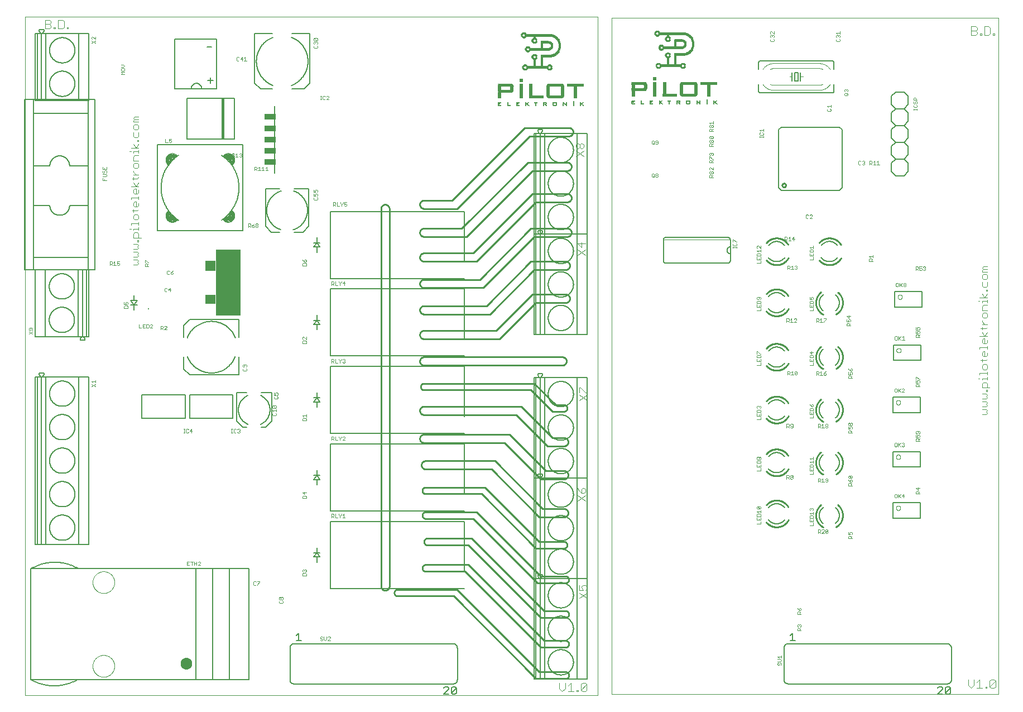
<source format=gto>
G75*
%MOIN*%
%OFA0B0*%
%FSLAX25Y25*%
%IPPOS*%
%LPD*%
%AMOC8*
5,1,8,0,0,1.08239X$1,22.5*
%
%ADD10C,0.00000*%
%ADD11C,0.01000*%
%ADD12R,0.02000X0.00118*%
%ADD13R,0.01882X0.00118*%
%ADD14R,0.00353X0.00118*%
%ADD15R,0.00706X0.00118*%
%ADD16R,0.00470X0.00118*%
%ADD17R,0.00471X0.00118*%
%ADD18R,0.00588X0.00118*%
%ADD19R,0.02000X0.00118*%
%ADD20R,0.01882X0.00118*%
%ADD21R,0.00353X0.00118*%
%ADD22R,0.00706X0.00118*%
%ADD23R,0.00470X0.00118*%
%ADD24R,0.00471X0.00118*%
%ADD25R,0.00588X0.00118*%
%ADD26R,0.02235X0.00118*%
%ADD27R,0.02353X0.00118*%
%ADD28R,0.00706X0.00118*%
%ADD29R,0.00589X0.00118*%
%ADD30R,0.00824X0.00118*%
%ADD31R,0.01059X0.00118*%
%ADD32R,0.00470X0.00118*%
%ADD33R,0.00588X0.00118*%
%ADD34R,0.01059X0.00118*%
%ADD35R,0.02000X0.00118*%
%ADD36R,0.00353X0.00118*%
%ADD37R,0.00706X0.00118*%
%ADD38R,0.01176X0.00118*%
%ADD39R,0.01294X0.00118*%
%ADD40R,0.01412X0.00118*%
%ADD41R,0.00941X0.00118*%
%ADD42R,0.02118X0.00118*%
%ADD43R,0.01294X0.00118*%
%ADD44R,0.01412X0.00118*%
%ADD45R,0.00941X0.00118*%
%ADD46R,0.01059X0.00118*%
%ADD47R,0.02118X0.00118*%
%ADD48R,0.02353X0.00118*%
%ADD49R,0.02235X0.00118*%
%ADD50R,0.02000X0.00118*%
%ADD51R,0.08352X0.00118*%
%ADD52R,0.08000X0.00118*%
%ADD53R,0.08352X0.00118*%
%ADD54R,0.08823X0.00118*%
%ADD55R,0.09294X0.00118*%
%ADD56R,0.09646X0.00118*%
%ADD57R,0.09881X0.00118*%
%ADD58R,0.09999X0.00118*%
%ADD59R,0.10117X0.00118*%
%ADD60R,0.10235X0.00118*%
%ADD61R,0.10352X0.00118*%
%ADD62R,0.10352X0.00118*%
%ADD63R,0.08352X0.00118*%
%ADD64R,0.10470X0.00118*%
%ADD65R,0.10470X0.00118*%
%ADD66R,0.10470X0.00118*%
%ADD67R,0.07764X0.00118*%
%ADD68R,0.08588X0.00118*%
%ADD69R,0.08706X0.00118*%
%ADD70R,0.08941X0.00118*%
%ADD71R,0.01882X0.00118*%
%ADD72R,0.08941X0.00118*%
%ADD73R,0.09058X0.00118*%
%ADD74R,0.09058X0.00118*%
%ADD75R,0.09176X0.00118*%
%ADD76R,0.09176X0.00118*%
%ADD77R,0.02235X0.00118*%
%ADD78R,0.09881X0.00118*%
%ADD79R,0.10235X0.00118*%
%ADD80R,0.08941X0.00118*%
%ADD81R,0.08823X0.00118*%
%ADD82R,0.09764X0.00118*%
%ADD83R,0.09529X0.00118*%
%ADD84R,0.08587X0.00118*%
%ADD85R,0.07646X0.00118*%
%ADD86R,0.07058X0.00118*%
%ADD87R,0.01411X0.00118*%
%ADD88R,0.01765X0.00118*%
%ADD89R,0.02117X0.00118*%
%ADD90R,0.02470X0.00118*%
%ADD91R,0.02706X0.00118*%
%ADD92R,0.02588X0.00118*%
%ADD93R,0.02823X0.00118*%
%ADD94R,0.02941X0.00118*%
%ADD95R,0.03059X0.00118*%
%ADD96R,0.01176X0.00118*%
%ADD97R,0.13646X0.00118*%
%ADD98R,0.01059X0.00118*%
%ADD99R,0.01176X0.00118*%
%ADD100R,0.13411X0.00118*%
%ADD101R,0.13176X0.00118*%
%ADD102R,0.00941X0.00118*%
%ADD103R,0.00941X0.00118*%
%ADD104R,0.13058X0.00118*%
%ADD105R,0.12941X0.00118*%
%ADD106R,0.12941X0.00118*%
%ADD107R,0.13058X0.00118*%
%ADD108R,0.13176X0.00118*%
%ADD109R,0.00941X0.00118*%
%ADD110R,0.13293X0.00118*%
%ADD111R,0.13529X0.00118*%
%ADD112R,0.13881X0.00118*%
%ADD113R,0.03059X0.00118*%
%ADD114R,0.01529X0.00118*%
%ADD115R,0.01529X0.00118*%
%ADD116R,0.02823X0.00118*%
%ADD117R,0.02588X0.00118*%
%ADD118R,0.01647X0.00118*%
%ADD119R,0.01412X0.00118*%
%ADD120R,0.01529X0.00118*%
%ADD121R,0.01530X0.00118*%
%ADD122R,0.01882X0.00118*%
%ADD123R,0.02706X0.00118*%
%ADD124R,0.02824X0.00118*%
%ADD125R,0.01294X0.00118*%
%ADD126R,0.01059X0.00118*%
%ADD127R,0.04941X0.00118*%
%ADD128R,0.06235X0.00118*%
%ADD129R,0.06823X0.00118*%
%ADD130R,0.07176X0.00118*%
%ADD131R,0.07529X0.00118*%
%ADD132R,0.07882X0.00118*%
%ADD133R,0.08117X0.00118*%
%ADD134R,0.08823X0.00118*%
%ADD135R,0.02824X0.00118*%
%ADD136R,0.02706X0.00118*%
%ADD137R,0.02470X0.00118*%
%ADD138R,0.09176X0.00118*%
%ADD139R,0.03529X0.00118*%
%ADD140R,0.01882X0.00118*%
%ADD141R,0.03059X0.00118*%
%ADD142R,0.01647X0.00118*%
%ADD143R,0.02588X0.00118*%
%ADD144R,0.02117X0.00118*%
%ADD145R,0.01765X0.00118*%
%ADD146R,0.02353X0.00118*%
%ADD147R,0.02588X0.00118*%
%ADD148R,0.01647X0.00118*%
%ADD149R,0.01530X0.00118*%
%ADD150R,0.12352X0.00118*%
%ADD151R,0.01647X0.00118*%
%ADD152R,0.12705X0.00118*%
%ADD153R,0.01530X0.00118*%
%ADD154R,0.12822X0.00118*%
%ADD155R,0.13176X0.00118*%
%ADD156R,0.13293X0.00118*%
%ADD157R,0.13411X0.00118*%
%ADD158R,0.13529X0.00118*%
%ADD159R,0.13646X0.00118*%
%ADD160R,0.13881X0.00118*%
%ADD161R,0.01411X0.00118*%
%ADD162R,0.14117X0.00118*%
%ADD163R,0.14234X0.00118*%
%ADD164R,0.06941X0.00118*%
%ADD165R,0.02000X0.00118*%
%ADD166R,0.06823X0.00118*%
%ADD167R,0.06706X0.00118*%
%ADD168R,0.02706X0.00118*%
%ADD169R,0.06588X0.00118*%
%ADD170R,0.02824X0.00118*%
%ADD171R,0.06470X0.00118*%
%ADD172R,0.01411X0.00118*%
%ADD173R,0.06352X0.00118*%
%ADD174R,0.06117X0.00118*%
%ADD175R,0.06000X0.00118*%
%ADD176R,0.05764X0.00118*%
%ADD177R,0.05411X0.00118*%
%ADD178R,0.04706X0.00118*%
%ADD179R,0.01294X0.00118*%
%ADD180R,0.02117X0.00118*%
%ADD181R,0.02706X0.00118*%
%ADD182R,0.03176X0.00118*%
%ADD183R,0.19175X0.00118*%
%ADD184R,0.18822X0.00118*%
%ADD185R,0.18469X0.00118*%
%ADD186R,0.18234X0.00118*%
%ADD187R,0.17999X0.00118*%
%ADD188R,0.17764X0.00118*%
%ADD189R,0.17528X0.00118*%
%ADD190R,0.17176X0.00118*%
%ADD191R,0.16940X0.00118*%
%ADD192R,0.16587X0.00118*%
%ADD193R,0.16352X0.00118*%
%ADD194R,0.15764X0.00118*%
%ADD195R,0.01294X0.00118*%
%ADD196R,0.02941X0.00118*%
%ADD197C,0.00400*%
%ADD198C,0.00800*%
%ADD199C,0.00200*%
%ADD200C,0.00600*%
%ADD201C,0.00500*%
%ADD202R,0.06600X0.03800*%
%ADD203C,0.04000*%
%ADD204R,0.14961X0.39370*%
%ADD205R,0.06299X0.05906*%
%ADD206R,0.06299X0.05512*%
%ADD207R,0.00787X0.00787*%
D10*
X0031609Y0024168D02*
X0031609Y0428893D01*
X0373735Y0428893D01*
X0373735Y0024168D01*
X0031609Y0024168D01*
X0071964Y0041491D02*
X0071966Y0041652D01*
X0071972Y0041812D01*
X0071982Y0041973D01*
X0071996Y0042133D01*
X0072014Y0042292D01*
X0072035Y0042452D01*
X0072061Y0042610D01*
X0072091Y0042768D01*
X0072124Y0042925D01*
X0072162Y0043082D01*
X0072203Y0043237D01*
X0072248Y0043391D01*
X0072297Y0043544D01*
X0072350Y0043696D01*
X0072406Y0043846D01*
X0072466Y0043995D01*
X0072530Y0044143D01*
X0072597Y0044289D01*
X0072668Y0044433D01*
X0072743Y0044575D01*
X0072821Y0044716D01*
X0072902Y0044854D01*
X0072987Y0044991D01*
X0073076Y0045125D01*
X0073167Y0045257D01*
X0073262Y0045387D01*
X0073360Y0045514D01*
X0073461Y0045639D01*
X0073565Y0045762D01*
X0073672Y0045881D01*
X0073782Y0045998D01*
X0073895Y0046113D01*
X0074011Y0046224D01*
X0074129Y0046333D01*
X0074250Y0046438D01*
X0074374Y0046541D01*
X0074500Y0046641D01*
X0074629Y0046737D01*
X0074760Y0046830D01*
X0074893Y0046920D01*
X0075028Y0047007D01*
X0075166Y0047090D01*
X0075305Y0047169D01*
X0075447Y0047246D01*
X0075590Y0047319D01*
X0075735Y0047388D01*
X0075882Y0047453D01*
X0076030Y0047515D01*
X0076180Y0047574D01*
X0076331Y0047628D01*
X0076483Y0047679D01*
X0076637Y0047726D01*
X0076792Y0047769D01*
X0076947Y0047808D01*
X0077104Y0047844D01*
X0077262Y0047876D01*
X0077420Y0047903D01*
X0077579Y0047927D01*
X0077738Y0047947D01*
X0077898Y0047963D01*
X0078059Y0047975D01*
X0078219Y0047983D01*
X0078380Y0047987D01*
X0078540Y0047987D01*
X0078701Y0047983D01*
X0078861Y0047975D01*
X0079022Y0047963D01*
X0079182Y0047947D01*
X0079341Y0047927D01*
X0079500Y0047903D01*
X0079658Y0047876D01*
X0079816Y0047844D01*
X0079973Y0047808D01*
X0080128Y0047769D01*
X0080283Y0047726D01*
X0080437Y0047679D01*
X0080589Y0047628D01*
X0080740Y0047574D01*
X0080890Y0047515D01*
X0081038Y0047453D01*
X0081185Y0047388D01*
X0081330Y0047319D01*
X0081473Y0047246D01*
X0081615Y0047169D01*
X0081754Y0047090D01*
X0081892Y0047007D01*
X0082027Y0046920D01*
X0082160Y0046830D01*
X0082291Y0046737D01*
X0082420Y0046641D01*
X0082546Y0046541D01*
X0082670Y0046438D01*
X0082791Y0046333D01*
X0082909Y0046224D01*
X0083025Y0046113D01*
X0083138Y0045998D01*
X0083248Y0045881D01*
X0083355Y0045762D01*
X0083459Y0045639D01*
X0083560Y0045514D01*
X0083658Y0045387D01*
X0083753Y0045257D01*
X0083844Y0045125D01*
X0083933Y0044991D01*
X0084018Y0044854D01*
X0084099Y0044716D01*
X0084177Y0044575D01*
X0084252Y0044433D01*
X0084323Y0044289D01*
X0084390Y0044143D01*
X0084454Y0043995D01*
X0084514Y0043846D01*
X0084570Y0043696D01*
X0084623Y0043544D01*
X0084672Y0043391D01*
X0084717Y0043237D01*
X0084758Y0043082D01*
X0084796Y0042925D01*
X0084829Y0042768D01*
X0084859Y0042610D01*
X0084885Y0042452D01*
X0084906Y0042292D01*
X0084924Y0042133D01*
X0084938Y0041973D01*
X0084948Y0041812D01*
X0084954Y0041652D01*
X0084956Y0041491D01*
X0084954Y0041330D01*
X0084948Y0041170D01*
X0084938Y0041009D01*
X0084924Y0040849D01*
X0084906Y0040690D01*
X0084885Y0040530D01*
X0084859Y0040372D01*
X0084829Y0040214D01*
X0084796Y0040057D01*
X0084758Y0039900D01*
X0084717Y0039745D01*
X0084672Y0039591D01*
X0084623Y0039438D01*
X0084570Y0039286D01*
X0084514Y0039136D01*
X0084454Y0038987D01*
X0084390Y0038839D01*
X0084323Y0038693D01*
X0084252Y0038549D01*
X0084177Y0038407D01*
X0084099Y0038266D01*
X0084018Y0038128D01*
X0083933Y0037991D01*
X0083844Y0037857D01*
X0083753Y0037725D01*
X0083658Y0037595D01*
X0083560Y0037468D01*
X0083459Y0037343D01*
X0083355Y0037220D01*
X0083248Y0037101D01*
X0083138Y0036984D01*
X0083025Y0036869D01*
X0082909Y0036758D01*
X0082791Y0036649D01*
X0082670Y0036544D01*
X0082546Y0036441D01*
X0082420Y0036341D01*
X0082291Y0036245D01*
X0082160Y0036152D01*
X0082027Y0036062D01*
X0081892Y0035975D01*
X0081754Y0035892D01*
X0081615Y0035813D01*
X0081473Y0035736D01*
X0081330Y0035663D01*
X0081185Y0035594D01*
X0081038Y0035529D01*
X0080890Y0035467D01*
X0080740Y0035408D01*
X0080589Y0035354D01*
X0080437Y0035303D01*
X0080283Y0035256D01*
X0080128Y0035213D01*
X0079973Y0035174D01*
X0079816Y0035138D01*
X0079658Y0035106D01*
X0079500Y0035079D01*
X0079341Y0035055D01*
X0079182Y0035035D01*
X0079022Y0035019D01*
X0078861Y0035007D01*
X0078701Y0034999D01*
X0078540Y0034995D01*
X0078380Y0034995D01*
X0078219Y0034999D01*
X0078059Y0035007D01*
X0077898Y0035019D01*
X0077738Y0035035D01*
X0077579Y0035055D01*
X0077420Y0035079D01*
X0077262Y0035106D01*
X0077104Y0035138D01*
X0076947Y0035174D01*
X0076792Y0035213D01*
X0076637Y0035256D01*
X0076483Y0035303D01*
X0076331Y0035354D01*
X0076180Y0035408D01*
X0076030Y0035467D01*
X0075882Y0035529D01*
X0075735Y0035594D01*
X0075590Y0035663D01*
X0075447Y0035736D01*
X0075305Y0035813D01*
X0075166Y0035892D01*
X0075028Y0035975D01*
X0074893Y0036062D01*
X0074760Y0036152D01*
X0074629Y0036245D01*
X0074500Y0036341D01*
X0074374Y0036441D01*
X0074250Y0036544D01*
X0074129Y0036649D01*
X0074011Y0036758D01*
X0073895Y0036869D01*
X0073782Y0036984D01*
X0073672Y0037101D01*
X0073565Y0037220D01*
X0073461Y0037343D01*
X0073360Y0037468D01*
X0073262Y0037595D01*
X0073167Y0037725D01*
X0073076Y0037857D01*
X0072987Y0037991D01*
X0072902Y0038128D01*
X0072821Y0038266D01*
X0072743Y0038407D01*
X0072668Y0038549D01*
X0072597Y0038693D01*
X0072530Y0038839D01*
X0072466Y0038987D01*
X0072406Y0039136D01*
X0072350Y0039286D01*
X0072297Y0039438D01*
X0072248Y0039591D01*
X0072203Y0039745D01*
X0072162Y0039900D01*
X0072124Y0040057D01*
X0072091Y0040214D01*
X0072061Y0040372D01*
X0072035Y0040530D01*
X0072014Y0040690D01*
X0071996Y0040849D01*
X0071982Y0041009D01*
X0071972Y0041170D01*
X0071966Y0041330D01*
X0071964Y0041491D01*
X0071964Y0091452D02*
X0071966Y0091613D01*
X0071972Y0091773D01*
X0071982Y0091934D01*
X0071996Y0092094D01*
X0072014Y0092253D01*
X0072035Y0092413D01*
X0072061Y0092571D01*
X0072091Y0092729D01*
X0072124Y0092886D01*
X0072162Y0093043D01*
X0072203Y0093198D01*
X0072248Y0093352D01*
X0072297Y0093505D01*
X0072350Y0093657D01*
X0072406Y0093807D01*
X0072466Y0093956D01*
X0072530Y0094104D01*
X0072597Y0094250D01*
X0072668Y0094394D01*
X0072743Y0094536D01*
X0072821Y0094677D01*
X0072902Y0094815D01*
X0072987Y0094952D01*
X0073076Y0095086D01*
X0073167Y0095218D01*
X0073262Y0095348D01*
X0073360Y0095475D01*
X0073461Y0095600D01*
X0073565Y0095723D01*
X0073672Y0095842D01*
X0073782Y0095959D01*
X0073895Y0096074D01*
X0074011Y0096185D01*
X0074129Y0096294D01*
X0074250Y0096399D01*
X0074374Y0096502D01*
X0074500Y0096602D01*
X0074629Y0096698D01*
X0074760Y0096791D01*
X0074893Y0096881D01*
X0075028Y0096968D01*
X0075166Y0097051D01*
X0075305Y0097130D01*
X0075447Y0097207D01*
X0075590Y0097280D01*
X0075735Y0097349D01*
X0075882Y0097414D01*
X0076030Y0097476D01*
X0076180Y0097535D01*
X0076331Y0097589D01*
X0076483Y0097640D01*
X0076637Y0097687D01*
X0076792Y0097730D01*
X0076947Y0097769D01*
X0077104Y0097805D01*
X0077262Y0097837D01*
X0077420Y0097864D01*
X0077579Y0097888D01*
X0077738Y0097908D01*
X0077898Y0097924D01*
X0078059Y0097936D01*
X0078219Y0097944D01*
X0078380Y0097948D01*
X0078540Y0097948D01*
X0078701Y0097944D01*
X0078861Y0097936D01*
X0079022Y0097924D01*
X0079182Y0097908D01*
X0079341Y0097888D01*
X0079500Y0097864D01*
X0079658Y0097837D01*
X0079816Y0097805D01*
X0079973Y0097769D01*
X0080128Y0097730D01*
X0080283Y0097687D01*
X0080437Y0097640D01*
X0080589Y0097589D01*
X0080740Y0097535D01*
X0080890Y0097476D01*
X0081038Y0097414D01*
X0081185Y0097349D01*
X0081330Y0097280D01*
X0081473Y0097207D01*
X0081615Y0097130D01*
X0081754Y0097051D01*
X0081892Y0096968D01*
X0082027Y0096881D01*
X0082160Y0096791D01*
X0082291Y0096698D01*
X0082420Y0096602D01*
X0082546Y0096502D01*
X0082670Y0096399D01*
X0082791Y0096294D01*
X0082909Y0096185D01*
X0083025Y0096074D01*
X0083138Y0095959D01*
X0083248Y0095842D01*
X0083355Y0095723D01*
X0083459Y0095600D01*
X0083560Y0095475D01*
X0083658Y0095348D01*
X0083753Y0095218D01*
X0083844Y0095086D01*
X0083933Y0094952D01*
X0084018Y0094815D01*
X0084099Y0094677D01*
X0084177Y0094536D01*
X0084252Y0094394D01*
X0084323Y0094250D01*
X0084390Y0094104D01*
X0084454Y0093956D01*
X0084514Y0093807D01*
X0084570Y0093657D01*
X0084623Y0093505D01*
X0084672Y0093352D01*
X0084717Y0093198D01*
X0084758Y0093043D01*
X0084796Y0092886D01*
X0084829Y0092729D01*
X0084859Y0092571D01*
X0084885Y0092413D01*
X0084906Y0092253D01*
X0084924Y0092094D01*
X0084938Y0091934D01*
X0084948Y0091773D01*
X0084954Y0091613D01*
X0084956Y0091452D01*
X0084954Y0091291D01*
X0084948Y0091131D01*
X0084938Y0090970D01*
X0084924Y0090810D01*
X0084906Y0090651D01*
X0084885Y0090491D01*
X0084859Y0090333D01*
X0084829Y0090175D01*
X0084796Y0090018D01*
X0084758Y0089861D01*
X0084717Y0089706D01*
X0084672Y0089552D01*
X0084623Y0089399D01*
X0084570Y0089247D01*
X0084514Y0089097D01*
X0084454Y0088948D01*
X0084390Y0088800D01*
X0084323Y0088654D01*
X0084252Y0088510D01*
X0084177Y0088368D01*
X0084099Y0088227D01*
X0084018Y0088089D01*
X0083933Y0087952D01*
X0083844Y0087818D01*
X0083753Y0087686D01*
X0083658Y0087556D01*
X0083560Y0087429D01*
X0083459Y0087304D01*
X0083355Y0087181D01*
X0083248Y0087062D01*
X0083138Y0086945D01*
X0083025Y0086830D01*
X0082909Y0086719D01*
X0082791Y0086610D01*
X0082670Y0086505D01*
X0082546Y0086402D01*
X0082420Y0086302D01*
X0082291Y0086206D01*
X0082160Y0086113D01*
X0082027Y0086023D01*
X0081892Y0085936D01*
X0081754Y0085853D01*
X0081615Y0085774D01*
X0081473Y0085697D01*
X0081330Y0085624D01*
X0081185Y0085555D01*
X0081038Y0085490D01*
X0080890Y0085428D01*
X0080740Y0085369D01*
X0080589Y0085315D01*
X0080437Y0085264D01*
X0080283Y0085217D01*
X0080128Y0085174D01*
X0079973Y0085135D01*
X0079816Y0085099D01*
X0079658Y0085067D01*
X0079500Y0085040D01*
X0079341Y0085016D01*
X0079182Y0084996D01*
X0079022Y0084980D01*
X0078861Y0084968D01*
X0078701Y0084960D01*
X0078540Y0084956D01*
X0078380Y0084956D01*
X0078219Y0084960D01*
X0078059Y0084968D01*
X0077898Y0084980D01*
X0077738Y0084996D01*
X0077579Y0085016D01*
X0077420Y0085040D01*
X0077262Y0085067D01*
X0077104Y0085099D01*
X0076947Y0085135D01*
X0076792Y0085174D01*
X0076637Y0085217D01*
X0076483Y0085264D01*
X0076331Y0085315D01*
X0076180Y0085369D01*
X0076030Y0085428D01*
X0075882Y0085490D01*
X0075735Y0085555D01*
X0075590Y0085624D01*
X0075447Y0085697D01*
X0075305Y0085774D01*
X0075166Y0085853D01*
X0075028Y0085936D01*
X0074893Y0086023D01*
X0074760Y0086113D01*
X0074629Y0086206D01*
X0074500Y0086302D01*
X0074374Y0086402D01*
X0074250Y0086505D01*
X0074129Y0086610D01*
X0074011Y0086719D01*
X0073895Y0086830D01*
X0073782Y0086945D01*
X0073672Y0087062D01*
X0073565Y0087181D01*
X0073461Y0087304D01*
X0073360Y0087429D01*
X0073262Y0087556D01*
X0073167Y0087686D01*
X0073076Y0087818D01*
X0072987Y0087952D01*
X0072902Y0088089D01*
X0072821Y0088227D01*
X0072743Y0088368D01*
X0072668Y0088510D01*
X0072597Y0088654D01*
X0072530Y0088800D01*
X0072466Y0088948D01*
X0072406Y0089097D01*
X0072350Y0089247D01*
X0072297Y0089399D01*
X0072248Y0089552D01*
X0072203Y0089706D01*
X0072162Y0089861D01*
X0072124Y0090018D01*
X0072091Y0090175D01*
X0072061Y0090333D01*
X0072035Y0090491D01*
X0072014Y0090651D01*
X0071996Y0090810D01*
X0071982Y0090970D01*
X0071972Y0091131D01*
X0071966Y0091291D01*
X0071964Y0091452D01*
X0382003Y0024759D02*
X0613105Y0024759D01*
X0613105Y0428302D01*
X0382003Y0428302D01*
X0382003Y0024759D01*
D11*
X0354444Y0034011D02*
X0336727Y0034011D01*
X0287515Y0083223D01*
X0254050Y0083223D01*
X0253963Y0083225D01*
X0253876Y0083231D01*
X0253789Y0083240D01*
X0253703Y0083254D01*
X0253618Y0083271D01*
X0253533Y0083292D01*
X0253450Y0083317D01*
X0253367Y0083345D01*
X0253286Y0083377D01*
X0253207Y0083413D01*
X0253129Y0083452D01*
X0253053Y0083494D01*
X0252979Y0083540D01*
X0252907Y0083589D01*
X0252837Y0083641D01*
X0252770Y0083696D01*
X0252705Y0083754D01*
X0252642Y0083815D01*
X0252583Y0083879D01*
X0252526Y0083945D01*
X0252473Y0084014D01*
X0252422Y0084085D01*
X0252375Y0084158D01*
X0252330Y0084233D01*
X0252290Y0084310D01*
X0252252Y0084388D01*
X0252219Y0084469D01*
X0252188Y0084550D01*
X0252162Y0084633D01*
X0252139Y0084718D01*
X0252120Y0084803D01*
X0252105Y0084888D01*
X0252093Y0084975D01*
X0252085Y0085061D01*
X0252081Y0085148D01*
X0252081Y0085236D01*
X0252085Y0085323D01*
X0252093Y0085409D01*
X0252105Y0085496D01*
X0252120Y0085581D01*
X0252139Y0085666D01*
X0252162Y0085751D01*
X0252188Y0085834D01*
X0252219Y0085915D01*
X0252252Y0085996D01*
X0252290Y0086074D01*
X0252330Y0086151D01*
X0252375Y0086226D01*
X0252422Y0086299D01*
X0252473Y0086370D01*
X0252526Y0086439D01*
X0252583Y0086505D01*
X0252642Y0086569D01*
X0252705Y0086630D01*
X0252770Y0086688D01*
X0252837Y0086743D01*
X0252907Y0086795D01*
X0252979Y0086844D01*
X0253053Y0086890D01*
X0253129Y0086932D01*
X0253207Y0086971D01*
X0253286Y0087007D01*
X0253367Y0087039D01*
X0253450Y0087067D01*
X0253533Y0087092D01*
X0253618Y0087113D01*
X0253703Y0087130D01*
X0253789Y0087144D01*
X0253876Y0087153D01*
X0253963Y0087159D01*
X0254050Y0087161D01*
X0254050Y0087160D02*
X0289483Y0087160D01*
X0338696Y0037948D01*
X0354444Y0037948D01*
X0354531Y0037946D01*
X0354618Y0037940D01*
X0354705Y0037931D01*
X0354791Y0037917D01*
X0354876Y0037900D01*
X0354961Y0037879D01*
X0355044Y0037854D01*
X0355127Y0037826D01*
X0355208Y0037794D01*
X0355287Y0037758D01*
X0355365Y0037719D01*
X0355441Y0037677D01*
X0355515Y0037631D01*
X0355587Y0037582D01*
X0355657Y0037530D01*
X0355724Y0037475D01*
X0355789Y0037417D01*
X0355852Y0037356D01*
X0355911Y0037292D01*
X0355968Y0037226D01*
X0356021Y0037157D01*
X0356072Y0037086D01*
X0356119Y0037013D01*
X0356164Y0036938D01*
X0356204Y0036861D01*
X0356242Y0036783D01*
X0356275Y0036702D01*
X0356306Y0036621D01*
X0356332Y0036538D01*
X0356355Y0036453D01*
X0356374Y0036368D01*
X0356389Y0036283D01*
X0356401Y0036196D01*
X0356409Y0036110D01*
X0356413Y0036023D01*
X0356413Y0035935D01*
X0356409Y0035848D01*
X0356401Y0035762D01*
X0356389Y0035675D01*
X0356374Y0035590D01*
X0356355Y0035505D01*
X0356332Y0035420D01*
X0356306Y0035337D01*
X0356275Y0035256D01*
X0356242Y0035175D01*
X0356204Y0035097D01*
X0356164Y0035020D01*
X0356119Y0034945D01*
X0356072Y0034872D01*
X0356021Y0034801D01*
X0355968Y0034732D01*
X0355911Y0034666D01*
X0355852Y0034602D01*
X0355789Y0034541D01*
X0355724Y0034483D01*
X0355657Y0034428D01*
X0355587Y0034376D01*
X0355515Y0034327D01*
X0355441Y0034281D01*
X0355365Y0034239D01*
X0355287Y0034200D01*
X0355208Y0034164D01*
X0355127Y0034132D01*
X0355044Y0034104D01*
X0354961Y0034079D01*
X0354876Y0034058D01*
X0354791Y0034041D01*
X0354705Y0034027D01*
X0354618Y0034018D01*
X0354531Y0034012D01*
X0354444Y0034010D01*
X0354444Y0052712D02*
X0339680Y0052712D01*
X0294404Y0097987D01*
X0270782Y0097987D01*
X0270695Y0097989D01*
X0270608Y0097995D01*
X0270521Y0098004D01*
X0270435Y0098018D01*
X0270350Y0098035D01*
X0270265Y0098056D01*
X0270182Y0098081D01*
X0270099Y0098109D01*
X0270018Y0098141D01*
X0269939Y0098177D01*
X0269861Y0098216D01*
X0269785Y0098258D01*
X0269711Y0098304D01*
X0269639Y0098353D01*
X0269569Y0098405D01*
X0269502Y0098460D01*
X0269437Y0098518D01*
X0269374Y0098579D01*
X0269315Y0098643D01*
X0269258Y0098709D01*
X0269205Y0098778D01*
X0269154Y0098849D01*
X0269107Y0098922D01*
X0269062Y0098997D01*
X0269022Y0099074D01*
X0268984Y0099152D01*
X0268951Y0099233D01*
X0268920Y0099314D01*
X0268894Y0099397D01*
X0268871Y0099482D01*
X0268852Y0099567D01*
X0268837Y0099652D01*
X0268825Y0099739D01*
X0268817Y0099825D01*
X0268813Y0099912D01*
X0268813Y0100000D01*
X0268817Y0100087D01*
X0268825Y0100173D01*
X0268837Y0100260D01*
X0268852Y0100345D01*
X0268871Y0100430D01*
X0268894Y0100515D01*
X0268920Y0100598D01*
X0268951Y0100679D01*
X0268984Y0100760D01*
X0269022Y0100838D01*
X0269062Y0100915D01*
X0269107Y0100990D01*
X0269154Y0101063D01*
X0269205Y0101134D01*
X0269258Y0101203D01*
X0269315Y0101269D01*
X0269374Y0101333D01*
X0269437Y0101394D01*
X0269502Y0101452D01*
X0269569Y0101507D01*
X0269639Y0101559D01*
X0269711Y0101608D01*
X0269785Y0101654D01*
X0269861Y0101696D01*
X0269939Y0101735D01*
X0270018Y0101771D01*
X0270099Y0101803D01*
X0270182Y0101831D01*
X0270265Y0101856D01*
X0270350Y0101877D01*
X0270435Y0101894D01*
X0270521Y0101908D01*
X0270608Y0101917D01*
X0270695Y0101923D01*
X0270782Y0101925D01*
X0270782Y0101924D02*
X0296373Y0101924D01*
X0341649Y0056649D01*
X0354444Y0056649D01*
X0354531Y0056647D01*
X0354618Y0056641D01*
X0354705Y0056632D01*
X0354791Y0056618D01*
X0354876Y0056601D01*
X0354961Y0056580D01*
X0355044Y0056555D01*
X0355127Y0056527D01*
X0355208Y0056495D01*
X0355287Y0056459D01*
X0355365Y0056420D01*
X0355441Y0056378D01*
X0355515Y0056332D01*
X0355587Y0056283D01*
X0355657Y0056231D01*
X0355724Y0056176D01*
X0355789Y0056118D01*
X0355852Y0056057D01*
X0355911Y0055993D01*
X0355968Y0055927D01*
X0356021Y0055858D01*
X0356072Y0055787D01*
X0356119Y0055714D01*
X0356164Y0055639D01*
X0356204Y0055562D01*
X0356242Y0055484D01*
X0356275Y0055403D01*
X0356306Y0055322D01*
X0356332Y0055239D01*
X0356355Y0055154D01*
X0356374Y0055069D01*
X0356389Y0054984D01*
X0356401Y0054897D01*
X0356409Y0054811D01*
X0356413Y0054724D01*
X0356413Y0054636D01*
X0356409Y0054549D01*
X0356401Y0054463D01*
X0356389Y0054376D01*
X0356374Y0054291D01*
X0356355Y0054206D01*
X0356332Y0054121D01*
X0356306Y0054038D01*
X0356275Y0053957D01*
X0356242Y0053876D01*
X0356204Y0053798D01*
X0356164Y0053721D01*
X0356119Y0053646D01*
X0356072Y0053573D01*
X0356021Y0053502D01*
X0355968Y0053433D01*
X0355911Y0053367D01*
X0355852Y0053303D01*
X0355789Y0053242D01*
X0355724Y0053184D01*
X0355657Y0053129D01*
X0355587Y0053077D01*
X0355515Y0053028D01*
X0355441Y0052982D01*
X0355365Y0052940D01*
X0355287Y0052901D01*
X0355208Y0052865D01*
X0355127Y0052833D01*
X0355044Y0052805D01*
X0354961Y0052780D01*
X0354876Y0052759D01*
X0354791Y0052742D01*
X0354705Y0052728D01*
X0354618Y0052719D01*
X0354531Y0052713D01*
X0354444Y0052711D01*
X0354444Y0070428D02*
X0339680Y0070428D01*
X0296373Y0113735D01*
X0271767Y0113735D01*
X0271680Y0113737D01*
X0271593Y0113743D01*
X0271506Y0113752D01*
X0271420Y0113766D01*
X0271335Y0113783D01*
X0271250Y0113804D01*
X0271167Y0113829D01*
X0271084Y0113857D01*
X0271003Y0113889D01*
X0270924Y0113925D01*
X0270846Y0113964D01*
X0270770Y0114006D01*
X0270696Y0114052D01*
X0270624Y0114101D01*
X0270554Y0114153D01*
X0270487Y0114208D01*
X0270422Y0114266D01*
X0270359Y0114327D01*
X0270300Y0114391D01*
X0270243Y0114457D01*
X0270190Y0114526D01*
X0270139Y0114597D01*
X0270092Y0114670D01*
X0270047Y0114745D01*
X0270007Y0114822D01*
X0269969Y0114900D01*
X0269936Y0114981D01*
X0269905Y0115062D01*
X0269879Y0115145D01*
X0269856Y0115230D01*
X0269837Y0115315D01*
X0269822Y0115400D01*
X0269810Y0115487D01*
X0269802Y0115573D01*
X0269798Y0115660D01*
X0269798Y0115748D01*
X0269802Y0115835D01*
X0269810Y0115921D01*
X0269822Y0116008D01*
X0269837Y0116093D01*
X0269856Y0116178D01*
X0269879Y0116263D01*
X0269905Y0116346D01*
X0269936Y0116427D01*
X0269969Y0116508D01*
X0270007Y0116586D01*
X0270047Y0116663D01*
X0270092Y0116738D01*
X0270139Y0116811D01*
X0270190Y0116882D01*
X0270243Y0116951D01*
X0270300Y0117017D01*
X0270359Y0117081D01*
X0270422Y0117142D01*
X0270487Y0117200D01*
X0270554Y0117255D01*
X0270624Y0117307D01*
X0270696Y0117356D01*
X0270770Y0117402D01*
X0270846Y0117444D01*
X0270924Y0117483D01*
X0271003Y0117519D01*
X0271084Y0117551D01*
X0271167Y0117579D01*
X0271250Y0117604D01*
X0271335Y0117625D01*
X0271420Y0117642D01*
X0271506Y0117656D01*
X0271593Y0117665D01*
X0271680Y0117671D01*
X0271767Y0117673D01*
X0271767Y0117672D02*
X0298341Y0117672D01*
X0341649Y0074365D01*
X0354444Y0074365D01*
X0354444Y0074366D02*
X0354531Y0074364D01*
X0354618Y0074358D01*
X0354705Y0074349D01*
X0354791Y0074335D01*
X0354876Y0074318D01*
X0354961Y0074297D01*
X0355044Y0074272D01*
X0355127Y0074244D01*
X0355208Y0074212D01*
X0355287Y0074176D01*
X0355365Y0074137D01*
X0355441Y0074095D01*
X0355515Y0074049D01*
X0355587Y0074000D01*
X0355657Y0073948D01*
X0355724Y0073893D01*
X0355789Y0073835D01*
X0355852Y0073774D01*
X0355911Y0073710D01*
X0355968Y0073644D01*
X0356021Y0073575D01*
X0356072Y0073504D01*
X0356119Y0073431D01*
X0356164Y0073356D01*
X0356204Y0073279D01*
X0356242Y0073201D01*
X0356275Y0073120D01*
X0356306Y0073039D01*
X0356332Y0072956D01*
X0356355Y0072871D01*
X0356374Y0072786D01*
X0356389Y0072701D01*
X0356401Y0072614D01*
X0356409Y0072528D01*
X0356413Y0072441D01*
X0356413Y0072353D01*
X0356409Y0072266D01*
X0356401Y0072180D01*
X0356389Y0072093D01*
X0356374Y0072008D01*
X0356355Y0071923D01*
X0356332Y0071838D01*
X0356306Y0071755D01*
X0356275Y0071674D01*
X0356242Y0071593D01*
X0356204Y0071515D01*
X0356164Y0071438D01*
X0356119Y0071363D01*
X0356072Y0071290D01*
X0356021Y0071219D01*
X0355968Y0071150D01*
X0355911Y0071084D01*
X0355852Y0071020D01*
X0355789Y0070959D01*
X0355724Y0070901D01*
X0355657Y0070846D01*
X0355587Y0070794D01*
X0355515Y0070745D01*
X0355441Y0070699D01*
X0355365Y0070657D01*
X0355287Y0070618D01*
X0355208Y0070582D01*
X0355127Y0070550D01*
X0355044Y0070522D01*
X0354961Y0070497D01*
X0354876Y0070476D01*
X0354791Y0070459D01*
X0354705Y0070445D01*
X0354618Y0070436D01*
X0354531Y0070430D01*
X0354444Y0070428D01*
X0354444Y0091097D02*
X0337712Y0091097D01*
X0299326Y0129483D01*
X0270782Y0129483D01*
X0270695Y0129485D01*
X0270608Y0129491D01*
X0270521Y0129500D01*
X0270435Y0129514D01*
X0270350Y0129531D01*
X0270265Y0129552D01*
X0270182Y0129577D01*
X0270099Y0129605D01*
X0270018Y0129637D01*
X0269939Y0129673D01*
X0269861Y0129712D01*
X0269785Y0129754D01*
X0269711Y0129800D01*
X0269639Y0129849D01*
X0269569Y0129901D01*
X0269502Y0129956D01*
X0269437Y0130014D01*
X0269374Y0130075D01*
X0269315Y0130139D01*
X0269258Y0130205D01*
X0269205Y0130274D01*
X0269154Y0130345D01*
X0269107Y0130418D01*
X0269062Y0130493D01*
X0269022Y0130570D01*
X0268984Y0130648D01*
X0268951Y0130729D01*
X0268920Y0130810D01*
X0268894Y0130893D01*
X0268871Y0130978D01*
X0268852Y0131063D01*
X0268837Y0131148D01*
X0268825Y0131235D01*
X0268817Y0131321D01*
X0268813Y0131408D01*
X0268813Y0131496D01*
X0268817Y0131583D01*
X0268825Y0131669D01*
X0268837Y0131756D01*
X0268852Y0131841D01*
X0268871Y0131926D01*
X0268894Y0132011D01*
X0268920Y0132094D01*
X0268951Y0132175D01*
X0268984Y0132256D01*
X0269022Y0132334D01*
X0269062Y0132411D01*
X0269107Y0132486D01*
X0269154Y0132559D01*
X0269205Y0132630D01*
X0269258Y0132699D01*
X0269315Y0132765D01*
X0269374Y0132829D01*
X0269437Y0132890D01*
X0269502Y0132948D01*
X0269569Y0133003D01*
X0269639Y0133055D01*
X0269711Y0133104D01*
X0269785Y0133150D01*
X0269861Y0133192D01*
X0269939Y0133231D01*
X0270018Y0133267D01*
X0270099Y0133299D01*
X0270182Y0133327D01*
X0270265Y0133352D01*
X0270350Y0133373D01*
X0270435Y0133390D01*
X0270521Y0133404D01*
X0270608Y0133413D01*
X0270695Y0133419D01*
X0270782Y0133421D01*
X0270782Y0133420D02*
X0301294Y0133420D01*
X0339680Y0095034D01*
X0354444Y0095034D01*
X0354444Y0095035D02*
X0354531Y0095033D01*
X0354618Y0095027D01*
X0354705Y0095018D01*
X0354791Y0095004D01*
X0354876Y0094987D01*
X0354961Y0094966D01*
X0355044Y0094941D01*
X0355127Y0094913D01*
X0355208Y0094881D01*
X0355287Y0094845D01*
X0355365Y0094806D01*
X0355441Y0094764D01*
X0355515Y0094718D01*
X0355587Y0094669D01*
X0355657Y0094617D01*
X0355724Y0094562D01*
X0355789Y0094504D01*
X0355852Y0094443D01*
X0355911Y0094379D01*
X0355968Y0094313D01*
X0356021Y0094244D01*
X0356072Y0094173D01*
X0356119Y0094100D01*
X0356164Y0094025D01*
X0356204Y0093948D01*
X0356242Y0093870D01*
X0356275Y0093789D01*
X0356306Y0093708D01*
X0356332Y0093625D01*
X0356355Y0093540D01*
X0356374Y0093455D01*
X0356389Y0093370D01*
X0356401Y0093283D01*
X0356409Y0093197D01*
X0356413Y0093110D01*
X0356413Y0093022D01*
X0356409Y0092935D01*
X0356401Y0092849D01*
X0356389Y0092762D01*
X0356374Y0092677D01*
X0356355Y0092592D01*
X0356332Y0092507D01*
X0356306Y0092424D01*
X0356275Y0092343D01*
X0356242Y0092262D01*
X0356204Y0092184D01*
X0356164Y0092107D01*
X0356119Y0092032D01*
X0356072Y0091959D01*
X0356021Y0091888D01*
X0355968Y0091819D01*
X0355911Y0091753D01*
X0355852Y0091689D01*
X0355789Y0091628D01*
X0355724Y0091570D01*
X0355657Y0091515D01*
X0355587Y0091463D01*
X0355515Y0091414D01*
X0355441Y0091368D01*
X0355365Y0091326D01*
X0355287Y0091287D01*
X0355208Y0091251D01*
X0355127Y0091219D01*
X0355044Y0091191D01*
X0354961Y0091166D01*
X0354876Y0091145D01*
X0354791Y0091128D01*
X0354705Y0091114D01*
X0354618Y0091105D01*
X0354531Y0091099D01*
X0354444Y0091097D01*
X0353460Y0111767D02*
X0336727Y0111767D01*
X0304247Y0144247D01*
X0270782Y0144247D01*
X0270782Y0144246D02*
X0270695Y0144248D01*
X0270608Y0144254D01*
X0270521Y0144263D01*
X0270435Y0144277D01*
X0270350Y0144294D01*
X0270265Y0144315D01*
X0270182Y0144340D01*
X0270099Y0144368D01*
X0270018Y0144400D01*
X0269939Y0144436D01*
X0269861Y0144475D01*
X0269785Y0144517D01*
X0269711Y0144563D01*
X0269639Y0144612D01*
X0269569Y0144664D01*
X0269502Y0144719D01*
X0269437Y0144777D01*
X0269374Y0144838D01*
X0269315Y0144902D01*
X0269258Y0144968D01*
X0269205Y0145037D01*
X0269154Y0145108D01*
X0269107Y0145181D01*
X0269062Y0145256D01*
X0269022Y0145333D01*
X0268984Y0145411D01*
X0268951Y0145492D01*
X0268920Y0145573D01*
X0268894Y0145656D01*
X0268871Y0145741D01*
X0268852Y0145826D01*
X0268837Y0145911D01*
X0268825Y0145998D01*
X0268817Y0146084D01*
X0268813Y0146171D01*
X0268813Y0146259D01*
X0268817Y0146346D01*
X0268825Y0146432D01*
X0268837Y0146519D01*
X0268852Y0146604D01*
X0268871Y0146689D01*
X0268894Y0146774D01*
X0268920Y0146857D01*
X0268951Y0146938D01*
X0268984Y0147019D01*
X0269022Y0147097D01*
X0269062Y0147174D01*
X0269107Y0147249D01*
X0269154Y0147322D01*
X0269205Y0147393D01*
X0269258Y0147462D01*
X0269315Y0147528D01*
X0269374Y0147592D01*
X0269437Y0147653D01*
X0269502Y0147711D01*
X0269569Y0147766D01*
X0269639Y0147818D01*
X0269711Y0147867D01*
X0269785Y0147913D01*
X0269861Y0147955D01*
X0269939Y0147994D01*
X0270018Y0148030D01*
X0270099Y0148062D01*
X0270182Y0148090D01*
X0270265Y0148115D01*
X0270350Y0148136D01*
X0270435Y0148153D01*
X0270521Y0148167D01*
X0270608Y0148176D01*
X0270695Y0148182D01*
X0270782Y0148184D01*
X0306215Y0148184D01*
X0338696Y0115704D01*
X0353460Y0115704D01*
X0353547Y0115702D01*
X0353634Y0115696D01*
X0353721Y0115687D01*
X0353807Y0115673D01*
X0353892Y0115656D01*
X0353977Y0115635D01*
X0354060Y0115610D01*
X0354143Y0115582D01*
X0354224Y0115550D01*
X0354303Y0115514D01*
X0354381Y0115475D01*
X0354457Y0115433D01*
X0354531Y0115387D01*
X0354603Y0115338D01*
X0354673Y0115286D01*
X0354740Y0115231D01*
X0354805Y0115173D01*
X0354868Y0115112D01*
X0354927Y0115048D01*
X0354984Y0114982D01*
X0355037Y0114913D01*
X0355088Y0114842D01*
X0355135Y0114769D01*
X0355180Y0114694D01*
X0355220Y0114617D01*
X0355258Y0114539D01*
X0355291Y0114458D01*
X0355322Y0114377D01*
X0355348Y0114294D01*
X0355371Y0114209D01*
X0355390Y0114124D01*
X0355405Y0114039D01*
X0355417Y0113952D01*
X0355425Y0113866D01*
X0355429Y0113779D01*
X0355429Y0113691D01*
X0355425Y0113604D01*
X0355417Y0113518D01*
X0355405Y0113431D01*
X0355390Y0113346D01*
X0355371Y0113261D01*
X0355348Y0113176D01*
X0355322Y0113093D01*
X0355291Y0113012D01*
X0355258Y0112931D01*
X0355220Y0112853D01*
X0355180Y0112776D01*
X0355135Y0112701D01*
X0355088Y0112628D01*
X0355037Y0112557D01*
X0354984Y0112488D01*
X0354927Y0112422D01*
X0354868Y0112358D01*
X0354805Y0112297D01*
X0354740Y0112239D01*
X0354673Y0112184D01*
X0354603Y0112132D01*
X0354531Y0112083D01*
X0354457Y0112037D01*
X0354381Y0111995D01*
X0354303Y0111956D01*
X0354224Y0111920D01*
X0354143Y0111888D01*
X0354060Y0111860D01*
X0353977Y0111835D01*
X0353892Y0111814D01*
X0353807Y0111797D01*
X0353721Y0111783D01*
X0353634Y0111774D01*
X0353547Y0111768D01*
X0353460Y0111766D01*
X0353460Y0130467D02*
X0338696Y0130467D01*
X0310152Y0159011D01*
X0270782Y0159011D01*
X0270782Y0159010D02*
X0270684Y0159012D01*
X0270586Y0159018D01*
X0270489Y0159027D01*
X0270392Y0159041D01*
X0270296Y0159058D01*
X0270200Y0159080D01*
X0270106Y0159105D01*
X0270012Y0159133D01*
X0269920Y0159166D01*
X0269829Y0159202D01*
X0269739Y0159242D01*
X0269652Y0159285D01*
X0269566Y0159332D01*
X0269482Y0159382D01*
X0269400Y0159435D01*
X0269320Y0159492D01*
X0269242Y0159551D01*
X0269167Y0159614D01*
X0269094Y0159680D01*
X0269025Y0159748D01*
X0268957Y0159819D01*
X0268893Y0159893D01*
X0268832Y0159970D01*
X0268774Y0160048D01*
X0268719Y0160129D01*
X0268667Y0160212D01*
X0268619Y0160297D01*
X0268574Y0160384D01*
X0268532Y0160473D01*
X0268495Y0160563D01*
X0268460Y0160655D01*
X0268430Y0160748D01*
X0268403Y0160842D01*
X0268380Y0160937D01*
X0268360Y0161033D01*
X0268345Y0161130D01*
X0268333Y0161227D01*
X0268325Y0161324D01*
X0268321Y0161422D01*
X0268321Y0161520D01*
X0268325Y0161618D01*
X0268333Y0161715D01*
X0268345Y0161812D01*
X0268360Y0161909D01*
X0268380Y0162005D01*
X0268403Y0162100D01*
X0268430Y0162194D01*
X0268460Y0162287D01*
X0268495Y0162379D01*
X0268532Y0162469D01*
X0268574Y0162558D01*
X0268619Y0162645D01*
X0268667Y0162730D01*
X0268719Y0162813D01*
X0268774Y0162894D01*
X0268832Y0162972D01*
X0268893Y0163049D01*
X0268957Y0163123D01*
X0269025Y0163194D01*
X0269094Y0163262D01*
X0269167Y0163328D01*
X0269242Y0163391D01*
X0269320Y0163450D01*
X0269400Y0163507D01*
X0269482Y0163560D01*
X0269566Y0163610D01*
X0269652Y0163657D01*
X0269739Y0163700D01*
X0269829Y0163740D01*
X0269920Y0163776D01*
X0270012Y0163809D01*
X0270106Y0163837D01*
X0270200Y0163862D01*
X0270296Y0163884D01*
X0270392Y0163901D01*
X0270489Y0163915D01*
X0270586Y0163924D01*
X0270684Y0163930D01*
X0270782Y0163932D01*
X0312121Y0163932D01*
X0340664Y0135389D01*
X0353460Y0135389D01*
X0353558Y0135387D01*
X0353656Y0135381D01*
X0353753Y0135372D01*
X0353850Y0135358D01*
X0353946Y0135341D01*
X0354042Y0135319D01*
X0354136Y0135294D01*
X0354230Y0135266D01*
X0354322Y0135233D01*
X0354413Y0135197D01*
X0354503Y0135157D01*
X0354590Y0135114D01*
X0354676Y0135067D01*
X0354760Y0135017D01*
X0354842Y0134964D01*
X0354922Y0134907D01*
X0355000Y0134848D01*
X0355075Y0134785D01*
X0355148Y0134719D01*
X0355217Y0134651D01*
X0355285Y0134580D01*
X0355349Y0134506D01*
X0355410Y0134429D01*
X0355468Y0134351D01*
X0355523Y0134270D01*
X0355575Y0134187D01*
X0355623Y0134102D01*
X0355668Y0134015D01*
X0355710Y0133926D01*
X0355747Y0133836D01*
X0355782Y0133744D01*
X0355812Y0133651D01*
X0355839Y0133557D01*
X0355862Y0133462D01*
X0355882Y0133366D01*
X0355897Y0133269D01*
X0355909Y0133172D01*
X0355917Y0133075D01*
X0355921Y0132977D01*
X0355921Y0132879D01*
X0355917Y0132781D01*
X0355909Y0132684D01*
X0355897Y0132587D01*
X0355882Y0132490D01*
X0355862Y0132394D01*
X0355839Y0132299D01*
X0355812Y0132205D01*
X0355782Y0132112D01*
X0355747Y0132020D01*
X0355710Y0131930D01*
X0355668Y0131841D01*
X0355623Y0131754D01*
X0355575Y0131669D01*
X0355523Y0131586D01*
X0355468Y0131505D01*
X0355410Y0131427D01*
X0355349Y0131350D01*
X0355285Y0131276D01*
X0355217Y0131205D01*
X0355148Y0131137D01*
X0355075Y0131071D01*
X0355000Y0131008D01*
X0354922Y0130949D01*
X0354842Y0130892D01*
X0354760Y0130839D01*
X0354676Y0130789D01*
X0354590Y0130742D01*
X0354503Y0130699D01*
X0354413Y0130659D01*
X0354322Y0130623D01*
X0354230Y0130590D01*
X0354136Y0130562D01*
X0354042Y0130537D01*
X0353946Y0130515D01*
X0353850Y0130498D01*
X0353753Y0130484D01*
X0353656Y0130475D01*
X0353558Y0130469D01*
X0353460Y0130467D01*
X0353460Y0153105D02*
X0339680Y0153105D01*
X0318026Y0174759D01*
X0269798Y0174759D01*
X0269798Y0174758D02*
X0269700Y0174760D01*
X0269602Y0174766D01*
X0269505Y0174775D01*
X0269408Y0174789D01*
X0269312Y0174806D01*
X0269216Y0174828D01*
X0269122Y0174853D01*
X0269028Y0174881D01*
X0268936Y0174914D01*
X0268845Y0174950D01*
X0268755Y0174990D01*
X0268668Y0175033D01*
X0268582Y0175080D01*
X0268498Y0175130D01*
X0268416Y0175183D01*
X0268336Y0175240D01*
X0268258Y0175299D01*
X0268183Y0175362D01*
X0268110Y0175428D01*
X0268041Y0175496D01*
X0267973Y0175567D01*
X0267909Y0175641D01*
X0267848Y0175718D01*
X0267790Y0175796D01*
X0267735Y0175877D01*
X0267683Y0175960D01*
X0267635Y0176045D01*
X0267590Y0176132D01*
X0267548Y0176221D01*
X0267511Y0176311D01*
X0267476Y0176403D01*
X0267446Y0176496D01*
X0267419Y0176590D01*
X0267396Y0176685D01*
X0267376Y0176781D01*
X0267361Y0176878D01*
X0267349Y0176975D01*
X0267341Y0177072D01*
X0267337Y0177170D01*
X0267337Y0177268D01*
X0267341Y0177366D01*
X0267349Y0177463D01*
X0267361Y0177560D01*
X0267376Y0177657D01*
X0267396Y0177753D01*
X0267419Y0177848D01*
X0267446Y0177942D01*
X0267476Y0178035D01*
X0267511Y0178127D01*
X0267548Y0178217D01*
X0267590Y0178306D01*
X0267635Y0178393D01*
X0267683Y0178478D01*
X0267735Y0178561D01*
X0267790Y0178642D01*
X0267848Y0178720D01*
X0267909Y0178797D01*
X0267973Y0178871D01*
X0268041Y0178942D01*
X0268110Y0179010D01*
X0268183Y0179076D01*
X0268258Y0179139D01*
X0268336Y0179198D01*
X0268416Y0179255D01*
X0268498Y0179308D01*
X0268582Y0179358D01*
X0268668Y0179405D01*
X0268755Y0179448D01*
X0268845Y0179488D01*
X0268936Y0179524D01*
X0269028Y0179557D01*
X0269122Y0179585D01*
X0269216Y0179610D01*
X0269312Y0179632D01*
X0269408Y0179649D01*
X0269505Y0179663D01*
X0269602Y0179672D01*
X0269700Y0179678D01*
X0269798Y0179680D01*
X0320979Y0179680D01*
X0342633Y0158026D01*
X0353460Y0158026D01*
X0353460Y0158027D02*
X0353558Y0158025D01*
X0353656Y0158019D01*
X0353753Y0158010D01*
X0353850Y0157996D01*
X0353946Y0157979D01*
X0354042Y0157957D01*
X0354136Y0157932D01*
X0354230Y0157904D01*
X0354322Y0157871D01*
X0354413Y0157835D01*
X0354503Y0157795D01*
X0354590Y0157752D01*
X0354676Y0157705D01*
X0354760Y0157655D01*
X0354842Y0157602D01*
X0354922Y0157545D01*
X0355000Y0157486D01*
X0355075Y0157423D01*
X0355148Y0157357D01*
X0355217Y0157289D01*
X0355285Y0157218D01*
X0355349Y0157144D01*
X0355410Y0157067D01*
X0355468Y0156989D01*
X0355523Y0156908D01*
X0355575Y0156825D01*
X0355623Y0156740D01*
X0355668Y0156653D01*
X0355710Y0156564D01*
X0355747Y0156474D01*
X0355782Y0156382D01*
X0355812Y0156289D01*
X0355839Y0156195D01*
X0355862Y0156100D01*
X0355882Y0156004D01*
X0355897Y0155907D01*
X0355909Y0155810D01*
X0355917Y0155713D01*
X0355921Y0155615D01*
X0355921Y0155517D01*
X0355917Y0155419D01*
X0355909Y0155322D01*
X0355897Y0155225D01*
X0355882Y0155128D01*
X0355862Y0155032D01*
X0355839Y0154937D01*
X0355812Y0154843D01*
X0355782Y0154750D01*
X0355747Y0154658D01*
X0355710Y0154568D01*
X0355668Y0154479D01*
X0355623Y0154392D01*
X0355575Y0154307D01*
X0355523Y0154224D01*
X0355468Y0154143D01*
X0355410Y0154065D01*
X0355349Y0153988D01*
X0355285Y0153914D01*
X0355217Y0153843D01*
X0355148Y0153775D01*
X0355075Y0153709D01*
X0355000Y0153646D01*
X0354922Y0153587D01*
X0354842Y0153530D01*
X0354760Y0153477D01*
X0354676Y0153427D01*
X0354590Y0153380D01*
X0354503Y0153337D01*
X0354413Y0153297D01*
X0354322Y0153261D01*
X0354230Y0153228D01*
X0354136Y0153200D01*
X0354042Y0153175D01*
X0353946Y0153153D01*
X0353850Y0153136D01*
X0353753Y0153122D01*
X0353656Y0153113D01*
X0353558Y0153107D01*
X0353460Y0153105D01*
X0353460Y0172790D02*
X0343617Y0172790D01*
X0324916Y0191491D01*
X0269798Y0191491D01*
X0269700Y0191493D01*
X0269602Y0191499D01*
X0269505Y0191508D01*
X0269408Y0191522D01*
X0269312Y0191539D01*
X0269216Y0191561D01*
X0269122Y0191586D01*
X0269028Y0191614D01*
X0268936Y0191647D01*
X0268845Y0191683D01*
X0268755Y0191723D01*
X0268668Y0191766D01*
X0268582Y0191813D01*
X0268498Y0191863D01*
X0268416Y0191916D01*
X0268336Y0191973D01*
X0268258Y0192032D01*
X0268183Y0192095D01*
X0268110Y0192161D01*
X0268041Y0192229D01*
X0267973Y0192300D01*
X0267909Y0192374D01*
X0267848Y0192451D01*
X0267790Y0192529D01*
X0267735Y0192610D01*
X0267683Y0192693D01*
X0267635Y0192778D01*
X0267590Y0192865D01*
X0267548Y0192954D01*
X0267511Y0193044D01*
X0267476Y0193136D01*
X0267446Y0193229D01*
X0267419Y0193323D01*
X0267396Y0193418D01*
X0267376Y0193514D01*
X0267361Y0193611D01*
X0267349Y0193708D01*
X0267341Y0193805D01*
X0267337Y0193903D01*
X0267337Y0194001D01*
X0267341Y0194099D01*
X0267349Y0194196D01*
X0267361Y0194293D01*
X0267376Y0194390D01*
X0267396Y0194486D01*
X0267419Y0194581D01*
X0267446Y0194675D01*
X0267476Y0194768D01*
X0267511Y0194860D01*
X0267548Y0194950D01*
X0267590Y0195039D01*
X0267635Y0195126D01*
X0267683Y0195211D01*
X0267735Y0195294D01*
X0267790Y0195375D01*
X0267848Y0195453D01*
X0267909Y0195530D01*
X0267973Y0195604D01*
X0268041Y0195675D01*
X0268110Y0195743D01*
X0268183Y0195809D01*
X0268258Y0195872D01*
X0268336Y0195931D01*
X0268416Y0195988D01*
X0268498Y0196041D01*
X0268582Y0196091D01*
X0268668Y0196138D01*
X0268755Y0196181D01*
X0268845Y0196221D01*
X0268936Y0196257D01*
X0269028Y0196290D01*
X0269122Y0196318D01*
X0269216Y0196343D01*
X0269312Y0196365D01*
X0269408Y0196382D01*
X0269505Y0196396D01*
X0269602Y0196405D01*
X0269700Y0196411D01*
X0269798Y0196413D01*
X0269798Y0196412D02*
X0327869Y0196412D01*
X0346570Y0177712D01*
X0353460Y0177712D01*
X0353558Y0177710D01*
X0353656Y0177704D01*
X0353753Y0177695D01*
X0353850Y0177681D01*
X0353946Y0177664D01*
X0354042Y0177642D01*
X0354136Y0177617D01*
X0354230Y0177589D01*
X0354322Y0177556D01*
X0354413Y0177520D01*
X0354503Y0177480D01*
X0354590Y0177437D01*
X0354676Y0177390D01*
X0354760Y0177340D01*
X0354842Y0177287D01*
X0354922Y0177230D01*
X0355000Y0177171D01*
X0355075Y0177108D01*
X0355148Y0177042D01*
X0355217Y0176974D01*
X0355285Y0176903D01*
X0355349Y0176829D01*
X0355410Y0176752D01*
X0355468Y0176674D01*
X0355523Y0176593D01*
X0355575Y0176510D01*
X0355623Y0176425D01*
X0355668Y0176338D01*
X0355710Y0176249D01*
X0355747Y0176159D01*
X0355782Y0176067D01*
X0355812Y0175974D01*
X0355839Y0175880D01*
X0355862Y0175785D01*
X0355882Y0175689D01*
X0355897Y0175592D01*
X0355909Y0175495D01*
X0355917Y0175398D01*
X0355921Y0175300D01*
X0355921Y0175202D01*
X0355917Y0175104D01*
X0355909Y0175007D01*
X0355897Y0174910D01*
X0355882Y0174813D01*
X0355862Y0174717D01*
X0355839Y0174622D01*
X0355812Y0174528D01*
X0355782Y0174435D01*
X0355747Y0174343D01*
X0355710Y0174253D01*
X0355668Y0174164D01*
X0355623Y0174077D01*
X0355575Y0173992D01*
X0355523Y0173909D01*
X0355468Y0173828D01*
X0355410Y0173750D01*
X0355349Y0173673D01*
X0355285Y0173599D01*
X0355217Y0173528D01*
X0355148Y0173460D01*
X0355075Y0173394D01*
X0355000Y0173331D01*
X0354922Y0173272D01*
X0354842Y0173215D01*
X0354760Y0173162D01*
X0354676Y0173112D01*
X0354590Y0173065D01*
X0354503Y0173022D01*
X0354413Y0172982D01*
X0354322Y0172946D01*
X0354230Y0172913D01*
X0354136Y0172885D01*
X0354042Y0172860D01*
X0353946Y0172838D01*
X0353850Y0172821D01*
X0353753Y0172807D01*
X0353656Y0172798D01*
X0353558Y0172792D01*
X0353460Y0172790D01*
X0353460Y0193460D02*
X0346570Y0193460D01*
X0333774Y0206255D01*
X0269798Y0206255D01*
X0269798Y0206254D02*
X0269711Y0206256D01*
X0269624Y0206262D01*
X0269537Y0206271D01*
X0269451Y0206285D01*
X0269366Y0206302D01*
X0269281Y0206323D01*
X0269198Y0206348D01*
X0269115Y0206376D01*
X0269034Y0206408D01*
X0268955Y0206444D01*
X0268877Y0206483D01*
X0268801Y0206525D01*
X0268727Y0206571D01*
X0268655Y0206620D01*
X0268585Y0206672D01*
X0268518Y0206727D01*
X0268453Y0206785D01*
X0268390Y0206846D01*
X0268331Y0206910D01*
X0268274Y0206976D01*
X0268221Y0207045D01*
X0268170Y0207116D01*
X0268123Y0207189D01*
X0268078Y0207264D01*
X0268038Y0207341D01*
X0268000Y0207419D01*
X0267967Y0207500D01*
X0267936Y0207581D01*
X0267910Y0207664D01*
X0267887Y0207749D01*
X0267868Y0207834D01*
X0267853Y0207919D01*
X0267841Y0208006D01*
X0267833Y0208092D01*
X0267829Y0208179D01*
X0267829Y0208267D01*
X0267833Y0208354D01*
X0267841Y0208440D01*
X0267853Y0208527D01*
X0267868Y0208612D01*
X0267887Y0208697D01*
X0267910Y0208782D01*
X0267936Y0208865D01*
X0267967Y0208946D01*
X0268000Y0209027D01*
X0268038Y0209105D01*
X0268078Y0209182D01*
X0268123Y0209257D01*
X0268170Y0209330D01*
X0268221Y0209401D01*
X0268274Y0209470D01*
X0268331Y0209536D01*
X0268390Y0209600D01*
X0268453Y0209661D01*
X0268518Y0209719D01*
X0268585Y0209774D01*
X0268655Y0209826D01*
X0268727Y0209875D01*
X0268801Y0209921D01*
X0268877Y0209963D01*
X0268955Y0210002D01*
X0269034Y0210038D01*
X0269115Y0210070D01*
X0269198Y0210098D01*
X0269281Y0210123D01*
X0269366Y0210144D01*
X0269451Y0210161D01*
X0269537Y0210175D01*
X0269624Y0210184D01*
X0269711Y0210190D01*
X0269798Y0210192D01*
X0335743Y0210192D01*
X0348538Y0197397D01*
X0353460Y0197397D01*
X0353547Y0197395D01*
X0353634Y0197389D01*
X0353721Y0197380D01*
X0353807Y0197366D01*
X0353892Y0197349D01*
X0353977Y0197328D01*
X0354060Y0197303D01*
X0354143Y0197275D01*
X0354224Y0197243D01*
X0354303Y0197207D01*
X0354381Y0197168D01*
X0354457Y0197126D01*
X0354531Y0197080D01*
X0354603Y0197031D01*
X0354673Y0196979D01*
X0354740Y0196924D01*
X0354805Y0196866D01*
X0354868Y0196805D01*
X0354927Y0196741D01*
X0354984Y0196675D01*
X0355037Y0196606D01*
X0355088Y0196535D01*
X0355135Y0196462D01*
X0355180Y0196387D01*
X0355220Y0196310D01*
X0355258Y0196232D01*
X0355291Y0196151D01*
X0355322Y0196070D01*
X0355348Y0195987D01*
X0355371Y0195902D01*
X0355390Y0195817D01*
X0355405Y0195732D01*
X0355417Y0195645D01*
X0355425Y0195559D01*
X0355429Y0195472D01*
X0355429Y0195384D01*
X0355425Y0195297D01*
X0355417Y0195211D01*
X0355405Y0195124D01*
X0355390Y0195039D01*
X0355371Y0194954D01*
X0355348Y0194869D01*
X0355322Y0194786D01*
X0355291Y0194705D01*
X0355258Y0194624D01*
X0355220Y0194546D01*
X0355180Y0194469D01*
X0355135Y0194394D01*
X0355088Y0194321D01*
X0355037Y0194250D01*
X0354984Y0194181D01*
X0354927Y0194115D01*
X0354868Y0194051D01*
X0354805Y0193990D01*
X0354740Y0193932D01*
X0354673Y0193877D01*
X0354603Y0193825D01*
X0354531Y0193776D01*
X0354457Y0193730D01*
X0354381Y0193688D01*
X0354303Y0193649D01*
X0354224Y0193613D01*
X0354143Y0193581D01*
X0354060Y0193553D01*
X0353977Y0193528D01*
X0353892Y0193507D01*
X0353807Y0193490D01*
X0353721Y0193476D01*
X0353634Y0193467D01*
X0353547Y0193461D01*
X0353460Y0193459D01*
X0352475Y0221019D02*
X0269798Y0221019D01*
X0269798Y0221018D02*
X0269700Y0221020D01*
X0269602Y0221026D01*
X0269505Y0221035D01*
X0269408Y0221049D01*
X0269312Y0221066D01*
X0269216Y0221088D01*
X0269122Y0221113D01*
X0269028Y0221141D01*
X0268936Y0221174D01*
X0268845Y0221210D01*
X0268755Y0221250D01*
X0268668Y0221293D01*
X0268582Y0221340D01*
X0268498Y0221390D01*
X0268416Y0221443D01*
X0268336Y0221500D01*
X0268258Y0221559D01*
X0268183Y0221622D01*
X0268110Y0221688D01*
X0268041Y0221756D01*
X0267973Y0221827D01*
X0267909Y0221901D01*
X0267848Y0221978D01*
X0267790Y0222056D01*
X0267735Y0222137D01*
X0267683Y0222220D01*
X0267635Y0222305D01*
X0267590Y0222392D01*
X0267548Y0222481D01*
X0267511Y0222571D01*
X0267476Y0222663D01*
X0267446Y0222756D01*
X0267419Y0222850D01*
X0267396Y0222945D01*
X0267376Y0223041D01*
X0267361Y0223138D01*
X0267349Y0223235D01*
X0267341Y0223332D01*
X0267337Y0223430D01*
X0267337Y0223528D01*
X0267341Y0223626D01*
X0267349Y0223723D01*
X0267361Y0223820D01*
X0267376Y0223917D01*
X0267396Y0224013D01*
X0267419Y0224108D01*
X0267446Y0224202D01*
X0267476Y0224295D01*
X0267511Y0224387D01*
X0267548Y0224477D01*
X0267590Y0224566D01*
X0267635Y0224653D01*
X0267683Y0224738D01*
X0267735Y0224821D01*
X0267790Y0224902D01*
X0267848Y0224980D01*
X0267909Y0225057D01*
X0267973Y0225131D01*
X0268041Y0225202D01*
X0268110Y0225270D01*
X0268183Y0225336D01*
X0268258Y0225399D01*
X0268336Y0225458D01*
X0268416Y0225515D01*
X0268498Y0225568D01*
X0268582Y0225618D01*
X0268668Y0225665D01*
X0268755Y0225708D01*
X0268845Y0225748D01*
X0268936Y0225784D01*
X0269028Y0225817D01*
X0269122Y0225845D01*
X0269216Y0225870D01*
X0269312Y0225892D01*
X0269408Y0225909D01*
X0269505Y0225923D01*
X0269602Y0225932D01*
X0269700Y0225938D01*
X0269798Y0225940D01*
X0352475Y0225940D01*
X0352573Y0225938D01*
X0352671Y0225932D01*
X0352768Y0225923D01*
X0352865Y0225909D01*
X0352961Y0225892D01*
X0353057Y0225870D01*
X0353151Y0225845D01*
X0353245Y0225817D01*
X0353337Y0225784D01*
X0353428Y0225748D01*
X0353518Y0225708D01*
X0353605Y0225665D01*
X0353691Y0225618D01*
X0353775Y0225568D01*
X0353857Y0225515D01*
X0353937Y0225458D01*
X0354015Y0225399D01*
X0354090Y0225336D01*
X0354163Y0225270D01*
X0354232Y0225202D01*
X0354300Y0225131D01*
X0354364Y0225057D01*
X0354425Y0224980D01*
X0354483Y0224902D01*
X0354538Y0224821D01*
X0354590Y0224738D01*
X0354638Y0224653D01*
X0354683Y0224566D01*
X0354725Y0224477D01*
X0354762Y0224387D01*
X0354797Y0224295D01*
X0354827Y0224202D01*
X0354854Y0224108D01*
X0354877Y0224013D01*
X0354897Y0223917D01*
X0354912Y0223820D01*
X0354924Y0223723D01*
X0354932Y0223626D01*
X0354936Y0223528D01*
X0354936Y0223430D01*
X0354932Y0223332D01*
X0354924Y0223235D01*
X0354912Y0223138D01*
X0354897Y0223041D01*
X0354877Y0222945D01*
X0354854Y0222850D01*
X0354827Y0222756D01*
X0354797Y0222663D01*
X0354762Y0222571D01*
X0354725Y0222481D01*
X0354683Y0222392D01*
X0354638Y0222305D01*
X0354590Y0222220D01*
X0354538Y0222137D01*
X0354483Y0222056D01*
X0354425Y0221978D01*
X0354364Y0221901D01*
X0354300Y0221827D01*
X0354232Y0221756D01*
X0354163Y0221688D01*
X0354090Y0221622D01*
X0354015Y0221559D01*
X0353937Y0221500D01*
X0353857Y0221443D01*
X0353775Y0221390D01*
X0353691Y0221340D01*
X0353605Y0221293D01*
X0353518Y0221250D01*
X0353428Y0221210D01*
X0353337Y0221174D01*
X0353245Y0221141D01*
X0353151Y0221113D01*
X0353057Y0221088D01*
X0352961Y0221066D01*
X0352865Y0221049D01*
X0352768Y0221035D01*
X0352671Y0221026D01*
X0352573Y0221020D01*
X0352475Y0221018D01*
X0315074Y0236767D02*
X0269798Y0236767D01*
X0269798Y0236766D02*
X0269700Y0236768D01*
X0269602Y0236774D01*
X0269505Y0236783D01*
X0269408Y0236797D01*
X0269312Y0236814D01*
X0269216Y0236836D01*
X0269122Y0236861D01*
X0269028Y0236889D01*
X0268936Y0236922D01*
X0268845Y0236958D01*
X0268755Y0236998D01*
X0268668Y0237041D01*
X0268582Y0237088D01*
X0268498Y0237138D01*
X0268416Y0237191D01*
X0268336Y0237248D01*
X0268258Y0237307D01*
X0268183Y0237370D01*
X0268110Y0237436D01*
X0268041Y0237504D01*
X0267973Y0237575D01*
X0267909Y0237649D01*
X0267848Y0237726D01*
X0267790Y0237804D01*
X0267735Y0237885D01*
X0267683Y0237968D01*
X0267635Y0238053D01*
X0267590Y0238140D01*
X0267548Y0238229D01*
X0267511Y0238319D01*
X0267476Y0238411D01*
X0267446Y0238504D01*
X0267419Y0238598D01*
X0267396Y0238693D01*
X0267376Y0238789D01*
X0267361Y0238886D01*
X0267349Y0238983D01*
X0267341Y0239080D01*
X0267337Y0239178D01*
X0267337Y0239276D01*
X0267341Y0239374D01*
X0267349Y0239471D01*
X0267361Y0239568D01*
X0267376Y0239665D01*
X0267396Y0239761D01*
X0267419Y0239856D01*
X0267446Y0239950D01*
X0267476Y0240043D01*
X0267511Y0240135D01*
X0267548Y0240225D01*
X0267590Y0240314D01*
X0267635Y0240401D01*
X0267683Y0240486D01*
X0267735Y0240569D01*
X0267790Y0240650D01*
X0267848Y0240728D01*
X0267909Y0240805D01*
X0267973Y0240879D01*
X0268041Y0240950D01*
X0268110Y0241018D01*
X0268183Y0241084D01*
X0268258Y0241147D01*
X0268336Y0241206D01*
X0268416Y0241263D01*
X0268498Y0241316D01*
X0268582Y0241366D01*
X0268668Y0241413D01*
X0268755Y0241456D01*
X0268845Y0241496D01*
X0268936Y0241532D01*
X0269028Y0241565D01*
X0269122Y0241593D01*
X0269216Y0241618D01*
X0269312Y0241640D01*
X0269408Y0241657D01*
X0269505Y0241671D01*
X0269602Y0241680D01*
X0269700Y0241686D01*
X0269798Y0241688D01*
X0313105Y0241688D01*
X0334759Y0263341D01*
X0354444Y0263341D01*
X0354444Y0263342D02*
X0354542Y0263340D01*
X0354640Y0263334D01*
X0354737Y0263325D01*
X0354834Y0263311D01*
X0354930Y0263294D01*
X0355026Y0263272D01*
X0355120Y0263247D01*
X0355214Y0263219D01*
X0355306Y0263186D01*
X0355397Y0263150D01*
X0355487Y0263110D01*
X0355574Y0263067D01*
X0355660Y0263020D01*
X0355744Y0262970D01*
X0355826Y0262917D01*
X0355906Y0262860D01*
X0355984Y0262801D01*
X0356059Y0262738D01*
X0356132Y0262672D01*
X0356201Y0262604D01*
X0356269Y0262533D01*
X0356333Y0262459D01*
X0356394Y0262382D01*
X0356452Y0262304D01*
X0356507Y0262223D01*
X0356559Y0262140D01*
X0356607Y0262055D01*
X0356652Y0261968D01*
X0356694Y0261879D01*
X0356731Y0261789D01*
X0356766Y0261697D01*
X0356796Y0261604D01*
X0356823Y0261510D01*
X0356846Y0261415D01*
X0356866Y0261319D01*
X0356881Y0261222D01*
X0356893Y0261125D01*
X0356901Y0261028D01*
X0356905Y0260930D01*
X0356905Y0260832D01*
X0356901Y0260734D01*
X0356893Y0260637D01*
X0356881Y0260540D01*
X0356866Y0260443D01*
X0356846Y0260347D01*
X0356823Y0260252D01*
X0356796Y0260158D01*
X0356766Y0260065D01*
X0356731Y0259973D01*
X0356694Y0259883D01*
X0356652Y0259794D01*
X0356607Y0259707D01*
X0356559Y0259622D01*
X0356507Y0259539D01*
X0356452Y0259458D01*
X0356394Y0259380D01*
X0356333Y0259303D01*
X0356269Y0259229D01*
X0356201Y0259158D01*
X0356132Y0259090D01*
X0356059Y0259024D01*
X0355984Y0258961D01*
X0355906Y0258902D01*
X0355826Y0258845D01*
X0355744Y0258792D01*
X0355660Y0258742D01*
X0355574Y0258695D01*
X0355487Y0258652D01*
X0355397Y0258612D01*
X0355306Y0258576D01*
X0355214Y0258543D01*
X0355120Y0258515D01*
X0355026Y0258490D01*
X0354930Y0258468D01*
X0354834Y0258451D01*
X0354737Y0258437D01*
X0354640Y0258428D01*
X0354542Y0258422D01*
X0354444Y0258420D01*
X0336727Y0258420D01*
X0315074Y0236767D01*
X0309168Y0251530D02*
X0269798Y0251530D01*
X0269700Y0251532D01*
X0269602Y0251538D01*
X0269505Y0251547D01*
X0269408Y0251561D01*
X0269312Y0251578D01*
X0269216Y0251600D01*
X0269122Y0251625D01*
X0269028Y0251653D01*
X0268936Y0251686D01*
X0268845Y0251722D01*
X0268755Y0251762D01*
X0268668Y0251805D01*
X0268582Y0251852D01*
X0268498Y0251902D01*
X0268416Y0251955D01*
X0268336Y0252012D01*
X0268258Y0252071D01*
X0268183Y0252134D01*
X0268110Y0252200D01*
X0268041Y0252268D01*
X0267973Y0252339D01*
X0267909Y0252413D01*
X0267848Y0252490D01*
X0267790Y0252568D01*
X0267735Y0252649D01*
X0267683Y0252732D01*
X0267635Y0252817D01*
X0267590Y0252904D01*
X0267548Y0252993D01*
X0267511Y0253083D01*
X0267476Y0253175D01*
X0267446Y0253268D01*
X0267419Y0253362D01*
X0267396Y0253457D01*
X0267376Y0253553D01*
X0267361Y0253650D01*
X0267349Y0253747D01*
X0267341Y0253844D01*
X0267337Y0253942D01*
X0267337Y0254040D01*
X0267341Y0254138D01*
X0267349Y0254235D01*
X0267361Y0254332D01*
X0267376Y0254429D01*
X0267396Y0254525D01*
X0267419Y0254620D01*
X0267446Y0254714D01*
X0267476Y0254807D01*
X0267511Y0254899D01*
X0267548Y0254989D01*
X0267590Y0255078D01*
X0267635Y0255165D01*
X0267683Y0255250D01*
X0267735Y0255333D01*
X0267790Y0255414D01*
X0267848Y0255492D01*
X0267909Y0255569D01*
X0267973Y0255643D01*
X0268041Y0255714D01*
X0268110Y0255782D01*
X0268183Y0255848D01*
X0268258Y0255911D01*
X0268336Y0255970D01*
X0268416Y0256027D01*
X0268498Y0256080D01*
X0268582Y0256130D01*
X0268668Y0256177D01*
X0268755Y0256220D01*
X0268845Y0256260D01*
X0268936Y0256296D01*
X0269028Y0256329D01*
X0269122Y0256357D01*
X0269216Y0256382D01*
X0269312Y0256404D01*
X0269408Y0256421D01*
X0269505Y0256435D01*
X0269602Y0256444D01*
X0269700Y0256450D01*
X0269798Y0256452D01*
X0307200Y0256452D01*
X0333774Y0283026D01*
X0354444Y0283026D01*
X0354444Y0283027D02*
X0354542Y0283025D01*
X0354640Y0283019D01*
X0354737Y0283010D01*
X0354834Y0282996D01*
X0354930Y0282979D01*
X0355026Y0282957D01*
X0355120Y0282932D01*
X0355214Y0282904D01*
X0355306Y0282871D01*
X0355397Y0282835D01*
X0355487Y0282795D01*
X0355574Y0282752D01*
X0355660Y0282705D01*
X0355744Y0282655D01*
X0355826Y0282602D01*
X0355906Y0282545D01*
X0355984Y0282486D01*
X0356059Y0282423D01*
X0356132Y0282357D01*
X0356201Y0282289D01*
X0356269Y0282218D01*
X0356333Y0282144D01*
X0356394Y0282067D01*
X0356452Y0281989D01*
X0356507Y0281908D01*
X0356559Y0281825D01*
X0356607Y0281740D01*
X0356652Y0281653D01*
X0356694Y0281564D01*
X0356731Y0281474D01*
X0356766Y0281382D01*
X0356796Y0281289D01*
X0356823Y0281195D01*
X0356846Y0281100D01*
X0356866Y0281004D01*
X0356881Y0280907D01*
X0356893Y0280810D01*
X0356901Y0280713D01*
X0356905Y0280615D01*
X0356905Y0280517D01*
X0356901Y0280419D01*
X0356893Y0280322D01*
X0356881Y0280225D01*
X0356866Y0280128D01*
X0356846Y0280032D01*
X0356823Y0279937D01*
X0356796Y0279843D01*
X0356766Y0279750D01*
X0356731Y0279658D01*
X0356694Y0279568D01*
X0356652Y0279479D01*
X0356607Y0279392D01*
X0356559Y0279307D01*
X0356507Y0279224D01*
X0356452Y0279143D01*
X0356394Y0279065D01*
X0356333Y0278988D01*
X0356269Y0278914D01*
X0356201Y0278843D01*
X0356132Y0278775D01*
X0356059Y0278709D01*
X0355984Y0278646D01*
X0355906Y0278587D01*
X0355826Y0278530D01*
X0355744Y0278477D01*
X0355660Y0278427D01*
X0355574Y0278380D01*
X0355487Y0278337D01*
X0355397Y0278297D01*
X0355306Y0278261D01*
X0355214Y0278228D01*
X0355120Y0278200D01*
X0355026Y0278175D01*
X0354930Y0278153D01*
X0354834Y0278136D01*
X0354737Y0278122D01*
X0354640Y0278113D01*
X0354542Y0278107D01*
X0354444Y0278105D01*
X0335743Y0278105D01*
X0309168Y0251530D01*
X0305231Y0267278D02*
X0269798Y0267278D01*
X0269700Y0267280D01*
X0269602Y0267286D01*
X0269505Y0267295D01*
X0269408Y0267309D01*
X0269312Y0267326D01*
X0269216Y0267348D01*
X0269122Y0267373D01*
X0269028Y0267401D01*
X0268936Y0267434D01*
X0268845Y0267470D01*
X0268755Y0267510D01*
X0268668Y0267553D01*
X0268582Y0267600D01*
X0268498Y0267650D01*
X0268416Y0267703D01*
X0268336Y0267760D01*
X0268258Y0267819D01*
X0268183Y0267882D01*
X0268110Y0267948D01*
X0268041Y0268016D01*
X0267973Y0268087D01*
X0267909Y0268161D01*
X0267848Y0268238D01*
X0267790Y0268316D01*
X0267735Y0268397D01*
X0267683Y0268480D01*
X0267635Y0268565D01*
X0267590Y0268652D01*
X0267548Y0268741D01*
X0267511Y0268831D01*
X0267476Y0268923D01*
X0267446Y0269016D01*
X0267419Y0269110D01*
X0267396Y0269205D01*
X0267376Y0269301D01*
X0267361Y0269398D01*
X0267349Y0269495D01*
X0267341Y0269592D01*
X0267337Y0269690D01*
X0267337Y0269788D01*
X0267341Y0269886D01*
X0267349Y0269983D01*
X0267361Y0270080D01*
X0267376Y0270177D01*
X0267396Y0270273D01*
X0267419Y0270368D01*
X0267446Y0270462D01*
X0267476Y0270555D01*
X0267511Y0270647D01*
X0267548Y0270737D01*
X0267590Y0270826D01*
X0267635Y0270913D01*
X0267683Y0270998D01*
X0267735Y0271081D01*
X0267790Y0271162D01*
X0267848Y0271240D01*
X0267909Y0271317D01*
X0267973Y0271391D01*
X0268041Y0271462D01*
X0268110Y0271530D01*
X0268183Y0271596D01*
X0268258Y0271659D01*
X0268336Y0271718D01*
X0268416Y0271775D01*
X0268498Y0271828D01*
X0268582Y0271878D01*
X0268668Y0271925D01*
X0268755Y0271968D01*
X0268845Y0272008D01*
X0268936Y0272044D01*
X0269028Y0272077D01*
X0269122Y0272105D01*
X0269216Y0272130D01*
X0269312Y0272152D01*
X0269408Y0272169D01*
X0269505Y0272183D01*
X0269602Y0272192D01*
X0269700Y0272198D01*
X0269798Y0272200D01*
X0303263Y0272200D01*
X0333774Y0302712D01*
X0355428Y0302712D01*
X0355526Y0302710D01*
X0355624Y0302704D01*
X0355721Y0302695D01*
X0355818Y0302681D01*
X0355914Y0302664D01*
X0356010Y0302642D01*
X0356104Y0302617D01*
X0356198Y0302589D01*
X0356290Y0302556D01*
X0356381Y0302520D01*
X0356471Y0302480D01*
X0356558Y0302437D01*
X0356644Y0302390D01*
X0356728Y0302340D01*
X0356810Y0302287D01*
X0356890Y0302230D01*
X0356968Y0302171D01*
X0357043Y0302108D01*
X0357116Y0302042D01*
X0357185Y0301974D01*
X0357253Y0301903D01*
X0357317Y0301829D01*
X0357378Y0301752D01*
X0357436Y0301674D01*
X0357491Y0301593D01*
X0357543Y0301510D01*
X0357591Y0301425D01*
X0357636Y0301338D01*
X0357678Y0301249D01*
X0357715Y0301159D01*
X0357750Y0301067D01*
X0357780Y0300974D01*
X0357807Y0300880D01*
X0357830Y0300785D01*
X0357850Y0300689D01*
X0357865Y0300592D01*
X0357877Y0300495D01*
X0357885Y0300398D01*
X0357889Y0300300D01*
X0357889Y0300202D01*
X0357885Y0300104D01*
X0357877Y0300007D01*
X0357865Y0299910D01*
X0357850Y0299813D01*
X0357830Y0299717D01*
X0357807Y0299622D01*
X0357780Y0299528D01*
X0357750Y0299435D01*
X0357715Y0299343D01*
X0357678Y0299253D01*
X0357636Y0299164D01*
X0357591Y0299077D01*
X0357543Y0298992D01*
X0357491Y0298909D01*
X0357436Y0298828D01*
X0357378Y0298750D01*
X0357317Y0298673D01*
X0357253Y0298599D01*
X0357185Y0298528D01*
X0357116Y0298460D01*
X0357043Y0298394D01*
X0356968Y0298331D01*
X0356890Y0298272D01*
X0356810Y0298215D01*
X0356728Y0298162D01*
X0356644Y0298112D01*
X0356558Y0298065D01*
X0356471Y0298022D01*
X0356381Y0297982D01*
X0356290Y0297946D01*
X0356198Y0297913D01*
X0356104Y0297885D01*
X0356010Y0297860D01*
X0355914Y0297838D01*
X0355818Y0297821D01*
X0355721Y0297807D01*
X0355624Y0297798D01*
X0355526Y0297792D01*
X0355428Y0297790D01*
X0335743Y0297790D01*
X0305231Y0267278D01*
X0301294Y0283026D02*
X0269798Y0283026D01*
X0269700Y0283028D01*
X0269602Y0283034D01*
X0269505Y0283043D01*
X0269408Y0283057D01*
X0269312Y0283074D01*
X0269216Y0283096D01*
X0269122Y0283121D01*
X0269028Y0283149D01*
X0268936Y0283182D01*
X0268845Y0283218D01*
X0268755Y0283258D01*
X0268668Y0283301D01*
X0268582Y0283348D01*
X0268498Y0283398D01*
X0268416Y0283451D01*
X0268336Y0283508D01*
X0268258Y0283567D01*
X0268183Y0283630D01*
X0268110Y0283696D01*
X0268041Y0283764D01*
X0267973Y0283835D01*
X0267909Y0283909D01*
X0267848Y0283986D01*
X0267790Y0284064D01*
X0267735Y0284145D01*
X0267683Y0284228D01*
X0267635Y0284313D01*
X0267590Y0284400D01*
X0267548Y0284489D01*
X0267511Y0284579D01*
X0267476Y0284671D01*
X0267446Y0284764D01*
X0267419Y0284858D01*
X0267396Y0284953D01*
X0267376Y0285049D01*
X0267361Y0285146D01*
X0267349Y0285243D01*
X0267341Y0285340D01*
X0267337Y0285438D01*
X0267337Y0285536D01*
X0267341Y0285634D01*
X0267349Y0285731D01*
X0267361Y0285828D01*
X0267376Y0285925D01*
X0267396Y0286021D01*
X0267419Y0286116D01*
X0267446Y0286210D01*
X0267476Y0286303D01*
X0267511Y0286395D01*
X0267548Y0286485D01*
X0267590Y0286574D01*
X0267635Y0286661D01*
X0267683Y0286746D01*
X0267735Y0286829D01*
X0267790Y0286910D01*
X0267848Y0286988D01*
X0267909Y0287065D01*
X0267973Y0287139D01*
X0268041Y0287210D01*
X0268110Y0287278D01*
X0268183Y0287344D01*
X0268258Y0287407D01*
X0268336Y0287466D01*
X0268416Y0287523D01*
X0268498Y0287576D01*
X0268582Y0287626D01*
X0268668Y0287673D01*
X0268755Y0287716D01*
X0268845Y0287756D01*
X0268936Y0287792D01*
X0269028Y0287825D01*
X0269122Y0287853D01*
X0269216Y0287878D01*
X0269312Y0287900D01*
X0269408Y0287917D01*
X0269505Y0287931D01*
X0269602Y0287940D01*
X0269700Y0287946D01*
X0269798Y0287948D01*
X0299326Y0287948D01*
X0334759Y0323381D01*
X0355428Y0323381D01*
X0355526Y0323379D01*
X0355624Y0323373D01*
X0355721Y0323364D01*
X0355818Y0323350D01*
X0355914Y0323333D01*
X0356010Y0323311D01*
X0356104Y0323286D01*
X0356198Y0323258D01*
X0356290Y0323225D01*
X0356381Y0323189D01*
X0356471Y0323149D01*
X0356558Y0323106D01*
X0356644Y0323059D01*
X0356728Y0323009D01*
X0356810Y0322956D01*
X0356890Y0322899D01*
X0356968Y0322840D01*
X0357043Y0322777D01*
X0357116Y0322711D01*
X0357185Y0322643D01*
X0357253Y0322572D01*
X0357317Y0322498D01*
X0357378Y0322421D01*
X0357436Y0322343D01*
X0357491Y0322262D01*
X0357543Y0322179D01*
X0357591Y0322094D01*
X0357636Y0322007D01*
X0357678Y0321918D01*
X0357715Y0321828D01*
X0357750Y0321736D01*
X0357780Y0321643D01*
X0357807Y0321549D01*
X0357830Y0321454D01*
X0357850Y0321358D01*
X0357865Y0321261D01*
X0357877Y0321164D01*
X0357885Y0321067D01*
X0357889Y0320969D01*
X0357889Y0320871D01*
X0357885Y0320773D01*
X0357877Y0320676D01*
X0357865Y0320579D01*
X0357850Y0320482D01*
X0357830Y0320386D01*
X0357807Y0320291D01*
X0357780Y0320197D01*
X0357750Y0320104D01*
X0357715Y0320012D01*
X0357678Y0319922D01*
X0357636Y0319833D01*
X0357591Y0319746D01*
X0357543Y0319661D01*
X0357491Y0319578D01*
X0357436Y0319497D01*
X0357378Y0319419D01*
X0357317Y0319342D01*
X0357253Y0319268D01*
X0357185Y0319197D01*
X0357116Y0319129D01*
X0357043Y0319063D01*
X0356968Y0319000D01*
X0356890Y0318941D01*
X0356810Y0318884D01*
X0356728Y0318831D01*
X0356644Y0318781D01*
X0356558Y0318734D01*
X0356471Y0318691D01*
X0356381Y0318651D01*
X0356290Y0318615D01*
X0356198Y0318582D01*
X0356104Y0318554D01*
X0356010Y0318529D01*
X0355914Y0318507D01*
X0355818Y0318490D01*
X0355721Y0318476D01*
X0355624Y0318467D01*
X0355526Y0318461D01*
X0355428Y0318459D01*
X0355428Y0318460D02*
X0336727Y0318460D01*
X0301294Y0283026D01*
X0295389Y0297790D02*
X0269798Y0297790D01*
X0269700Y0297792D01*
X0269602Y0297798D01*
X0269505Y0297807D01*
X0269408Y0297821D01*
X0269312Y0297838D01*
X0269216Y0297860D01*
X0269122Y0297885D01*
X0269028Y0297913D01*
X0268936Y0297946D01*
X0268845Y0297982D01*
X0268755Y0298022D01*
X0268668Y0298065D01*
X0268582Y0298112D01*
X0268498Y0298162D01*
X0268416Y0298215D01*
X0268336Y0298272D01*
X0268258Y0298331D01*
X0268183Y0298394D01*
X0268110Y0298460D01*
X0268041Y0298528D01*
X0267973Y0298599D01*
X0267909Y0298673D01*
X0267848Y0298750D01*
X0267790Y0298828D01*
X0267735Y0298909D01*
X0267683Y0298992D01*
X0267635Y0299077D01*
X0267590Y0299164D01*
X0267548Y0299253D01*
X0267511Y0299343D01*
X0267476Y0299435D01*
X0267446Y0299528D01*
X0267419Y0299622D01*
X0267396Y0299717D01*
X0267376Y0299813D01*
X0267361Y0299910D01*
X0267349Y0300007D01*
X0267341Y0300104D01*
X0267337Y0300202D01*
X0267337Y0300300D01*
X0267341Y0300398D01*
X0267349Y0300495D01*
X0267361Y0300592D01*
X0267376Y0300689D01*
X0267396Y0300785D01*
X0267419Y0300880D01*
X0267446Y0300974D01*
X0267476Y0301067D01*
X0267511Y0301159D01*
X0267548Y0301249D01*
X0267590Y0301338D01*
X0267635Y0301425D01*
X0267683Y0301510D01*
X0267735Y0301593D01*
X0267790Y0301674D01*
X0267848Y0301752D01*
X0267909Y0301829D01*
X0267973Y0301903D01*
X0268041Y0301974D01*
X0268110Y0302042D01*
X0268183Y0302108D01*
X0268258Y0302171D01*
X0268336Y0302230D01*
X0268416Y0302287D01*
X0268498Y0302340D01*
X0268582Y0302390D01*
X0268668Y0302437D01*
X0268755Y0302480D01*
X0268845Y0302520D01*
X0268936Y0302556D01*
X0269028Y0302589D01*
X0269122Y0302617D01*
X0269216Y0302642D01*
X0269312Y0302664D01*
X0269408Y0302681D01*
X0269505Y0302695D01*
X0269602Y0302704D01*
X0269700Y0302710D01*
X0269798Y0302712D01*
X0292436Y0302712D01*
X0331806Y0342082D01*
X0355428Y0342082D01*
X0355526Y0342080D01*
X0355624Y0342074D01*
X0355721Y0342065D01*
X0355818Y0342051D01*
X0355914Y0342034D01*
X0356010Y0342012D01*
X0356104Y0341987D01*
X0356198Y0341959D01*
X0356290Y0341926D01*
X0356381Y0341890D01*
X0356471Y0341850D01*
X0356558Y0341807D01*
X0356644Y0341760D01*
X0356728Y0341710D01*
X0356810Y0341657D01*
X0356890Y0341600D01*
X0356968Y0341541D01*
X0357043Y0341478D01*
X0357116Y0341412D01*
X0357185Y0341344D01*
X0357253Y0341273D01*
X0357317Y0341199D01*
X0357378Y0341122D01*
X0357436Y0341044D01*
X0357491Y0340963D01*
X0357543Y0340880D01*
X0357591Y0340795D01*
X0357636Y0340708D01*
X0357678Y0340619D01*
X0357715Y0340529D01*
X0357750Y0340437D01*
X0357780Y0340344D01*
X0357807Y0340250D01*
X0357830Y0340155D01*
X0357850Y0340059D01*
X0357865Y0339962D01*
X0357877Y0339865D01*
X0357885Y0339768D01*
X0357889Y0339670D01*
X0357889Y0339572D01*
X0357885Y0339474D01*
X0357877Y0339377D01*
X0357865Y0339280D01*
X0357850Y0339183D01*
X0357830Y0339087D01*
X0357807Y0338992D01*
X0357780Y0338898D01*
X0357750Y0338805D01*
X0357715Y0338713D01*
X0357678Y0338623D01*
X0357636Y0338534D01*
X0357591Y0338447D01*
X0357543Y0338362D01*
X0357491Y0338279D01*
X0357436Y0338198D01*
X0357378Y0338120D01*
X0357317Y0338043D01*
X0357253Y0337969D01*
X0357185Y0337898D01*
X0357116Y0337830D01*
X0357043Y0337764D01*
X0356968Y0337701D01*
X0356890Y0337642D01*
X0356810Y0337585D01*
X0356728Y0337532D01*
X0356644Y0337482D01*
X0356558Y0337435D01*
X0356471Y0337392D01*
X0356381Y0337352D01*
X0356290Y0337316D01*
X0356198Y0337283D01*
X0356104Y0337255D01*
X0356010Y0337230D01*
X0355914Y0337208D01*
X0355818Y0337191D01*
X0355721Y0337177D01*
X0355624Y0337168D01*
X0355526Y0337162D01*
X0355428Y0337160D01*
X0334759Y0337160D01*
X0295389Y0297790D01*
X0289483Y0314523D02*
X0269798Y0314523D01*
X0269798Y0314522D02*
X0269700Y0314524D01*
X0269602Y0314530D01*
X0269505Y0314539D01*
X0269408Y0314553D01*
X0269312Y0314570D01*
X0269216Y0314592D01*
X0269122Y0314617D01*
X0269028Y0314645D01*
X0268936Y0314678D01*
X0268845Y0314714D01*
X0268755Y0314754D01*
X0268668Y0314797D01*
X0268582Y0314844D01*
X0268498Y0314894D01*
X0268416Y0314947D01*
X0268336Y0315004D01*
X0268258Y0315063D01*
X0268183Y0315126D01*
X0268110Y0315192D01*
X0268041Y0315260D01*
X0267973Y0315331D01*
X0267909Y0315405D01*
X0267848Y0315482D01*
X0267790Y0315560D01*
X0267735Y0315641D01*
X0267683Y0315724D01*
X0267635Y0315809D01*
X0267590Y0315896D01*
X0267548Y0315985D01*
X0267511Y0316075D01*
X0267476Y0316167D01*
X0267446Y0316260D01*
X0267419Y0316354D01*
X0267396Y0316449D01*
X0267376Y0316545D01*
X0267361Y0316642D01*
X0267349Y0316739D01*
X0267341Y0316836D01*
X0267337Y0316934D01*
X0267337Y0317032D01*
X0267341Y0317130D01*
X0267349Y0317227D01*
X0267361Y0317324D01*
X0267376Y0317421D01*
X0267396Y0317517D01*
X0267419Y0317612D01*
X0267446Y0317706D01*
X0267476Y0317799D01*
X0267511Y0317891D01*
X0267548Y0317981D01*
X0267590Y0318070D01*
X0267635Y0318157D01*
X0267683Y0318242D01*
X0267735Y0318325D01*
X0267790Y0318406D01*
X0267848Y0318484D01*
X0267909Y0318561D01*
X0267973Y0318635D01*
X0268041Y0318706D01*
X0268110Y0318774D01*
X0268183Y0318840D01*
X0268258Y0318903D01*
X0268336Y0318962D01*
X0268416Y0319019D01*
X0268498Y0319072D01*
X0268582Y0319122D01*
X0268668Y0319169D01*
X0268755Y0319212D01*
X0268845Y0319252D01*
X0268936Y0319288D01*
X0269028Y0319321D01*
X0269122Y0319349D01*
X0269216Y0319374D01*
X0269312Y0319396D01*
X0269408Y0319413D01*
X0269505Y0319427D01*
X0269602Y0319436D01*
X0269700Y0319442D01*
X0269798Y0319444D01*
X0286530Y0319444D01*
X0329837Y0362751D01*
X0356412Y0362751D01*
X0356510Y0362749D01*
X0356608Y0362743D01*
X0356705Y0362734D01*
X0356802Y0362720D01*
X0356898Y0362703D01*
X0356994Y0362681D01*
X0357088Y0362656D01*
X0357182Y0362628D01*
X0357274Y0362595D01*
X0357365Y0362559D01*
X0357455Y0362519D01*
X0357542Y0362476D01*
X0357628Y0362429D01*
X0357712Y0362379D01*
X0357794Y0362326D01*
X0357874Y0362269D01*
X0357952Y0362210D01*
X0358027Y0362147D01*
X0358100Y0362081D01*
X0358169Y0362013D01*
X0358237Y0361942D01*
X0358301Y0361868D01*
X0358362Y0361791D01*
X0358420Y0361713D01*
X0358475Y0361632D01*
X0358527Y0361549D01*
X0358575Y0361464D01*
X0358620Y0361377D01*
X0358662Y0361288D01*
X0358699Y0361198D01*
X0358734Y0361106D01*
X0358764Y0361013D01*
X0358791Y0360919D01*
X0358814Y0360824D01*
X0358834Y0360728D01*
X0358849Y0360631D01*
X0358861Y0360534D01*
X0358869Y0360437D01*
X0358873Y0360339D01*
X0358873Y0360241D01*
X0358869Y0360143D01*
X0358861Y0360046D01*
X0358849Y0359949D01*
X0358834Y0359852D01*
X0358814Y0359756D01*
X0358791Y0359661D01*
X0358764Y0359567D01*
X0358734Y0359474D01*
X0358699Y0359382D01*
X0358662Y0359292D01*
X0358620Y0359203D01*
X0358575Y0359116D01*
X0358527Y0359031D01*
X0358475Y0358948D01*
X0358420Y0358867D01*
X0358362Y0358789D01*
X0358301Y0358712D01*
X0358237Y0358638D01*
X0358169Y0358567D01*
X0358100Y0358499D01*
X0358027Y0358433D01*
X0357952Y0358370D01*
X0357874Y0358311D01*
X0357794Y0358254D01*
X0357712Y0358201D01*
X0357628Y0358151D01*
X0357542Y0358104D01*
X0357455Y0358061D01*
X0357365Y0358021D01*
X0357274Y0357985D01*
X0357182Y0357952D01*
X0357088Y0357924D01*
X0356994Y0357899D01*
X0356898Y0357877D01*
X0356802Y0357860D01*
X0356705Y0357846D01*
X0356608Y0357837D01*
X0356510Y0357831D01*
X0356412Y0357829D01*
X0356412Y0357830D02*
X0332790Y0357830D01*
X0289483Y0314523D01*
X0249129Y0314523D02*
X0249129Y0089129D01*
X0249127Y0089031D01*
X0249121Y0088933D01*
X0249112Y0088836D01*
X0249098Y0088739D01*
X0249081Y0088643D01*
X0249059Y0088547D01*
X0249034Y0088453D01*
X0249006Y0088359D01*
X0248973Y0088267D01*
X0248937Y0088176D01*
X0248897Y0088086D01*
X0248854Y0087999D01*
X0248807Y0087913D01*
X0248757Y0087829D01*
X0248704Y0087747D01*
X0248647Y0087667D01*
X0248588Y0087589D01*
X0248525Y0087514D01*
X0248459Y0087441D01*
X0248391Y0087372D01*
X0248320Y0087304D01*
X0248246Y0087240D01*
X0248169Y0087179D01*
X0248091Y0087121D01*
X0248010Y0087066D01*
X0247927Y0087014D01*
X0247842Y0086966D01*
X0247755Y0086921D01*
X0247666Y0086879D01*
X0247576Y0086842D01*
X0247484Y0086807D01*
X0247391Y0086777D01*
X0247297Y0086750D01*
X0247202Y0086727D01*
X0247106Y0086707D01*
X0247009Y0086692D01*
X0246912Y0086680D01*
X0246815Y0086672D01*
X0246717Y0086668D01*
X0246619Y0086668D01*
X0246521Y0086672D01*
X0246424Y0086680D01*
X0246327Y0086692D01*
X0246230Y0086707D01*
X0246134Y0086727D01*
X0246039Y0086750D01*
X0245945Y0086777D01*
X0245852Y0086807D01*
X0245760Y0086842D01*
X0245670Y0086879D01*
X0245581Y0086921D01*
X0245494Y0086966D01*
X0245409Y0087014D01*
X0245326Y0087066D01*
X0245245Y0087121D01*
X0245167Y0087179D01*
X0245090Y0087240D01*
X0245016Y0087304D01*
X0244945Y0087372D01*
X0244877Y0087441D01*
X0244811Y0087514D01*
X0244748Y0087589D01*
X0244689Y0087667D01*
X0244632Y0087747D01*
X0244579Y0087829D01*
X0244529Y0087913D01*
X0244482Y0087999D01*
X0244439Y0088086D01*
X0244399Y0088176D01*
X0244363Y0088267D01*
X0244330Y0088359D01*
X0244302Y0088453D01*
X0244277Y0088547D01*
X0244255Y0088643D01*
X0244238Y0088739D01*
X0244224Y0088836D01*
X0244215Y0088933D01*
X0244209Y0089031D01*
X0244207Y0089129D01*
X0244208Y0089129D02*
X0244208Y0314523D01*
X0244207Y0314523D02*
X0244209Y0314621D01*
X0244215Y0314719D01*
X0244224Y0314816D01*
X0244238Y0314913D01*
X0244255Y0315009D01*
X0244277Y0315105D01*
X0244302Y0315199D01*
X0244330Y0315293D01*
X0244363Y0315385D01*
X0244399Y0315476D01*
X0244439Y0315566D01*
X0244482Y0315653D01*
X0244529Y0315739D01*
X0244579Y0315823D01*
X0244632Y0315905D01*
X0244689Y0315985D01*
X0244748Y0316063D01*
X0244811Y0316138D01*
X0244877Y0316211D01*
X0244945Y0316280D01*
X0245016Y0316348D01*
X0245090Y0316412D01*
X0245167Y0316473D01*
X0245245Y0316531D01*
X0245326Y0316586D01*
X0245409Y0316638D01*
X0245494Y0316686D01*
X0245581Y0316731D01*
X0245670Y0316773D01*
X0245760Y0316810D01*
X0245852Y0316845D01*
X0245945Y0316875D01*
X0246039Y0316902D01*
X0246134Y0316925D01*
X0246230Y0316945D01*
X0246327Y0316960D01*
X0246424Y0316972D01*
X0246521Y0316980D01*
X0246619Y0316984D01*
X0246717Y0316984D01*
X0246815Y0316980D01*
X0246912Y0316972D01*
X0247009Y0316960D01*
X0247106Y0316945D01*
X0247202Y0316925D01*
X0247297Y0316902D01*
X0247391Y0316875D01*
X0247484Y0316845D01*
X0247576Y0316810D01*
X0247666Y0316773D01*
X0247755Y0316731D01*
X0247842Y0316686D01*
X0247927Y0316638D01*
X0248010Y0316586D01*
X0248091Y0316531D01*
X0248169Y0316473D01*
X0248246Y0316412D01*
X0248320Y0316348D01*
X0248391Y0316280D01*
X0248459Y0316211D01*
X0248525Y0316138D01*
X0248588Y0316063D01*
X0248647Y0315985D01*
X0248704Y0315905D01*
X0248757Y0315823D01*
X0248807Y0315739D01*
X0248854Y0315653D01*
X0248897Y0315566D01*
X0248937Y0315476D01*
X0248973Y0315385D01*
X0249006Y0315293D01*
X0249034Y0315199D01*
X0249059Y0315105D01*
X0249081Y0315009D01*
X0249098Y0314913D01*
X0249112Y0314816D01*
X0249121Y0314719D01*
X0249127Y0314621D01*
X0249129Y0314523D01*
X0480428Y0280932D02*
X0480620Y0280934D01*
X0480812Y0280941D01*
X0481004Y0280953D01*
X0481196Y0280969D01*
X0481387Y0280990D01*
X0481577Y0281015D01*
X0481767Y0281045D01*
X0481956Y0281079D01*
X0482144Y0281118D01*
X0482331Y0281162D01*
X0482517Y0281210D01*
X0482702Y0281262D01*
X0482886Y0281319D01*
X0483068Y0281380D01*
X0483248Y0281446D01*
X0483427Y0281516D01*
X0483605Y0281590D01*
X0483780Y0281668D01*
X0483954Y0281751D01*
X0484125Y0281838D01*
X0484294Y0281928D01*
X0484461Y0282023D01*
X0484626Y0282122D01*
X0484789Y0282225D01*
X0484948Y0282332D01*
X0485106Y0282442D01*
X0485260Y0282556D01*
X0485412Y0282674D01*
X0485561Y0282796D01*
X0485707Y0282921D01*
X0485849Y0283049D01*
X0485989Y0283181D01*
X0486126Y0283316D01*
X0486259Y0283455D01*
X0486389Y0283596D01*
X0486515Y0283741D01*
X0486638Y0283889D01*
X0486757Y0284039D01*
X0486873Y0284193D01*
X0486985Y0284349D01*
X0487093Y0284508D01*
X0487198Y0284669D01*
X0487298Y0284833D01*
X0487394Y0284999D01*
X0487487Y0285167D01*
X0487374Y0292901D02*
X0487275Y0293070D01*
X0487171Y0293236D01*
X0487064Y0293400D01*
X0486953Y0293561D01*
X0486838Y0293719D01*
X0486719Y0293874D01*
X0486596Y0294027D01*
X0486470Y0294176D01*
X0486340Y0294322D01*
X0486206Y0294465D01*
X0486069Y0294605D01*
X0485929Y0294741D01*
X0485785Y0294874D01*
X0485638Y0295003D01*
X0485488Y0295129D01*
X0485335Y0295250D01*
X0485179Y0295369D01*
X0485020Y0295483D01*
X0484859Y0295593D01*
X0484694Y0295699D01*
X0484528Y0295802D01*
X0484358Y0295900D01*
X0484187Y0295994D01*
X0484013Y0296084D01*
X0483837Y0296169D01*
X0483659Y0296251D01*
X0483479Y0296327D01*
X0483297Y0296400D01*
X0483114Y0296468D01*
X0482929Y0296531D01*
X0482742Y0296590D01*
X0482554Y0296644D01*
X0482365Y0296694D01*
X0482175Y0296739D01*
X0481983Y0296779D01*
X0481791Y0296815D01*
X0481598Y0296846D01*
X0481404Y0296872D01*
X0481209Y0296894D01*
X0481014Y0296910D01*
X0480819Y0296922D01*
X0480623Y0296930D01*
X0480428Y0296932D01*
X0480235Y0296930D01*
X0480042Y0296923D01*
X0479850Y0296911D01*
X0479657Y0296895D01*
X0479465Y0296874D01*
X0479274Y0296848D01*
X0479084Y0296818D01*
X0478894Y0296783D01*
X0478705Y0296744D01*
X0478517Y0296700D01*
X0478330Y0296652D01*
X0478144Y0296599D01*
X0477960Y0296542D01*
X0477777Y0296480D01*
X0477596Y0296414D01*
X0477416Y0296343D01*
X0477238Y0296269D01*
X0477062Y0296190D01*
X0476888Y0296106D01*
X0476716Y0296019D01*
X0476546Y0295927D01*
X0476379Y0295831D01*
X0476213Y0295732D01*
X0476050Y0295628D01*
X0475890Y0295521D01*
X0475733Y0295409D01*
X0475578Y0295294D01*
X0475426Y0295175D01*
X0475277Y0295053D01*
X0475130Y0294927D01*
X0474987Y0294797D01*
X0474847Y0294664D01*
X0474711Y0294528D01*
X0474577Y0294388D01*
X0474448Y0294246D01*
X0474321Y0294100D01*
X0474282Y0283810D02*
X0474409Y0283662D01*
X0474539Y0283517D01*
X0474672Y0283376D01*
X0474809Y0283237D01*
X0474949Y0283102D01*
X0475093Y0282971D01*
X0475240Y0282843D01*
X0475389Y0282718D01*
X0475542Y0282597D01*
X0475697Y0282480D01*
X0475856Y0282367D01*
X0476017Y0282258D01*
X0476181Y0282153D01*
X0476347Y0282051D01*
X0476516Y0281954D01*
X0476686Y0281861D01*
X0476860Y0281772D01*
X0477035Y0281687D01*
X0477212Y0281607D01*
X0477391Y0281531D01*
X0477572Y0281459D01*
X0477755Y0281392D01*
X0477939Y0281329D01*
X0478125Y0281271D01*
X0478312Y0281217D01*
X0478500Y0281168D01*
X0478690Y0281123D01*
X0478880Y0281083D01*
X0479072Y0281048D01*
X0479264Y0281017D01*
X0479457Y0280991D01*
X0479651Y0280970D01*
X0479845Y0280953D01*
X0480039Y0280941D01*
X0480233Y0280934D01*
X0480428Y0280932D01*
X0487487Y0254655D02*
X0487394Y0254487D01*
X0487298Y0254321D01*
X0487198Y0254157D01*
X0487093Y0253996D01*
X0486985Y0253837D01*
X0486873Y0253681D01*
X0486757Y0253527D01*
X0486638Y0253377D01*
X0486515Y0253229D01*
X0486389Y0253084D01*
X0486259Y0252943D01*
X0486126Y0252804D01*
X0485989Y0252669D01*
X0485849Y0252537D01*
X0485707Y0252409D01*
X0485561Y0252284D01*
X0485412Y0252162D01*
X0485260Y0252044D01*
X0485106Y0251930D01*
X0484948Y0251820D01*
X0484789Y0251713D01*
X0484626Y0251610D01*
X0484461Y0251511D01*
X0484294Y0251416D01*
X0484125Y0251326D01*
X0483954Y0251239D01*
X0483780Y0251156D01*
X0483605Y0251078D01*
X0483427Y0251004D01*
X0483248Y0250934D01*
X0483068Y0250868D01*
X0482886Y0250807D01*
X0482702Y0250750D01*
X0482517Y0250698D01*
X0482331Y0250650D01*
X0482144Y0250606D01*
X0481956Y0250567D01*
X0481767Y0250533D01*
X0481577Y0250503D01*
X0481387Y0250478D01*
X0481196Y0250457D01*
X0481004Y0250441D01*
X0480812Y0250429D01*
X0480620Y0250422D01*
X0480428Y0250420D01*
X0487374Y0262389D02*
X0487275Y0262558D01*
X0487171Y0262724D01*
X0487064Y0262888D01*
X0486953Y0263049D01*
X0486838Y0263207D01*
X0486719Y0263362D01*
X0486596Y0263515D01*
X0486470Y0263664D01*
X0486340Y0263810D01*
X0486206Y0263953D01*
X0486069Y0264093D01*
X0485929Y0264229D01*
X0485785Y0264362D01*
X0485638Y0264491D01*
X0485488Y0264617D01*
X0485335Y0264738D01*
X0485179Y0264857D01*
X0485020Y0264971D01*
X0484859Y0265081D01*
X0484694Y0265187D01*
X0484528Y0265290D01*
X0484358Y0265388D01*
X0484187Y0265482D01*
X0484013Y0265572D01*
X0483837Y0265657D01*
X0483659Y0265739D01*
X0483479Y0265815D01*
X0483297Y0265888D01*
X0483114Y0265956D01*
X0482929Y0266019D01*
X0482742Y0266078D01*
X0482554Y0266132D01*
X0482365Y0266182D01*
X0482175Y0266227D01*
X0481983Y0266267D01*
X0481791Y0266303D01*
X0481598Y0266334D01*
X0481404Y0266360D01*
X0481209Y0266382D01*
X0481014Y0266398D01*
X0480819Y0266410D01*
X0480623Y0266418D01*
X0480428Y0266420D01*
X0480235Y0266418D01*
X0480042Y0266411D01*
X0479850Y0266399D01*
X0479657Y0266383D01*
X0479465Y0266362D01*
X0479274Y0266336D01*
X0479084Y0266306D01*
X0478894Y0266271D01*
X0478705Y0266232D01*
X0478517Y0266188D01*
X0478330Y0266140D01*
X0478144Y0266087D01*
X0477960Y0266030D01*
X0477777Y0265968D01*
X0477596Y0265902D01*
X0477416Y0265831D01*
X0477238Y0265757D01*
X0477062Y0265678D01*
X0476888Y0265594D01*
X0476716Y0265507D01*
X0476546Y0265415D01*
X0476379Y0265319D01*
X0476213Y0265220D01*
X0476050Y0265116D01*
X0475890Y0265009D01*
X0475733Y0264897D01*
X0475578Y0264782D01*
X0475426Y0264663D01*
X0475277Y0264541D01*
X0475130Y0264415D01*
X0474987Y0264285D01*
X0474847Y0264152D01*
X0474711Y0264016D01*
X0474577Y0263876D01*
X0474448Y0263734D01*
X0474321Y0263588D01*
X0474282Y0253298D02*
X0474409Y0253150D01*
X0474539Y0253005D01*
X0474672Y0252864D01*
X0474809Y0252725D01*
X0474949Y0252590D01*
X0475093Y0252459D01*
X0475240Y0252331D01*
X0475389Y0252206D01*
X0475542Y0252085D01*
X0475697Y0251968D01*
X0475856Y0251855D01*
X0476017Y0251746D01*
X0476181Y0251641D01*
X0476347Y0251539D01*
X0476516Y0251442D01*
X0476686Y0251349D01*
X0476860Y0251260D01*
X0477035Y0251175D01*
X0477212Y0251095D01*
X0477391Y0251019D01*
X0477572Y0250947D01*
X0477755Y0250880D01*
X0477939Y0250817D01*
X0478125Y0250759D01*
X0478312Y0250705D01*
X0478500Y0250656D01*
X0478690Y0250611D01*
X0478880Y0250571D01*
X0479072Y0250536D01*
X0479264Y0250505D01*
X0479457Y0250479D01*
X0479651Y0250458D01*
X0479845Y0250441D01*
X0480039Y0250429D01*
X0480233Y0250422D01*
X0480428Y0250420D01*
X0515893Y0251474D02*
X0516062Y0251573D01*
X0516228Y0251677D01*
X0516392Y0251784D01*
X0516553Y0251895D01*
X0516711Y0252010D01*
X0516866Y0252129D01*
X0517019Y0252252D01*
X0517168Y0252378D01*
X0517314Y0252508D01*
X0517457Y0252642D01*
X0517597Y0252779D01*
X0517733Y0252919D01*
X0517866Y0253063D01*
X0517995Y0253210D01*
X0518121Y0253360D01*
X0518242Y0253513D01*
X0518361Y0253669D01*
X0518475Y0253828D01*
X0518585Y0253989D01*
X0518691Y0254154D01*
X0518794Y0254320D01*
X0518892Y0254490D01*
X0518986Y0254661D01*
X0519076Y0254835D01*
X0519161Y0255011D01*
X0519243Y0255189D01*
X0519319Y0255369D01*
X0519392Y0255551D01*
X0519460Y0255734D01*
X0519523Y0255919D01*
X0519582Y0256106D01*
X0519636Y0256294D01*
X0519686Y0256483D01*
X0519731Y0256673D01*
X0519771Y0256865D01*
X0519807Y0257057D01*
X0519838Y0257250D01*
X0519864Y0257444D01*
X0519886Y0257639D01*
X0519902Y0257834D01*
X0519914Y0258029D01*
X0519922Y0258225D01*
X0519924Y0258420D01*
X0508159Y0251361D02*
X0507991Y0251454D01*
X0507825Y0251550D01*
X0507661Y0251650D01*
X0507500Y0251755D01*
X0507341Y0251863D01*
X0507185Y0251975D01*
X0507031Y0252091D01*
X0506881Y0252210D01*
X0506733Y0252333D01*
X0506588Y0252459D01*
X0506447Y0252589D01*
X0506308Y0252722D01*
X0506173Y0252859D01*
X0506041Y0252999D01*
X0505913Y0253141D01*
X0505788Y0253287D01*
X0505666Y0253436D01*
X0505548Y0253588D01*
X0505434Y0253742D01*
X0505324Y0253900D01*
X0505217Y0254059D01*
X0505114Y0254222D01*
X0505015Y0254387D01*
X0504920Y0254554D01*
X0504830Y0254723D01*
X0504743Y0254894D01*
X0504660Y0255068D01*
X0504582Y0255243D01*
X0504508Y0255421D01*
X0504438Y0255600D01*
X0504372Y0255780D01*
X0504311Y0255962D01*
X0504254Y0256146D01*
X0504202Y0256331D01*
X0504154Y0256517D01*
X0504110Y0256704D01*
X0504071Y0256892D01*
X0504037Y0257081D01*
X0504007Y0257271D01*
X0503982Y0257461D01*
X0503961Y0257652D01*
X0503945Y0257844D01*
X0503933Y0258036D01*
X0503926Y0258228D01*
X0503924Y0258420D01*
X0517092Y0264527D02*
X0517238Y0264400D01*
X0517380Y0264271D01*
X0517520Y0264137D01*
X0517656Y0264001D01*
X0517789Y0263861D01*
X0517919Y0263718D01*
X0518045Y0263571D01*
X0518167Y0263422D01*
X0518286Y0263270D01*
X0518401Y0263115D01*
X0518513Y0262958D01*
X0518620Y0262798D01*
X0518724Y0262635D01*
X0518823Y0262469D01*
X0518919Y0262302D01*
X0519011Y0262132D01*
X0519098Y0261960D01*
X0519182Y0261786D01*
X0519261Y0261610D01*
X0519335Y0261432D01*
X0519406Y0261252D01*
X0519472Y0261071D01*
X0519534Y0260888D01*
X0519591Y0260704D01*
X0519644Y0260518D01*
X0519692Y0260331D01*
X0519736Y0260143D01*
X0519775Y0259954D01*
X0519810Y0259764D01*
X0519840Y0259574D01*
X0519866Y0259383D01*
X0519887Y0259191D01*
X0519903Y0258998D01*
X0519915Y0258806D01*
X0519922Y0258613D01*
X0519924Y0258420D01*
X0506802Y0264566D02*
X0506654Y0264439D01*
X0506509Y0264309D01*
X0506368Y0264176D01*
X0506229Y0264039D01*
X0506094Y0263899D01*
X0505963Y0263755D01*
X0505835Y0263608D01*
X0505710Y0263459D01*
X0505589Y0263306D01*
X0505472Y0263151D01*
X0505359Y0262992D01*
X0505250Y0262831D01*
X0505145Y0262667D01*
X0505043Y0262501D01*
X0504946Y0262332D01*
X0504853Y0262162D01*
X0504764Y0261988D01*
X0504679Y0261813D01*
X0504599Y0261636D01*
X0504523Y0261457D01*
X0504451Y0261276D01*
X0504384Y0261093D01*
X0504321Y0260909D01*
X0504263Y0260723D01*
X0504209Y0260536D01*
X0504160Y0260348D01*
X0504115Y0260158D01*
X0504075Y0259968D01*
X0504040Y0259776D01*
X0504009Y0259584D01*
X0503983Y0259391D01*
X0503962Y0259197D01*
X0503945Y0259003D01*
X0503933Y0258809D01*
X0503926Y0258615D01*
X0503924Y0258420D01*
X0511924Y0280932D02*
X0512116Y0280934D01*
X0512308Y0280941D01*
X0512500Y0280953D01*
X0512692Y0280969D01*
X0512883Y0280990D01*
X0513073Y0281015D01*
X0513263Y0281045D01*
X0513452Y0281079D01*
X0513640Y0281118D01*
X0513827Y0281162D01*
X0514013Y0281210D01*
X0514198Y0281262D01*
X0514382Y0281319D01*
X0514564Y0281380D01*
X0514744Y0281446D01*
X0514923Y0281516D01*
X0515101Y0281590D01*
X0515276Y0281668D01*
X0515450Y0281751D01*
X0515621Y0281838D01*
X0515790Y0281928D01*
X0515957Y0282023D01*
X0516122Y0282122D01*
X0516285Y0282225D01*
X0516444Y0282332D01*
X0516602Y0282442D01*
X0516756Y0282556D01*
X0516908Y0282674D01*
X0517057Y0282796D01*
X0517203Y0282921D01*
X0517345Y0283049D01*
X0517485Y0283181D01*
X0517622Y0283316D01*
X0517755Y0283455D01*
X0517885Y0283596D01*
X0518011Y0283741D01*
X0518134Y0283889D01*
X0518253Y0284039D01*
X0518369Y0284193D01*
X0518481Y0284349D01*
X0518589Y0284508D01*
X0518694Y0284669D01*
X0518794Y0284833D01*
X0518890Y0284999D01*
X0518983Y0285167D01*
X0518870Y0292901D02*
X0518771Y0293070D01*
X0518667Y0293236D01*
X0518560Y0293400D01*
X0518449Y0293561D01*
X0518334Y0293719D01*
X0518215Y0293874D01*
X0518092Y0294027D01*
X0517966Y0294176D01*
X0517836Y0294322D01*
X0517702Y0294465D01*
X0517565Y0294605D01*
X0517425Y0294741D01*
X0517281Y0294874D01*
X0517134Y0295003D01*
X0516984Y0295129D01*
X0516831Y0295250D01*
X0516675Y0295369D01*
X0516516Y0295483D01*
X0516355Y0295593D01*
X0516190Y0295699D01*
X0516024Y0295802D01*
X0515854Y0295900D01*
X0515683Y0295994D01*
X0515509Y0296084D01*
X0515333Y0296169D01*
X0515155Y0296251D01*
X0514975Y0296327D01*
X0514793Y0296400D01*
X0514610Y0296468D01*
X0514425Y0296531D01*
X0514238Y0296590D01*
X0514050Y0296644D01*
X0513861Y0296694D01*
X0513671Y0296739D01*
X0513479Y0296779D01*
X0513287Y0296815D01*
X0513094Y0296846D01*
X0512900Y0296872D01*
X0512705Y0296894D01*
X0512510Y0296910D01*
X0512315Y0296922D01*
X0512119Y0296930D01*
X0511924Y0296932D01*
X0511731Y0296930D01*
X0511538Y0296923D01*
X0511346Y0296911D01*
X0511153Y0296895D01*
X0510961Y0296874D01*
X0510770Y0296848D01*
X0510580Y0296818D01*
X0510390Y0296783D01*
X0510201Y0296744D01*
X0510013Y0296700D01*
X0509826Y0296652D01*
X0509640Y0296599D01*
X0509456Y0296542D01*
X0509273Y0296480D01*
X0509092Y0296414D01*
X0508912Y0296343D01*
X0508734Y0296269D01*
X0508558Y0296190D01*
X0508384Y0296106D01*
X0508212Y0296019D01*
X0508042Y0295927D01*
X0507875Y0295831D01*
X0507709Y0295732D01*
X0507546Y0295628D01*
X0507386Y0295521D01*
X0507229Y0295409D01*
X0507074Y0295294D01*
X0506922Y0295175D01*
X0506773Y0295053D01*
X0506626Y0294927D01*
X0506483Y0294797D01*
X0506343Y0294664D01*
X0506207Y0294528D01*
X0506073Y0294388D01*
X0505944Y0294246D01*
X0505817Y0294100D01*
X0505778Y0283810D02*
X0505905Y0283662D01*
X0506035Y0283517D01*
X0506168Y0283376D01*
X0506305Y0283237D01*
X0506445Y0283102D01*
X0506589Y0282971D01*
X0506736Y0282843D01*
X0506885Y0282718D01*
X0507038Y0282597D01*
X0507193Y0282480D01*
X0507352Y0282367D01*
X0507513Y0282258D01*
X0507677Y0282153D01*
X0507843Y0282051D01*
X0508012Y0281954D01*
X0508182Y0281861D01*
X0508356Y0281772D01*
X0508531Y0281687D01*
X0508708Y0281607D01*
X0508887Y0281531D01*
X0509068Y0281459D01*
X0509251Y0281392D01*
X0509435Y0281329D01*
X0509621Y0281271D01*
X0509808Y0281217D01*
X0509996Y0281168D01*
X0510186Y0281123D01*
X0510376Y0281083D01*
X0510568Y0281048D01*
X0510760Y0281017D01*
X0510953Y0280991D01*
X0511147Y0280970D01*
X0511341Y0280953D01*
X0511535Y0280941D01*
X0511729Y0280934D01*
X0511924Y0280932D01*
X0483744Y0328499D02*
X0483746Y0328566D01*
X0483752Y0328632D01*
X0483762Y0328698D01*
X0483776Y0328763D01*
X0483793Y0328827D01*
X0483815Y0328890D01*
X0483840Y0328952D01*
X0483869Y0329012D01*
X0483902Y0329070D01*
X0483937Y0329126D01*
X0483977Y0329180D01*
X0484019Y0329231D01*
X0484064Y0329280D01*
X0484112Y0329326D01*
X0484163Y0329369D01*
X0484216Y0329409D01*
X0484272Y0329446D01*
X0484330Y0329479D01*
X0484389Y0329509D01*
X0484450Y0329535D01*
X0484513Y0329558D01*
X0484577Y0329576D01*
X0484642Y0329591D01*
X0484708Y0329602D01*
X0484774Y0329609D01*
X0484840Y0329612D01*
X0484907Y0329611D01*
X0484973Y0329606D01*
X0485039Y0329597D01*
X0485105Y0329584D01*
X0485169Y0329567D01*
X0485232Y0329547D01*
X0485294Y0329522D01*
X0485355Y0329494D01*
X0485414Y0329463D01*
X0485470Y0329428D01*
X0485525Y0329390D01*
X0485577Y0329348D01*
X0485626Y0329303D01*
X0485673Y0329256D01*
X0485717Y0329206D01*
X0485757Y0329153D01*
X0485795Y0329098D01*
X0485829Y0329041D01*
X0485860Y0328982D01*
X0485887Y0328921D01*
X0485910Y0328859D01*
X0485930Y0328795D01*
X0485946Y0328730D01*
X0485958Y0328665D01*
X0485966Y0328599D01*
X0485970Y0328532D01*
X0485970Y0328466D01*
X0485966Y0328399D01*
X0485958Y0328333D01*
X0485946Y0328268D01*
X0485930Y0328203D01*
X0485910Y0328139D01*
X0485887Y0328077D01*
X0485860Y0328016D01*
X0485829Y0327957D01*
X0485795Y0327900D01*
X0485757Y0327845D01*
X0485717Y0327792D01*
X0485673Y0327742D01*
X0485626Y0327695D01*
X0485577Y0327650D01*
X0485525Y0327608D01*
X0485470Y0327570D01*
X0485413Y0327535D01*
X0485355Y0327504D01*
X0485294Y0327476D01*
X0485232Y0327451D01*
X0485169Y0327431D01*
X0485105Y0327414D01*
X0485039Y0327401D01*
X0484973Y0327392D01*
X0484907Y0327387D01*
X0484840Y0327386D01*
X0484774Y0327389D01*
X0484708Y0327396D01*
X0484642Y0327407D01*
X0484577Y0327422D01*
X0484513Y0327440D01*
X0484450Y0327463D01*
X0484389Y0327489D01*
X0484330Y0327519D01*
X0484272Y0327552D01*
X0484216Y0327589D01*
X0484163Y0327629D01*
X0484112Y0327672D01*
X0484064Y0327718D01*
X0484019Y0327767D01*
X0483977Y0327818D01*
X0483937Y0327872D01*
X0483902Y0327928D01*
X0483869Y0327986D01*
X0483840Y0328046D01*
X0483815Y0328108D01*
X0483793Y0328171D01*
X0483776Y0328235D01*
X0483762Y0328300D01*
X0483752Y0328366D01*
X0483746Y0328432D01*
X0483744Y0328499D01*
X0480428Y0233940D02*
X0480623Y0233938D01*
X0480819Y0233930D01*
X0481014Y0233918D01*
X0481209Y0233902D01*
X0481404Y0233880D01*
X0481598Y0233854D01*
X0481791Y0233823D01*
X0481983Y0233787D01*
X0482175Y0233747D01*
X0482365Y0233702D01*
X0482554Y0233652D01*
X0482742Y0233598D01*
X0482929Y0233539D01*
X0483114Y0233476D01*
X0483297Y0233408D01*
X0483479Y0233335D01*
X0483659Y0233259D01*
X0483837Y0233177D01*
X0484013Y0233092D01*
X0484187Y0233002D01*
X0484358Y0232908D01*
X0484528Y0232810D01*
X0484694Y0232707D01*
X0484859Y0232601D01*
X0485020Y0232491D01*
X0485179Y0232377D01*
X0485335Y0232258D01*
X0485488Y0232137D01*
X0485638Y0232011D01*
X0485785Y0231882D01*
X0485929Y0231749D01*
X0486069Y0231613D01*
X0486206Y0231473D01*
X0486340Y0231330D01*
X0486470Y0231184D01*
X0486596Y0231035D01*
X0486719Y0230882D01*
X0486838Y0230727D01*
X0486953Y0230569D01*
X0487064Y0230408D01*
X0487171Y0230244D01*
X0487275Y0230078D01*
X0487374Y0229909D01*
X0480428Y0217940D02*
X0480233Y0217942D01*
X0480039Y0217949D01*
X0479845Y0217961D01*
X0479651Y0217978D01*
X0479457Y0217999D01*
X0479264Y0218025D01*
X0479072Y0218056D01*
X0478880Y0218091D01*
X0478690Y0218131D01*
X0478500Y0218176D01*
X0478312Y0218225D01*
X0478125Y0218279D01*
X0477939Y0218337D01*
X0477755Y0218400D01*
X0477572Y0218467D01*
X0477391Y0218539D01*
X0477212Y0218615D01*
X0477035Y0218695D01*
X0476860Y0218780D01*
X0476686Y0218869D01*
X0476516Y0218962D01*
X0476347Y0219059D01*
X0476181Y0219161D01*
X0476017Y0219266D01*
X0475856Y0219375D01*
X0475697Y0219488D01*
X0475542Y0219605D01*
X0475389Y0219726D01*
X0475240Y0219851D01*
X0475093Y0219979D01*
X0474949Y0220110D01*
X0474809Y0220245D01*
X0474672Y0220384D01*
X0474539Y0220525D01*
X0474409Y0220670D01*
X0474282Y0220818D01*
X0480428Y0217940D02*
X0480620Y0217942D01*
X0480812Y0217949D01*
X0481004Y0217961D01*
X0481196Y0217977D01*
X0481387Y0217998D01*
X0481577Y0218023D01*
X0481767Y0218053D01*
X0481956Y0218087D01*
X0482144Y0218126D01*
X0482331Y0218170D01*
X0482517Y0218218D01*
X0482702Y0218270D01*
X0482886Y0218327D01*
X0483068Y0218388D01*
X0483248Y0218454D01*
X0483427Y0218524D01*
X0483605Y0218598D01*
X0483780Y0218676D01*
X0483954Y0218759D01*
X0484125Y0218846D01*
X0484294Y0218936D01*
X0484461Y0219031D01*
X0484626Y0219130D01*
X0484789Y0219233D01*
X0484948Y0219340D01*
X0485106Y0219450D01*
X0485260Y0219564D01*
X0485412Y0219682D01*
X0485561Y0219804D01*
X0485707Y0219929D01*
X0485849Y0220057D01*
X0485989Y0220189D01*
X0486126Y0220324D01*
X0486259Y0220463D01*
X0486389Y0220604D01*
X0486515Y0220749D01*
X0486638Y0220897D01*
X0486757Y0221047D01*
X0486873Y0221201D01*
X0486985Y0221357D01*
X0487093Y0221516D01*
X0487198Y0221677D01*
X0487298Y0221841D01*
X0487394Y0222007D01*
X0487487Y0222175D01*
X0480428Y0233940D02*
X0480235Y0233938D01*
X0480042Y0233931D01*
X0479850Y0233919D01*
X0479657Y0233903D01*
X0479465Y0233882D01*
X0479274Y0233856D01*
X0479084Y0233826D01*
X0478894Y0233791D01*
X0478705Y0233752D01*
X0478517Y0233708D01*
X0478330Y0233660D01*
X0478144Y0233607D01*
X0477960Y0233550D01*
X0477777Y0233488D01*
X0477596Y0233422D01*
X0477416Y0233351D01*
X0477238Y0233277D01*
X0477062Y0233198D01*
X0476888Y0233114D01*
X0476716Y0233027D01*
X0476546Y0232935D01*
X0476379Y0232839D01*
X0476213Y0232740D01*
X0476050Y0232636D01*
X0475890Y0232529D01*
X0475733Y0232417D01*
X0475578Y0232302D01*
X0475426Y0232183D01*
X0475277Y0232061D01*
X0475130Y0231935D01*
X0474987Y0231805D01*
X0474847Y0231672D01*
X0474711Y0231536D01*
X0474577Y0231396D01*
X0474448Y0231254D01*
X0474321Y0231108D01*
X0517092Y0232047D02*
X0517238Y0231920D01*
X0517380Y0231791D01*
X0517520Y0231657D01*
X0517656Y0231521D01*
X0517789Y0231381D01*
X0517919Y0231238D01*
X0518045Y0231091D01*
X0518167Y0230942D01*
X0518286Y0230790D01*
X0518401Y0230635D01*
X0518513Y0230478D01*
X0518620Y0230318D01*
X0518724Y0230155D01*
X0518823Y0229989D01*
X0518919Y0229822D01*
X0519011Y0229652D01*
X0519098Y0229480D01*
X0519182Y0229306D01*
X0519261Y0229130D01*
X0519335Y0228952D01*
X0519406Y0228772D01*
X0519472Y0228591D01*
X0519534Y0228408D01*
X0519591Y0228224D01*
X0519644Y0228038D01*
X0519692Y0227851D01*
X0519736Y0227663D01*
X0519775Y0227474D01*
X0519810Y0227284D01*
X0519840Y0227094D01*
X0519866Y0226903D01*
X0519887Y0226711D01*
X0519903Y0226518D01*
X0519915Y0226326D01*
X0519922Y0226133D01*
X0519924Y0225940D01*
X0508159Y0218881D02*
X0507991Y0218974D01*
X0507825Y0219070D01*
X0507661Y0219170D01*
X0507500Y0219275D01*
X0507341Y0219383D01*
X0507185Y0219495D01*
X0507031Y0219611D01*
X0506881Y0219730D01*
X0506733Y0219853D01*
X0506588Y0219979D01*
X0506447Y0220109D01*
X0506308Y0220242D01*
X0506173Y0220379D01*
X0506041Y0220519D01*
X0505913Y0220661D01*
X0505788Y0220807D01*
X0505666Y0220956D01*
X0505548Y0221108D01*
X0505434Y0221262D01*
X0505324Y0221420D01*
X0505217Y0221579D01*
X0505114Y0221742D01*
X0505015Y0221907D01*
X0504920Y0222074D01*
X0504830Y0222243D01*
X0504743Y0222414D01*
X0504660Y0222588D01*
X0504582Y0222763D01*
X0504508Y0222941D01*
X0504438Y0223120D01*
X0504372Y0223300D01*
X0504311Y0223482D01*
X0504254Y0223666D01*
X0504202Y0223851D01*
X0504154Y0224037D01*
X0504110Y0224224D01*
X0504071Y0224412D01*
X0504037Y0224601D01*
X0504007Y0224791D01*
X0503982Y0224981D01*
X0503961Y0225172D01*
X0503945Y0225364D01*
X0503933Y0225556D01*
X0503926Y0225748D01*
X0503924Y0225940D01*
X0515893Y0218994D02*
X0516062Y0219093D01*
X0516228Y0219197D01*
X0516392Y0219304D01*
X0516553Y0219415D01*
X0516711Y0219530D01*
X0516866Y0219649D01*
X0517019Y0219772D01*
X0517168Y0219898D01*
X0517314Y0220028D01*
X0517457Y0220162D01*
X0517597Y0220299D01*
X0517733Y0220439D01*
X0517866Y0220583D01*
X0517995Y0220730D01*
X0518121Y0220880D01*
X0518242Y0221033D01*
X0518361Y0221189D01*
X0518475Y0221348D01*
X0518585Y0221509D01*
X0518691Y0221674D01*
X0518794Y0221840D01*
X0518892Y0222010D01*
X0518986Y0222181D01*
X0519076Y0222355D01*
X0519161Y0222531D01*
X0519243Y0222709D01*
X0519319Y0222889D01*
X0519392Y0223071D01*
X0519460Y0223254D01*
X0519523Y0223439D01*
X0519582Y0223626D01*
X0519636Y0223814D01*
X0519686Y0224003D01*
X0519731Y0224193D01*
X0519771Y0224385D01*
X0519807Y0224577D01*
X0519838Y0224770D01*
X0519864Y0224964D01*
X0519886Y0225159D01*
X0519902Y0225354D01*
X0519914Y0225549D01*
X0519922Y0225745D01*
X0519924Y0225940D01*
X0506802Y0232086D02*
X0506654Y0231959D01*
X0506509Y0231829D01*
X0506368Y0231696D01*
X0506229Y0231559D01*
X0506094Y0231419D01*
X0505963Y0231275D01*
X0505835Y0231128D01*
X0505710Y0230979D01*
X0505589Y0230826D01*
X0505472Y0230671D01*
X0505359Y0230512D01*
X0505250Y0230351D01*
X0505145Y0230187D01*
X0505043Y0230021D01*
X0504946Y0229852D01*
X0504853Y0229682D01*
X0504764Y0229508D01*
X0504679Y0229333D01*
X0504599Y0229156D01*
X0504523Y0228977D01*
X0504451Y0228796D01*
X0504384Y0228613D01*
X0504321Y0228429D01*
X0504263Y0228243D01*
X0504209Y0228056D01*
X0504160Y0227868D01*
X0504115Y0227678D01*
X0504075Y0227488D01*
X0504040Y0227296D01*
X0504009Y0227104D01*
X0503983Y0226911D01*
X0503962Y0226717D01*
X0503945Y0226523D01*
X0503933Y0226329D01*
X0503926Y0226135D01*
X0503924Y0225940D01*
X0503924Y0194444D02*
X0503926Y0194252D01*
X0503933Y0194060D01*
X0503945Y0193868D01*
X0503961Y0193676D01*
X0503982Y0193485D01*
X0504007Y0193295D01*
X0504037Y0193105D01*
X0504071Y0192916D01*
X0504110Y0192728D01*
X0504154Y0192541D01*
X0504202Y0192355D01*
X0504254Y0192170D01*
X0504311Y0191986D01*
X0504372Y0191804D01*
X0504438Y0191624D01*
X0504508Y0191445D01*
X0504582Y0191267D01*
X0504660Y0191092D01*
X0504743Y0190918D01*
X0504830Y0190747D01*
X0504920Y0190578D01*
X0505015Y0190411D01*
X0505114Y0190246D01*
X0505217Y0190083D01*
X0505324Y0189924D01*
X0505434Y0189766D01*
X0505548Y0189612D01*
X0505666Y0189460D01*
X0505788Y0189311D01*
X0505913Y0189165D01*
X0506041Y0189023D01*
X0506173Y0188883D01*
X0506308Y0188746D01*
X0506447Y0188613D01*
X0506588Y0188483D01*
X0506733Y0188357D01*
X0506881Y0188234D01*
X0507031Y0188115D01*
X0507185Y0187999D01*
X0507341Y0187887D01*
X0507500Y0187779D01*
X0507661Y0187674D01*
X0507825Y0187574D01*
X0507991Y0187478D01*
X0508159Y0187385D01*
X0515893Y0187498D02*
X0516062Y0187597D01*
X0516228Y0187701D01*
X0516392Y0187808D01*
X0516553Y0187919D01*
X0516711Y0188034D01*
X0516866Y0188153D01*
X0517019Y0188276D01*
X0517168Y0188402D01*
X0517314Y0188532D01*
X0517457Y0188666D01*
X0517597Y0188803D01*
X0517733Y0188943D01*
X0517866Y0189087D01*
X0517995Y0189234D01*
X0518121Y0189384D01*
X0518242Y0189537D01*
X0518361Y0189693D01*
X0518475Y0189852D01*
X0518585Y0190013D01*
X0518691Y0190178D01*
X0518794Y0190344D01*
X0518892Y0190514D01*
X0518986Y0190685D01*
X0519076Y0190859D01*
X0519161Y0191035D01*
X0519243Y0191213D01*
X0519319Y0191393D01*
X0519392Y0191575D01*
X0519460Y0191758D01*
X0519523Y0191943D01*
X0519582Y0192130D01*
X0519636Y0192318D01*
X0519686Y0192507D01*
X0519731Y0192697D01*
X0519771Y0192889D01*
X0519807Y0193081D01*
X0519838Y0193274D01*
X0519864Y0193468D01*
X0519886Y0193663D01*
X0519902Y0193858D01*
X0519914Y0194053D01*
X0519922Y0194249D01*
X0519924Y0194444D01*
X0519922Y0194637D01*
X0519915Y0194830D01*
X0519903Y0195022D01*
X0519887Y0195215D01*
X0519866Y0195407D01*
X0519840Y0195598D01*
X0519810Y0195788D01*
X0519775Y0195978D01*
X0519736Y0196167D01*
X0519692Y0196355D01*
X0519644Y0196542D01*
X0519591Y0196728D01*
X0519534Y0196912D01*
X0519472Y0197095D01*
X0519406Y0197276D01*
X0519335Y0197456D01*
X0519261Y0197634D01*
X0519182Y0197810D01*
X0519098Y0197984D01*
X0519011Y0198156D01*
X0518919Y0198326D01*
X0518823Y0198493D01*
X0518724Y0198659D01*
X0518620Y0198822D01*
X0518513Y0198982D01*
X0518401Y0199139D01*
X0518286Y0199294D01*
X0518167Y0199446D01*
X0518045Y0199595D01*
X0517919Y0199742D01*
X0517789Y0199885D01*
X0517656Y0200025D01*
X0517520Y0200161D01*
X0517380Y0200295D01*
X0517238Y0200424D01*
X0517092Y0200551D01*
X0506802Y0200590D02*
X0506654Y0200463D01*
X0506509Y0200333D01*
X0506368Y0200200D01*
X0506229Y0200063D01*
X0506094Y0199923D01*
X0505963Y0199779D01*
X0505835Y0199632D01*
X0505710Y0199483D01*
X0505589Y0199330D01*
X0505472Y0199175D01*
X0505359Y0199016D01*
X0505250Y0198855D01*
X0505145Y0198691D01*
X0505043Y0198525D01*
X0504946Y0198356D01*
X0504853Y0198186D01*
X0504764Y0198012D01*
X0504679Y0197837D01*
X0504599Y0197660D01*
X0504523Y0197481D01*
X0504451Y0197300D01*
X0504384Y0197117D01*
X0504321Y0196933D01*
X0504263Y0196747D01*
X0504209Y0196560D01*
X0504160Y0196372D01*
X0504115Y0196182D01*
X0504075Y0195992D01*
X0504040Y0195800D01*
X0504009Y0195608D01*
X0503983Y0195415D01*
X0503962Y0195221D01*
X0503945Y0195027D01*
X0503933Y0194833D01*
X0503926Y0194639D01*
X0503924Y0194444D01*
X0487374Y0198413D02*
X0487275Y0198582D01*
X0487171Y0198748D01*
X0487064Y0198912D01*
X0486953Y0199073D01*
X0486838Y0199231D01*
X0486719Y0199386D01*
X0486596Y0199539D01*
X0486470Y0199688D01*
X0486340Y0199834D01*
X0486206Y0199977D01*
X0486069Y0200117D01*
X0485929Y0200253D01*
X0485785Y0200386D01*
X0485638Y0200515D01*
X0485488Y0200641D01*
X0485335Y0200762D01*
X0485179Y0200881D01*
X0485020Y0200995D01*
X0484859Y0201105D01*
X0484694Y0201211D01*
X0484528Y0201314D01*
X0484358Y0201412D01*
X0484187Y0201506D01*
X0484013Y0201596D01*
X0483837Y0201681D01*
X0483659Y0201763D01*
X0483479Y0201839D01*
X0483297Y0201912D01*
X0483114Y0201980D01*
X0482929Y0202043D01*
X0482742Y0202102D01*
X0482554Y0202156D01*
X0482365Y0202206D01*
X0482175Y0202251D01*
X0481983Y0202291D01*
X0481791Y0202327D01*
X0481598Y0202358D01*
X0481404Y0202384D01*
X0481209Y0202406D01*
X0481014Y0202422D01*
X0480819Y0202434D01*
X0480623Y0202442D01*
X0480428Y0202444D01*
X0487487Y0190679D02*
X0487394Y0190511D01*
X0487298Y0190345D01*
X0487198Y0190181D01*
X0487093Y0190020D01*
X0486985Y0189861D01*
X0486873Y0189705D01*
X0486757Y0189551D01*
X0486638Y0189401D01*
X0486515Y0189253D01*
X0486389Y0189108D01*
X0486259Y0188967D01*
X0486126Y0188828D01*
X0485989Y0188693D01*
X0485849Y0188561D01*
X0485707Y0188433D01*
X0485561Y0188308D01*
X0485412Y0188186D01*
X0485260Y0188068D01*
X0485106Y0187954D01*
X0484948Y0187844D01*
X0484789Y0187737D01*
X0484626Y0187634D01*
X0484461Y0187535D01*
X0484294Y0187440D01*
X0484125Y0187350D01*
X0483954Y0187263D01*
X0483780Y0187180D01*
X0483605Y0187102D01*
X0483427Y0187028D01*
X0483248Y0186958D01*
X0483068Y0186892D01*
X0482886Y0186831D01*
X0482702Y0186774D01*
X0482517Y0186722D01*
X0482331Y0186674D01*
X0482144Y0186630D01*
X0481956Y0186591D01*
X0481767Y0186557D01*
X0481577Y0186527D01*
X0481387Y0186502D01*
X0481196Y0186481D01*
X0481004Y0186465D01*
X0480812Y0186453D01*
X0480620Y0186446D01*
X0480428Y0186444D01*
X0474321Y0199612D02*
X0474448Y0199758D01*
X0474577Y0199900D01*
X0474711Y0200040D01*
X0474847Y0200176D01*
X0474987Y0200309D01*
X0475130Y0200439D01*
X0475277Y0200565D01*
X0475426Y0200687D01*
X0475578Y0200806D01*
X0475733Y0200921D01*
X0475890Y0201033D01*
X0476050Y0201140D01*
X0476213Y0201244D01*
X0476379Y0201343D01*
X0476546Y0201439D01*
X0476716Y0201531D01*
X0476888Y0201618D01*
X0477062Y0201702D01*
X0477238Y0201781D01*
X0477416Y0201855D01*
X0477596Y0201926D01*
X0477777Y0201992D01*
X0477960Y0202054D01*
X0478144Y0202111D01*
X0478330Y0202164D01*
X0478517Y0202212D01*
X0478705Y0202256D01*
X0478894Y0202295D01*
X0479084Y0202330D01*
X0479274Y0202360D01*
X0479465Y0202386D01*
X0479657Y0202407D01*
X0479850Y0202423D01*
X0480042Y0202435D01*
X0480235Y0202442D01*
X0480428Y0202444D01*
X0474282Y0189322D02*
X0474409Y0189174D01*
X0474539Y0189029D01*
X0474672Y0188888D01*
X0474809Y0188749D01*
X0474949Y0188614D01*
X0475093Y0188483D01*
X0475240Y0188355D01*
X0475389Y0188230D01*
X0475542Y0188109D01*
X0475697Y0187992D01*
X0475856Y0187879D01*
X0476017Y0187770D01*
X0476181Y0187665D01*
X0476347Y0187563D01*
X0476516Y0187466D01*
X0476686Y0187373D01*
X0476860Y0187284D01*
X0477035Y0187199D01*
X0477212Y0187119D01*
X0477391Y0187043D01*
X0477572Y0186971D01*
X0477755Y0186904D01*
X0477939Y0186841D01*
X0478125Y0186783D01*
X0478312Y0186729D01*
X0478500Y0186680D01*
X0478690Y0186635D01*
X0478880Y0186595D01*
X0479072Y0186560D01*
X0479264Y0186529D01*
X0479457Y0186503D01*
X0479651Y0186482D01*
X0479845Y0186465D01*
X0480039Y0186453D01*
X0480233Y0186446D01*
X0480428Y0186444D01*
X0487487Y0159183D02*
X0487394Y0159015D01*
X0487298Y0158849D01*
X0487198Y0158685D01*
X0487093Y0158524D01*
X0486985Y0158365D01*
X0486873Y0158209D01*
X0486757Y0158055D01*
X0486638Y0157905D01*
X0486515Y0157757D01*
X0486389Y0157612D01*
X0486259Y0157471D01*
X0486126Y0157332D01*
X0485989Y0157197D01*
X0485849Y0157065D01*
X0485707Y0156937D01*
X0485561Y0156812D01*
X0485412Y0156690D01*
X0485260Y0156572D01*
X0485106Y0156458D01*
X0484948Y0156348D01*
X0484789Y0156241D01*
X0484626Y0156138D01*
X0484461Y0156039D01*
X0484294Y0155944D01*
X0484125Y0155854D01*
X0483954Y0155767D01*
X0483780Y0155684D01*
X0483605Y0155606D01*
X0483427Y0155532D01*
X0483248Y0155462D01*
X0483068Y0155396D01*
X0482886Y0155335D01*
X0482702Y0155278D01*
X0482517Y0155226D01*
X0482331Y0155178D01*
X0482144Y0155134D01*
X0481956Y0155095D01*
X0481767Y0155061D01*
X0481577Y0155031D01*
X0481387Y0155006D01*
X0481196Y0154985D01*
X0481004Y0154969D01*
X0480812Y0154957D01*
X0480620Y0154950D01*
X0480428Y0154948D01*
X0487374Y0166917D02*
X0487275Y0167086D01*
X0487171Y0167252D01*
X0487064Y0167416D01*
X0486953Y0167577D01*
X0486838Y0167735D01*
X0486719Y0167890D01*
X0486596Y0168043D01*
X0486470Y0168192D01*
X0486340Y0168338D01*
X0486206Y0168481D01*
X0486069Y0168621D01*
X0485929Y0168757D01*
X0485785Y0168890D01*
X0485638Y0169019D01*
X0485488Y0169145D01*
X0485335Y0169266D01*
X0485179Y0169385D01*
X0485020Y0169499D01*
X0484859Y0169609D01*
X0484694Y0169715D01*
X0484528Y0169818D01*
X0484358Y0169916D01*
X0484187Y0170010D01*
X0484013Y0170100D01*
X0483837Y0170185D01*
X0483659Y0170267D01*
X0483479Y0170343D01*
X0483297Y0170416D01*
X0483114Y0170484D01*
X0482929Y0170547D01*
X0482742Y0170606D01*
X0482554Y0170660D01*
X0482365Y0170710D01*
X0482175Y0170755D01*
X0481983Y0170795D01*
X0481791Y0170831D01*
X0481598Y0170862D01*
X0481404Y0170888D01*
X0481209Y0170910D01*
X0481014Y0170926D01*
X0480819Y0170938D01*
X0480623Y0170946D01*
X0480428Y0170948D01*
X0480235Y0170946D01*
X0480042Y0170939D01*
X0479850Y0170927D01*
X0479657Y0170911D01*
X0479465Y0170890D01*
X0479274Y0170864D01*
X0479084Y0170834D01*
X0478894Y0170799D01*
X0478705Y0170760D01*
X0478517Y0170716D01*
X0478330Y0170668D01*
X0478144Y0170615D01*
X0477960Y0170558D01*
X0477777Y0170496D01*
X0477596Y0170430D01*
X0477416Y0170359D01*
X0477238Y0170285D01*
X0477062Y0170206D01*
X0476888Y0170122D01*
X0476716Y0170035D01*
X0476546Y0169943D01*
X0476379Y0169847D01*
X0476213Y0169748D01*
X0476050Y0169644D01*
X0475890Y0169537D01*
X0475733Y0169425D01*
X0475578Y0169310D01*
X0475426Y0169191D01*
X0475277Y0169069D01*
X0475130Y0168943D01*
X0474987Y0168813D01*
X0474847Y0168680D01*
X0474711Y0168544D01*
X0474577Y0168404D01*
X0474448Y0168262D01*
X0474321Y0168116D01*
X0474282Y0157826D02*
X0474409Y0157678D01*
X0474539Y0157533D01*
X0474672Y0157392D01*
X0474809Y0157253D01*
X0474949Y0157118D01*
X0475093Y0156987D01*
X0475240Y0156859D01*
X0475389Y0156734D01*
X0475542Y0156613D01*
X0475697Y0156496D01*
X0475856Y0156383D01*
X0476017Y0156274D01*
X0476181Y0156169D01*
X0476347Y0156067D01*
X0476516Y0155970D01*
X0476686Y0155877D01*
X0476860Y0155788D01*
X0477035Y0155703D01*
X0477212Y0155623D01*
X0477391Y0155547D01*
X0477572Y0155475D01*
X0477755Y0155408D01*
X0477939Y0155345D01*
X0478125Y0155287D01*
X0478312Y0155233D01*
X0478500Y0155184D01*
X0478690Y0155139D01*
X0478880Y0155099D01*
X0479072Y0155064D01*
X0479264Y0155033D01*
X0479457Y0155007D01*
X0479651Y0154986D01*
X0479845Y0154969D01*
X0480039Y0154957D01*
X0480233Y0154950D01*
X0480428Y0154948D01*
X0515893Y0156002D02*
X0516062Y0156101D01*
X0516228Y0156205D01*
X0516392Y0156312D01*
X0516553Y0156423D01*
X0516711Y0156538D01*
X0516866Y0156657D01*
X0517019Y0156780D01*
X0517168Y0156906D01*
X0517314Y0157036D01*
X0517457Y0157170D01*
X0517597Y0157307D01*
X0517733Y0157447D01*
X0517866Y0157591D01*
X0517995Y0157738D01*
X0518121Y0157888D01*
X0518242Y0158041D01*
X0518361Y0158197D01*
X0518475Y0158356D01*
X0518585Y0158517D01*
X0518691Y0158682D01*
X0518794Y0158848D01*
X0518892Y0159018D01*
X0518986Y0159189D01*
X0519076Y0159363D01*
X0519161Y0159539D01*
X0519243Y0159717D01*
X0519319Y0159897D01*
X0519392Y0160079D01*
X0519460Y0160262D01*
X0519523Y0160447D01*
X0519582Y0160634D01*
X0519636Y0160822D01*
X0519686Y0161011D01*
X0519731Y0161201D01*
X0519771Y0161393D01*
X0519807Y0161585D01*
X0519838Y0161778D01*
X0519864Y0161972D01*
X0519886Y0162167D01*
X0519902Y0162362D01*
X0519914Y0162557D01*
X0519922Y0162753D01*
X0519924Y0162948D01*
X0508159Y0155889D02*
X0507991Y0155982D01*
X0507825Y0156078D01*
X0507661Y0156178D01*
X0507500Y0156283D01*
X0507341Y0156391D01*
X0507185Y0156503D01*
X0507031Y0156619D01*
X0506881Y0156738D01*
X0506733Y0156861D01*
X0506588Y0156987D01*
X0506447Y0157117D01*
X0506308Y0157250D01*
X0506173Y0157387D01*
X0506041Y0157527D01*
X0505913Y0157669D01*
X0505788Y0157815D01*
X0505666Y0157964D01*
X0505548Y0158116D01*
X0505434Y0158270D01*
X0505324Y0158428D01*
X0505217Y0158587D01*
X0505114Y0158750D01*
X0505015Y0158915D01*
X0504920Y0159082D01*
X0504830Y0159251D01*
X0504743Y0159422D01*
X0504660Y0159596D01*
X0504582Y0159771D01*
X0504508Y0159949D01*
X0504438Y0160128D01*
X0504372Y0160308D01*
X0504311Y0160490D01*
X0504254Y0160674D01*
X0504202Y0160859D01*
X0504154Y0161045D01*
X0504110Y0161232D01*
X0504071Y0161420D01*
X0504037Y0161609D01*
X0504007Y0161799D01*
X0503982Y0161989D01*
X0503961Y0162180D01*
X0503945Y0162372D01*
X0503933Y0162564D01*
X0503926Y0162756D01*
X0503924Y0162948D01*
X0517092Y0169055D02*
X0517238Y0168928D01*
X0517380Y0168799D01*
X0517520Y0168665D01*
X0517656Y0168529D01*
X0517789Y0168389D01*
X0517919Y0168246D01*
X0518045Y0168099D01*
X0518167Y0167950D01*
X0518286Y0167798D01*
X0518401Y0167643D01*
X0518513Y0167486D01*
X0518620Y0167326D01*
X0518724Y0167163D01*
X0518823Y0166997D01*
X0518919Y0166830D01*
X0519011Y0166660D01*
X0519098Y0166488D01*
X0519182Y0166314D01*
X0519261Y0166138D01*
X0519335Y0165960D01*
X0519406Y0165780D01*
X0519472Y0165599D01*
X0519534Y0165416D01*
X0519591Y0165232D01*
X0519644Y0165046D01*
X0519692Y0164859D01*
X0519736Y0164671D01*
X0519775Y0164482D01*
X0519810Y0164292D01*
X0519840Y0164102D01*
X0519866Y0163911D01*
X0519887Y0163719D01*
X0519903Y0163526D01*
X0519915Y0163334D01*
X0519922Y0163141D01*
X0519924Y0162948D01*
X0506802Y0169094D02*
X0506654Y0168967D01*
X0506509Y0168837D01*
X0506368Y0168704D01*
X0506229Y0168567D01*
X0506094Y0168427D01*
X0505963Y0168283D01*
X0505835Y0168136D01*
X0505710Y0167987D01*
X0505589Y0167834D01*
X0505472Y0167679D01*
X0505359Y0167520D01*
X0505250Y0167359D01*
X0505145Y0167195D01*
X0505043Y0167029D01*
X0504946Y0166860D01*
X0504853Y0166690D01*
X0504764Y0166516D01*
X0504679Y0166341D01*
X0504599Y0166164D01*
X0504523Y0165985D01*
X0504451Y0165804D01*
X0504384Y0165621D01*
X0504321Y0165437D01*
X0504263Y0165251D01*
X0504209Y0165064D01*
X0504160Y0164876D01*
X0504115Y0164686D01*
X0504075Y0164496D01*
X0504040Y0164304D01*
X0504009Y0164112D01*
X0503983Y0163919D01*
X0503962Y0163725D01*
X0503945Y0163531D01*
X0503933Y0163337D01*
X0503926Y0163143D01*
X0503924Y0162948D01*
X0503924Y0131452D02*
X0503926Y0131260D01*
X0503933Y0131068D01*
X0503945Y0130876D01*
X0503961Y0130684D01*
X0503982Y0130493D01*
X0504007Y0130303D01*
X0504037Y0130113D01*
X0504071Y0129924D01*
X0504110Y0129736D01*
X0504154Y0129549D01*
X0504202Y0129363D01*
X0504254Y0129178D01*
X0504311Y0128994D01*
X0504372Y0128812D01*
X0504438Y0128632D01*
X0504508Y0128453D01*
X0504582Y0128275D01*
X0504660Y0128100D01*
X0504743Y0127926D01*
X0504830Y0127755D01*
X0504920Y0127586D01*
X0505015Y0127419D01*
X0505114Y0127254D01*
X0505217Y0127091D01*
X0505324Y0126932D01*
X0505434Y0126774D01*
X0505548Y0126620D01*
X0505666Y0126468D01*
X0505788Y0126319D01*
X0505913Y0126173D01*
X0506041Y0126031D01*
X0506173Y0125891D01*
X0506308Y0125754D01*
X0506447Y0125621D01*
X0506588Y0125491D01*
X0506733Y0125365D01*
X0506881Y0125242D01*
X0507031Y0125123D01*
X0507185Y0125007D01*
X0507341Y0124895D01*
X0507500Y0124787D01*
X0507661Y0124682D01*
X0507825Y0124582D01*
X0507991Y0124486D01*
X0508159Y0124393D01*
X0515893Y0124505D02*
X0516062Y0124604D01*
X0516228Y0124708D01*
X0516392Y0124815D01*
X0516553Y0124926D01*
X0516711Y0125041D01*
X0516866Y0125160D01*
X0517019Y0125283D01*
X0517168Y0125409D01*
X0517314Y0125539D01*
X0517457Y0125673D01*
X0517597Y0125810D01*
X0517733Y0125950D01*
X0517866Y0126094D01*
X0517995Y0126241D01*
X0518121Y0126391D01*
X0518242Y0126544D01*
X0518361Y0126700D01*
X0518475Y0126859D01*
X0518585Y0127020D01*
X0518691Y0127185D01*
X0518794Y0127351D01*
X0518892Y0127521D01*
X0518986Y0127692D01*
X0519076Y0127866D01*
X0519161Y0128042D01*
X0519243Y0128220D01*
X0519319Y0128400D01*
X0519392Y0128582D01*
X0519460Y0128765D01*
X0519523Y0128950D01*
X0519582Y0129137D01*
X0519636Y0129325D01*
X0519686Y0129514D01*
X0519731Y0129704D01*
X0519771Y0129896D01*
X0519807Y0130088D01*
X0519838Y0130281D01*
X0519864Y0130475D01*
X0519886Y0130670D01*
X0519902Y0130865D01*
X0519914Y0131060D01*
X0519922Y0131256D01*
X0519924Y0131451D01*
X0519924Y0131452D02*
X0519922Y0131645D01*
X0519915Y0131838D01*
X0519903Y0132030D01*
X0519887Y0132223D01*
X0519866Y0132415D01*
X0519840Y0132606D01*
X0519810Y0132796D01*
X0519775Y0132986D01*
X0519736Y0133175D01*
X0519692Y0133363D01*
X0519644Y0133550D01*
X0519591Y0133736D01*
X0519534Y0133920D01*
X0519472Y0134103D01*
X0519406Y0134284D01*
X0519335Y0134464D01*
X0519261Y0134642D01*
X0519182Y0134818D01*
X0519098Y0134992D01*
X0519011Y0135164D01*
X0518919Y0135334D01*
X0518823Y0135501D01*
X0518724Y0135667D01*
X0518620Y0135830D01*
X0518513Y0135990D01*
X0518401Y0136147D01*
X0518286Y0136302D01*
X0518167Y0136454D01*
X0518045Y0136603D01*
X0517919Y0136750D01*
X0517789Y0136893D01*
X0517656Y0137033D01*
X0517520Y0137169D01*
X0517380Y0137303D01*
X0517238Y0137432D01*
X0517092Y0137559D01*
X0506802Y0137598D02*
X0506654Y0137471D01*
X0506509Y0137341D01*
X0506368Y0137208D01*
X0506229Y0137071D01*
X0506094Y0136931D01*
X0505963Y0136787D01*
X0505835Y0136640D01*
X0505710Y0136491D01*
X0505589Y0136338D01*
X0505472Y0136183D01*
X0505359Y0136024D01*
X0505250Y0135863D01*
X0505145Y0135699D01*
X0505043Y0135533D01*
X0504946Y0135364D01*
X0504853Y0135194D01*
X0504764Y0135020D01*
X0504679Y0134845D01*
X0504599Y0134668D01*
X0504523Y0134489D01*
X0504451Y0134308D01*
X0504384Y0134125D01*
X0504321Y0133941D01*
X0504263Y0133755D01*
X0504209Y0133568D01*
X0504160Y0133380D01*
X0504115Y0133190D01*
X0504075Y0133000D01*
X0504040Y0132808D01*
X0504009Y0132616D01*
X0503983Y0132423D01*
X0503962Y0132229D01*
X0503945Y0132035D01*
X0503933Y0131841D01*
X0503926Y0131647D01*
X0503924Y0131452D01*
X0487374Y0136405D02*
X0487275Y0136574D01*
X0487171Y0136740D01*
X0487064Y0136904D01*
X0486953Y0137065D01*
X0486838Y0137223D01*
X0486719Y0137378D01*
X0486596Y0137531D01*
X0486470Y0137680D01*
X0486340Y0137826D01*
X0486206Y0137969D01*
X0486069Y0138109D01*
X0485929Y0138245D01*
X0485785Y0138378D01*
X0485638Y0138507D01*
X0485488Y0138633D01*
X0485335Y0138754D01*
X0485179Y0138873D01*
X0485020Y0138987D01*
X0484859Y0139097D01*
X0484694Y0139203D01*
X0484528Y0139306D01*
X0484358Y0139404D01*
X0484187Y0139498D01*
X0484013Y0139588D01*
X0483837Y0139673D01*
X0483659Y0139755D01*
X0483479Y0139831D01*
X0483297Y0139904D01*
X0483114Y0139972D01*
X0482929Y0140035D01*
X0482742Y0140094D01*
X0482554Y0140148D01*
X0482365Y0140198D01*
X0482175Y0140243D01*
X0481983Y0140283D01*
X0481791Y0140319D01*
X0481598Y0140350D01*
X0481404Y0140376D01*
X0481209Y0140398D01*
X0481014Y0140414D01*
X0480819Y0140426D01*
X0480623Y0140434D01*
X0480428Y0140436D01*
X0487487Y0128671D02*
X0487394Y0128503D01*
X0487298Y0128337D01*
X0487198Y0128173D01*
X0487093Y0128012D01*
X0486985Y0127853D01*
X0486873Y0127697D01*
X0486757Y0127543D01*
X0486638Y0127393D01*
X0486515Y0127245D01*
X0486389Y0127100D01*
X0486259Y0126959D01*
X0486126Y0126820D01*
X0485989Y0126685D01*
X0485849Y0126553D01*
X0485707Y0126425D01*
X0485561Y0126300D01*
X0485412Y0126178D01*
X0485260Y0126060D01*
X0485106Y0125946D01*
X0484948Y0125836D01*
X0484789Y0125729D01*
X0484626Y0125626D01*
X0484461Y0125527D01*
X0484294Y0125432D01*
X0484125Y0125342D01*
X0483954Y0125255D01*
X0483780Y0125172D01*
X0483605Y0125094D01*
X0483427Y0125020D01*
X0483248Y0124950D01*
X0483068Y0124884D01*
X0482886Y0124823D01*
X0482702Y0124766D01*
X0482517Y0124714D01*
X0482331Y0124666D01*
X0482144Y0124622D01*
X0481956Y0124583D01*
X0481767Y0124549D01*
X0481577Y0124519D01*
X0481387Y0124494D01*
X0481196Y0124473D01*
X0481004Y0124457D01*
X0480812Y0124445D01*
X0480620Y0124438D01*
X0480428Y0124436D01*
X0474321Y0137604D02*
X0474448Y0137750D01*
X0474577Y0137892D01*
X0474711Y0138032D01*
X0474847Y0138168D01*
X0474987Y0138301D01*
X0475130Y0138431D01*
X0475277Y0138557D01*
X0475426Y0138679D01*
X0475578Y0138798D01*
X0475733Y0138913D01*
X0475890Y0139025D01*
X0476050Y0139132D01*
X0476213Y0139236D01*
X0476379Y0139335D01*
X0476546Y0139431D01*
X0476716Y0139523D01*
X0476888Y0139610D01*
X0477062Y0139694D01*
X0477238Y0139773D01*
X0477416Y0139847D01*
X0477596Y0139918D01*
X0477777Y0139984D01*
X0477960Y0140046D01*
X0478144Y0140103D01*
X0478330Y0140156D01*
X0478517Y0140204D01*
X0478705Y0140248D01*
X0478894Y0140287D01*
X0479084Y0140322D01*
X0479274Y0140352D01*
X0479465Y0140378D01*
X0479657Y0140399D01*
X0479850Y0140415D01*
X0480042Y0140427D01*
X0480235Y0140434D01*
X0480428Y0140436D01*
X0474282Y0127314D02*
X0474409Y0127166D01*
X0474539Y0127021D01*
X0474672Y0126880D01*
X0474809Y0126741D01*
X0474949Y0126606D01*
X0475093Y0126475D01*
X0475240Y0126347D01*
X0475389Y0126222D01*
X0475542Y0126101D01*
X0475697Y0125984D01*
X0475856Y0125871D01*
X0476017Y0125762D01*
X0476181Y0125657D01*
X0476347Y0125555D01*
X0476516Y0125458D01*
X0476686Y0125365D01*
X0476860Y0125276D01*
X0477035Y0125191D01*
X0477212Y0125111D01*
X0477391Y0125035D01*
X0477572Y0124963D01*
X0477755Y0124896D01*
X0477939Y0124833D01*
X0478125Y0124775D01*
X0478312Y0124721D01*
X0478500Y0124672D01*
X0478690Y0124627D01*
X0478880Y0124587D01*
X0479072Y0124552D01*
X0479264Y0124521D01*
X0479457Y0124495D01*
X0479651Y0124474D01*
X0479845Y0124457D01*
X0480039Y0124445D01*
X0480233Y0124438D01*
X0480428Y0124436D01*
D12*
X0405640Y0377083D03*
X0405640Y0378613D03*
X0407640Y0381318D03*
X0407640Y0381671D03*
X0407640Y0381906D03*
X0407640Y0382259D03*
X0407640Y0382495D03*
X0407640Y0382848D03*
X0407640Y0383201D03*
X0407640Y0383436D03*
X0407640Y0383789D03*
X0407640Y0384024D03*
X0407640Y0384377D03*
X0407640Y0384612D03*
X0407640Y0384965D03*
X0407640Y0385318D03*
X0407640Y0385553D03*
X0407640Y0385906D03*
X0407640Y0386141D03*
X0407640Y0386494D03*
X0407640Y0386730D03*
X0407640Y0387083D03*
X0407640Y0387318D03*
X0407640Y0387671D03*
X0407640Y0388024D03*
X0407640Y0388259D03*
X0407640Y0388612D03*
X0407640Y0388847D03*
X0407640Y0389200D03*
X0407640Y0389435D03*
X0407640Y0391318D03*
X0407640Y0391553D03*
X0407640Y0391906D03*
X0407640Y0392141D03*
X0407640Y0392847D03*
X0402111Y0388024D03*
X0402111Y0387671D03*
X0402111Y0387318D03*
X0402111Y0387083D03*
X0402111Y0386730D03*
X0402111Y0386494D03*
X0394817Y0386494D03*
X0394817Y0386730D03*
X0394817Y0387083D03*
X0394817Y0387318D03*
X0394817Y0387671D03*
X0394817Y0388024D03*
X0394817Y0388259D03*
X0394817Y0386141D03*
X0394817Y0384377D03*
X0394817Y0384024D03*
X0394817Y0383789D03*
X0394817Y0383436D03*
X0394817Y0383201D03*
X0394817Y0382848D03*
X0394817Y0382495D03*
X0394817Y0382259D03*
X0394817Y0381906D03*
X0394817Y0381671D03*
X0394817Y0381318D03*
X0394817Y0378613D03*
X0394817Y0377083D03*
X0394817Y0376848D03*
X0423757Y0383201D03*
X0423757Y0383436D03*
X0423757Y0383789D03*
X0423757Y0384024D03*
X0423757Y0384377D03*
X0423757Y0384612D03*
X0423757Y0384965D03*
X0423757Y0385318D03*
X0423757Y0385553D03*
X0423757Y0385906D03*
X0423757Y0386141D03*
X0423757Y0386494D03*
X0423757Y0386730D03*
X0423757Y0387083D03*
X0423757Y0387318D03*
X0423757Y0387671D03*
X0423757Y0388024D03*
X0423757Y0388259D03*
X0432227Y0388259D03*
X0432344Y0388024D03*
X0432344Y0387671D03*
X0432344Y0387318D03*
X0432344Y0387083D03*
X0432344Y0386730D03*
X0432344Y0386494D03*
X0432344Y0386141D03*
X0432344Y0385906D03*
X0432344Y0385553D03*
X0432344Y0385318D03*
X0432344Y0384965D03*
X0432344Y0384612D03*
X0432344Y0384377D03*
X0432344Y0384024D03*
X0432344Y0383789D03*
X0432344Y0383436D03*
X0432344Y0383201D03*
X0439991Y0383201D03*
X0439991Y0383436D03*
X0439991Y0383789D03*
X0439991Y0384024D03*
X0439991Y0384377D03*
X0439991Y0384612D03*
X0439991Y0384965D03*
X0439991Y0385318D03*
X0439991Y0385553D03*
X0439991Y0385906D03*
X0439991Y0386141D03*
X0439991Y0386494D03*
X0439991Y0386730D03*
X0439991Y0387083D03*
X0439991Y0387318D03*
X0439991Y0387671D03*
X0439991Y0388024D03*
X0439991Y0382848D03*
X0439991Y0382495D03*
X0439991Y0382259D03*
X0439991Y0381906D03*
X0439991Y0381671D03*
X0439991Y0381318D03*
X0409993Y0400964D03*
X0360266Y0387039D03*
X0360266Y0386687D03*
X0360266Y0386334D03*
X0360266Y0386098D03*
X0360266Y0385745D03*
X0360266Y0385510D03*
X0360266Y0385157D03*
X0360266Y0384922D03*
X0360266Y0384569D03*
X0360266Y0384334D03*
X0360266Y0383981D03*
X0360266Y0383628D03*
X0360266Y0383393D03*
X0360266Y0383040D03*
X0360266Y0382804D03*
X0360266Y0382452D03*
X0360266Y0382216D03*
X0360266Y0381863D03*
X0360266Y0381510D03*
X0360266Y0381275D03*
X0360266Y0380922D03*
X0360266Y0380687D03*
X0360266Y0380334D03*
X0352620Y0382216D03*
X0352620Y0382452D03*
X0352620Y0382804D03*
X0352620Y0383040D03*
X0352620Y0383393D03*
X0352620Y0383628D03*
X0352620Y0383981D03*
X0352620Y0384334D03*
X0352620Y0384569D03*
X0352620Y0384922D03*
X0352620Y0385157D03*
X0352620Y0385510D03*
X0352620Y0385745D03*
X0352620Y0386098D03*
X0352620Y0386334D03*
X0352620Y0386687D03*
X0352620Y0387039D03*
X0352502Y0387275D03*
X0344032Y0387275D03*
X0344032Y0387039D03*
X0344032Y0386687D03*
X0344032Y0386334D03*
X0344032Y0386098D03*
X0344032Y0385745D03*
X0344032Y0385510D03*
X0344032Y0385157D03*
X0344032Y0384922D03*
X0344032Y0384569D03*
X0344032Y0384334D03*
X0344032Y0383981D03*
X0344032Y0383628D03*
X0344032Y0383393D03*
X0344032Y0383040D03*
X0344032Y0382804D03*
X0344032Y0382452D03*
X0344032Y0382216D03*
X0327916Y0382216D03*
X0327916Y0382452D03*
X0327916Y0382804D03*
X0327916Y0383040D03*
X0327916Y0383393D03*
X0327916Y0383628D03*
X0327916Y0383981D03*
X0327916Y0384334D03*
X0327916Y0384569D03*
X0327916Y0384922D03*
X0327916Y0385157D03*
X0327916Y0385510D03*
X0327916Y0385745D03*
X0327916Y0386098D03*
X0327916Y0386334D03*
X0327916Y0386687D03*
X0327916Y0387039D03*
X0327916Y0387275D03*
X0327916Y0387628D03*
X0327916Y0387863D03*
X0327916Y0388216D03*
X0327916Y0388451D03*
X0327916Y0390333D03*
X0327916Y0390569D03*
X0327916Y0390922D03*
X0327916Y0391157D03*
X0327916Y0391863D03*
X0330268Y0399980D03*
X0315093Y0387275D03*
X0315093Y0387039D03*
X0315093Y0386687D03*
X0315093Y0386334D03*
X0315093Y0386098D03*
X0315093Y0385745D03*
X0315093Y0385510D03*
X0315093Y0385157D03*
X0315093Y0383393D03*
X0315093Y0383040D03*
X0315093Y0382804D03*
X0315093Y0382452D03*
X0315093Y0382216D03*
X0315093Y0381863D03*
X0315093Y0381510D03*
X0315093Y0381275D03*
X0315093Y0380922D03*
X0315093Y0380687D03*
X0315093Y0380334D03*
X0315093Y0377628D03*
X0315093Y0376099D03*
X0315093Y0375864D03*
X0325916Y0376099D03*
X0325916Y0377628D03*
X0327916Y0380334D03*
X0327916Y0380687D03*
X0327916Y0380922D03*
X0327916Y0381275D03*
X0327916Y0381510D03*
X0327916Y0381863D03*
X0322387Y0385510D03*
X0322387Y0385745D03*
X0322387Y0386098D03*
X0322387Y0386334D03*
X0322387Y0386687D03*
X0322387Y0387039D03*
D13*
X0327857Y0388804D03*
X0333739Y0388804D03*
X0333739Y0388451D03*
X0333739Y0388216D03*
X0333739Y0387863D03*
X0333739Y0387628D03*
X0333739Y0387275D03*
X0333739Y0387039D03*
X0333739Y0386687D03*
X0333739Y0386334D03*
X0333739Y0386098D03*
X0333739Y0385745D03*
X0333739Y0385510D03*
X0333739Y0385157D03*
X0333739Y0384922D03*
X0333739Y0384569D03*
X0333739Y0384334D03*
X0333739Y0383981D03*
X0333739Y0383628D03*
X0333739Y0383393D03*
X0333739Y0383040D03*
X0333739Y0382804D03*
X0333739Y0382452D03*
X0333739Y0382216D03*
X0325975Y0375864D03*
X0320563Y0375864D03*
X0320563Y0376099D03*
X0347973Y0375864D03*
X0349502Y0407509D03*
X0349502Y0415626D03*
X0400288Y0377083D03*
X0400288Y0376848D03*
X0405699Y0376848D03*
X0413463Y0383201D03*
X0413463Y0383436D03*
X0413463Y0383789D03*
X0413463Y0384024D03*
X0413463Y0384377D03*
X0413463Y0384612D03*
X0413463Y0384965D03*
X0413463Y0385318D03*
X0413463Y0385553D03*
X0413463Y0385906D03*
X0413463Y0386141D03*
X0413463Y0386494D03*
X0413463Y0386730D03*
X0413463Y0387083D03*
X0413463Y0387318D03*
X0413463Y0387671D03*
X0413463Y0388024D03*
X0413463Y0388259D03*
X0413463Y0388612D03*
X0413463Y0388847D03*
X0413463Y0389200D03*
X0413463Y0389435D03*
X0413463Y0389788D03*
X0407581Y0389788D03*
X0427697Y0376848D03*
X0429227Y0408493D03*
X0429227Y0416610D03*
D14*
X0434697Y0378613D03*
X0434697Y0378377D03*
X0434697Y0378024D03*
X0434697Y0377789D03*
X0434697Y0376848D03*
X0432815Y0376848D03*
X0432815Y0377083D03*
X0432815Y0377436D03*
X0432815Y0377789D03*
X0432815Y0378024D03*
X0410463Y0378377D03*
X0410463Y0378613D03*
X0410463Y0377436D03*
X0410463Y0377083D03*
X0410463Y0376848D03*
X0354973Y0376805D03*
X0354973Y0377040D03*
X0354973Y0377393D03*
X0354973Y0377628D03*
X0354973Y0375864D03*
X0353090Y0375864D03*
X0353090Y0376099D03*
X0353090Y0376452D03*
X0353090Y0376805D03*
X0353090Y0377040D03*
X0330739Y0377393D03*
X0330739Y0377628D03*
X0330739Y0376452D03*
X0330739Y0376099D03*
X0330739Y0375864D03*
D15*
X0332092Y0376099D03*
X0332445Y0375864D03*
X0353267Y0377393D03*
X0364325Y0376452D03*
X0364443Y0377393D03*
X0344797Y0396921D03*
X0329504Y0419508D03*
X0409228Y0420492D03*
X0424521Y0397905D03*
X0432991Y0378377D03*
X0444049Y0377436D03*
X0444167Y0378377D03*
X0412169Y0376848D03*
X0411816Y0377083D03*
D16*
X0416404Y0377083D03*
X0416404Y0376848D03*
X0416404Y0377436D03*
X0416404Y0377789D03*
X0416404Y0378024D03*
X0416404Y0378377D03*
X0422639Y0378377D03*
X0422639Y0378024D03*
X0426756Y0378024D03*
X0426756Y0377789D03*
X0426756Y0377436D03*
X0426756Y0378377D03*
X0428639Y0378377D03*
X0428639Y0378024D03*
X0428639Y0377789D03*
X0428639Y0377436D03*
X0432874Y0378613D03*
X0438873Y0378613D03*
X0438873Y0378377D03*
X0438873Y0378024D03*
X0438873Y0377789D03*
X0438873Y0377436D03*
X0438873Y0377083D03*
X0438873Y0376848D03*
X0438873Y0379201D03*
X0443108Y0378613D03*
X0443108Y0378377D03*
X0443108Y0378024D03*
X0443108Y0377436D03*
X0443108Y0377083D03*
X0443108Y0376848D03*
X0404875Y0377436D03*
X0404875Y0378377D03*
X0399582Y0378377D03*
X0399582Y0378613D03*
X0399582Y0378024D03*
X0399582Y0377789D03*
X0399582Y0377436D03*
X0394052Y0377436D03*
X0394052Y0378024D03*
X0394052Y0378377D03*
X0363384Y0377628D03*
X0363384Y0377393D03*
X0363384Y0377040D03*
X0363384Y0376452D03*
X0363384Y0376099D03*
X0363384Y0375864D03*
X0359149Y0375864D03*
X0359149Y0376099D03*
X0359149Y0376452D03*
X0359149Y0376805D03*
X0359149Y0377040D03*
X0359149Y0377393D03*
X0359149Y0377628D03*
X0359149Y0378216D03*
X0353149Y0377628D03*
X0348914Y0377393D03*
X0348914Y0377040D03*
X0348914Y0376805D03*
X0348914Y0376452D03*
X0347032Y0376452D03*
X0347032Y0376805D03*
X0347032Y0377040D03*
X0347032Y0377393D03*
X0342915Y0377393D03*
X0342915Y0377040D03*
X0336680Y0377040D03*
X0336680Y0376805D03*
X0336680Y0376452D03*
X0336680Y0376099D03*
X0336680Y0375864D03*
X0336680Y0377393D03*
X0325151Y0377393D03*
X0325151Y0376452D03*
X0319857Y0376452D03*
X0319857Y0376805D03*
X0319857Y0377040D03*
X0319857Y0377393D03*
X0319857Y0377628D03*
X0314328Y0377393D03*
X0314328Y0377040D03*
X0314328Y0376452D03*
X0331974Y0407744D03*
X0411699Y0408728D03*
D17*
X0420992Y0378377D03*
X0420992Y0378024D03*
X0420992Y0377436D03*
X0420992Y0377083D03*
X0420992Y0376848D03*
X0341268Y0377040D03*
X0341268Y0377393D03*
X0341268Y0376452D03*
X0341268Y0376099D03*
X0341268Y0375864D03*
D18*
X0342385Y0376452D03*
X0342738Y0376099D03*
X0342974Y0375864D03*
X0353796Y0377040D03*
X0354031Y0376805D03*
X0354855Y0376099D03*
X0364031Y0377040D03*
X0365090Y0375864D03*
X0332151Y0377628D03*
X0331798Y0377393D03*
X0325210Y0377040D03*
X0330268Y0396921D03*
X0404934Y0378024D03*
X0411522Y0378377D03*
X0411875Y0378613D03*
X0422110Y0377436D03*
X0422463Y0377083D03*
X0422698Y0376848D03*
X0433521Y0378024D03*
X0433756Y0377789D03*
X0434579Y0377083D03*
X0443755Y0378024D03*
X0444814Y0376848D03*
X0409993Y0397905D03*
D19*
X0407640Y0392729D03*
X0407640Y0392612D03*
X0407640Y0392376D03*
X0407640Y0392259D03*
X0407640Y0392023D03*
X0407640Y0391788D03*
X0407640Y0391671D03*
X0407640Y0391435D03*
X0407640Y0391200D03*
X0407640Y0391082D03*
X0407640Y0389671D03*
X0407640Y0389553D03*
X0407640Y0389318D03*
X0407640Y0389082D03*
X0407640Y0388965D03*
X0407640Y0388730D03*
X0407640Y0388494D03*
X0407640Y0388377D03*
X0407640Y0388141D03*
X0407640Y0387906D03*
X0407640Y0387788D03*
X0407640Y0387436D03*
X0407640Y0387200D03*
X0407640Y0386965D03*
X0407640Y0386847D03*
X0407640Y0386612D03*
X0407640Y0386377D03*
X0407640Y0386259D03*
X0407640Y0386024D03*
X0407640Y0385789D03*
X0407640Y0385671D03*
X0407640Y0385436D03*
X0407640Y0385200D03*
X0407640Y0384847D03*
X0407640Y0384730D03*
X0407640Y0384495D03*
X0407640Y0384259D03*
X0407640Y0384142D03*
X0407640Y0383906D03*
X0407640Y0383671D03*
X0407640Y0383553D03*
X0407640Y0383318D03*
X0407640Y0383083D03*
X0407640Y0382965D03*
X0407640Y0382730D03*
X0407640Y0382377D03*
X0407640Y0382142D03*
X0407640Y0382024D03*
X0407640Y0381789D03*
X0407640Y0381554D03*
X0407640Y0381436D03*
X0405640Y0378495D03*
X0405640Y0376966D03*
X0394817Y0376966D03*
X0394817Y0378495D03*
X0394817Y0378730D03*
X0394817Y0381436D03*
X0394817Y0381554D03*
X0394817Y0381789D03*
X0394817Y0382024D03*
X0394817Y0382142D03*
X0394817Y0382377D03*
X0394817Y0382730D03*
X0394817Y0382965D03*
X0394817Y0383083D03*
X0394817Y0383318D03*
X0394817Y0383553D03*
X0394817Y0383671D03*
X0394817Y0383906D03*
X0394817Y0384142D03*
X0394817Y0384259D03*
X0394817Y0384495D03*
X0394817Y0386259D03*
X0394817Y0386377D03*
X0394817Y0386612D03*
X0394817Y0386847D03*
X0394817Y0386965D03*
X0394817Y0387200D03*
X0394817Y0387436D03*
X0394817Y0387788D03*
X0394817Y0387906D03*
X0394817Y0388141D03*
X0402111Y0387906D03*
X0402111Y0387788D03*
X0402111Y0387436D03*
X0402111Y0387200D03*
X0402111Y0386965D03*
X0402111Y0386847D03*
X0402111Y0386612D03*
X0402111Y0386377D03*
X0423757Y0386377D03*
X0423757Y0386259D03*
X0423757Y0386024D03*
X0423757Y0385789D03*
X0423757Y0385671D03*
X0423757Y0385436D03*
X0423757Y0385200D03*
X0423757Y0384847D03*
X0423757Y0384730D03*
X0423757Y0384495D03*
X0423757Y0384259D03*
X0423757Y0384142D03*
X0423757Y0383906D03*
X0423757Y0383671D03*
X0423757Y0383553D03*
X0423757Y0383318D03*
X0423757Y0383083D03*
X0423757Y0382965D03*
X0423757Y0386612D03*
X0423757Y0386847D03*
X0423757Y0386965D03*
X0423757Y0387200D03*
X0423757Y0387436D03*
X0423757Y0387788D03*
X0423757Y0387906D03*
X0423757Y0388141D03*
X0432344Y0387906D03*
X0432344Y0387788D03*
X0432344Y0387436D03*
X0432344Y0387200D03*
X0432344Y0386965D03*
X0432344Y0386847D03*
X0432344Y0386612D03*
X0432344Y0386377D03*
X0432344Y0386259D03*
X0432344Y0386024D03*
X0432344Y0385789D03*
X0432344Y0385671D03*
X0432344Y0385436D03*
X0432344Y0385200D03*
X0432344Y0384847D03*
X0432344Y0384730D03*
X0432344Y0384495D03*
X0432344Y0384259D03*
X0432344Y0384142D03*
X0432344Y0383906D03*
X0432344Y0383671D03*
X0432344Y0383553D03*
X0432344Y0383318D03*
X0432344Y0383083D03*
X0432344Y0382965D03*
X0439991Y0382965D03*
X0439991Y0383083D03*
X0439991Y0383318D03*
X0439991Y0383553D03*
X0439991Y0383671D03*
X0439991Y0383906D03*
X0439991Y0384142D03*
X0439991Y0384259D03*
X0439991Y0384495D03*
X0439991Y0384730D03*
X0439991Y0384847D03*
X0439991Y0385200D03*
X0439991Y0385436D03*
X0439991Y0385671D03*
X0439991Y0385789D03*
X0439991Y0386024D03*
X0439991Y0386259D03*
X0439991Y0386377D03*
X0439991Y0386612D03*
X0439991Y0386847D03*
X0439991Y0386965D03*
X0439991Y0387200D03*
X0439991Y0387436D03*
X0439991Y0387788D03*
X0439991Y0387906D03*
X0439991Y0388141D03*
X0439991Y0382730D03*
X0439991Y0382377D03*
X0439991Y0382142D03*
X0439991Y0382024D03*
X0439991Y0381789D03*
X0439991Y0381554D03*
X0439991Y0381436D03*
X0409169Y0417434D03*
X0360266Y0387157D03*
X0360266Y0386922D03*
X0360266Y0386804D03*
X0360266Y0386451D03*
X0360266Y0386216D03*
X0360266Y0385981D03*
X0360266Y0385863D03*
X0360266Y0385628D03*
X0360266Y0385393D03*
X0360266Y0385275D03*
X0360266Y0385040D03*
X0360266Y0384804D03*
X0360266Y0384687D03*
X0360266Y0384451D03*
X0360266Y0384216D03*
X0360266Y0383863D03*
X0360266Y0383746D03*
X0360266Y0383510D03*
X0360266Y0383275D03*
X0360266Y0383157D03*
X0360266Y0382922D03*
X0360266Y0382687D03*
X0360266Y0382569D03*
X0360266Y0382334D03*
X0360266Y0382099D03*
X0360266Y0381981D03*
X0360266Y0381746D03*
X0360266Y0381393D03*
X0360266Y0381157D03*
X0360266Y0381040D03*
X0360266Y0380805D03*
X0360266Y0380569D03*
X0360266Y0380452D03*
X0352620Y0381981D03*
X0352620Y0382099D03*
X0352620Y0382334D03*
X0352620Y0382569D03*
X0352620Y0382687D03*
X0352620Y0382922D03*
X0352620Y0383157D03*
X0352620Y0383275D03*
X0352620Y0383510D03*
X0352620Y0383746D03*
X0352620Y0383863D03*
X0352620Y0384216D03*
X0352620Y0384451D03*
X0352620Y0384687D03*
X0352620Y0384804D03*
X0352620Y0385040D03*
X0352620Y0385275D03*
X0352620Y0385393D03*
X0352620Y0385628D03*
X0352620Y0385863D03*
X0352620Y0385981D03*
X0352620Y0386216D03*
X0352620Y0386451D03*
X0352620Y0386804D03*
X0352620Y0386922D03*
X0344032Y0386922D03*
X0344032Y0386804D03*
X0344032Y0386451D03*
X0344032Y0386216D03*
X0344032Y0385981D03*
X0344032Y0385863D03*
X0344032Y0385628D03*
X0344032Y0385393D03*
X0344032Y0385275D03*
X0344032Y0385040D03*
X0344032Y0384804D03*
X0344032Y0384687D03*
X0344032Y0384451D03*
X0344032Y0384216D03*
X0344032Y0383863D03*
X0344032Y0383746D03*
X0344032Y0383510D03*
X0344032Y0383275D03*
X0344032Y0383157D03*
X0344032Y0382922D03*
X0344032Y0382687D03*
X0344032Y0382569D03*
X0344032Y0382334D03*
X0344032Y0382099D03*
X0344032Y0381981D03*
X0344032Y0387157D03*
X0327916Y0387157D03*
X0327916Y0386922D03*
X0327916Y0386804D03*
X0327916Y0386451D03*
X0327916Y0386216D03*
X0327916Y0385981D03*
X0327916Y0385863D03*
X0327916Y0385628D03*
X0327916Y0385393D03*
X0327916Y0385275D03*
X0327916Y0385040D03*
X0327916Y0384804D03*
X0327916Y0384687D03*
X0327916Y0384451D03*
X0327916Y0384216D03*
X0327916Y0383863D03*
X0327916Y0383746D03*
X0327916Y0383510D03*
X0327916Y0383275D03*
X0327916Y0383157D03*
X0327916Y0382922D03*
X0327916Y0382687D03*
X0327916Y0382569D03*
X0327916Y0382334D03*
X0327916Y0382099D03*
X0327916Y0381981D03*
X0327916Y0381746D03*
X0327916Y0381393D03*
X0327916Y0381157D03*
X0327916Y0381040D03*
X0327916Y0380805D03*
X0327916Y0380569D03*
X0327916Y0380452D03*
X0325916Y0377511D03*
X0325916Y0375981D03*
X0315093Y0375981D03*
X0315093Y0377511D03*
X0315093Y0377746D03*
X0315093Y0380452D03*
X0315093Y0380569D03*
X0315093Y0380805D03*
X0315093Y0381040D03*
X0315093Y0381157D03*
X0315093Y0381393D03*
X0315093Y0381746D03*
X0315093Y0381981D03*
X0315093Y0382099D03*
X0315093Y0382334D03*
X0315093Y0382569D03*
X0315093Y0382687D03*
X0315093Y0382922D03*
X0315093Y0383157D03*
X0315093Y0383275D03*
X0315093Y0383510D03*
X0315093Y0385275D03*
X0315093Y0385393D03*
X0315093Y0385628D03*
X0315093Y0385863D03*
X0315093Y0385981D03*
X0315093Y0386216D03*
X0315093Y0386451D03*
X0315093Y0386804D03*
X0315093Y0386922D03*
X0315093Y0387157D03*
X0322387Y0386922D03*
X0322387Y0386804D03*
X0322387Y0386451D03*
X0322387Y0386216D03*
X0322387Y0385981D03*
X0322387Y0385863D03*
X0322387Y0385628D03*
X0322387Y0385393D03*
X0327916Y0387392D03*
X0327916Y0387510D03*
X0327916Y0387745D03*
X0327916Y0387981D03*
X0327916Y0388098D03*
X0327916Y0388334D03*
X0327916Y0388569D03*
X0327916Y0388686D03*
X0327916Y0390098D03*
X0327916Y0390216D03*
X0327916Y0390451D03*
X0327916Y0390686D03*
X0327916Y0390804D03*
X0327916Y0391039D03*
X0327916Y0391274D03*
X0327916Y0391392D03*
X0327916Y0391627D03*
X0327916Y0391745D03*
X0329445Y0416449D03*
D20*
X0345738Y0412803D03*
X0345738Y0410332D03*
X0349267Y0407273D03*
X0349385Y0407391D03*
X0349620Y0407626D03*
X0349385Y0415744D03*
X0344797Y0397156D03*
X0333739Y0388686D03*
X0333739Y0388569D03*
X0333739Y0388334D03*
X0333739Y0388098D03*
X0333739Y0387981D03*
X0333739Y0387745D03*
X0333739Y0387510D03*
X0333739Y0387392D03*
X0333739Y0387157D03*
X0333739Y0386922D03*
X0333739Y0386804D03*
X0333739Y0386451D03*
X0333739Y0386216D03*
X0333739Y0385981D03*
X0333739Y0385863D03*
X0333739Y0385628D03*
X0333739Y0385393D03*
X0333739Y0385275D03*
X0333739Y0385040D03*
X0333739Y0384804D03*
X0333739Y0384687D03*
X0333739Y0384451D03*
X0333739Y0384216D03*
X0333739Y0383863D03*
X0333739Y0383746D03*
X0333739Y0383510D03*
X0333739Y0383275D03*
X0333739Y0383157D03*
X0333739Y0382922D03*
X0333739Y0382687D03*
X0333739Y0382569D03*
X0333739Y0382334D03*
X0333739Y0382099D03*
X0333739Y0381981D03*
X0341973Y0377746D03*
X0352561Y0387157D03*
X0325975Y0377746D03*
X0320563Y0375981D03*
X0400288Y0376966D03*
X0405699Y0378730D03*
X0413463Y0382965D03*
X0413463Y0383083D03*
X0413463Y0383318D03*
X0413463Y0383553D03*
X0413463Y0383671D03*
X0413463Y0383906D03*
X0413463Y0384142D03*
X0413463Y0384259D03*
X0413463Y0384495D03*
X0413463Y0384730D03*
X0413463Y0384847D03*
X0413463Y0385200D03*
X0413463Y0385436D03*
X0413463Y0385671D03*
X0413463Y0385789D03*
X0413463Y0386024D03*
X0413463Y0386259D03*
X0413463Y0386377D03*
X0413463Y0386612D03*
X0413463Y0386847D03*
X0413463Y0386965D03*
X0413463Y0387200D03*
X0413463Y0387436D03*
X0413463Y0387788D03*
X0413463Y0387906D03*
X0413463Y0388141D03*
X0413463Y0388377D03*
X0413463Y0388494D03*
X0413463Y0388730D03*
X0413463Y0388965D03*
X0413463Y0389082D03*
X0413463Y0389318D03*
X0413463Y0389553D03*
X0413463Y0389671D03*
X0421698Y0378730D03*
X0432286Y0388141D03*
X0424521Y0398141D03*
X0428991Y0408258D03*
X0429109Y0408375D03*
X0429345Y0408611D03*
X0425462Y0411316D03*
X0425462Y0413787D03*
X0429109Y0416728D03*
D21*
X0432815Y0378730D03*
X0432815Y0377907D03*
X0432815Y0377554D03*
X0432815Y0377319D03*
X0432815Y0377201D03*
X0432815Y0376966D03*
X0434697Y0377554D03*
X0434697Y0377907D03*
X0434697Y0378142D03*
X0434697Y0378260D03*
X0434697Y0378495D03*
X0434697Y0378730D03*
X0410463Y0378730D03*
X0410463Y0378495D03*
X0410463Y0378260D03*
X0410463Y0378142D03*
X0410463Y0377554D03*
X0410463Y0377319D03*
X0410463Y0377201D03*
X0410463Y0376966D03*
X0354973Y0376922D03*
X0354973Y0377158D03*
X0354973Y0377275D03*
X0354973Y0377511D03*
X0354973Y0377746D03*
X0354973Y0376570D03*
X0353090Y0376570D03*
X0353090Y0376334D03*
X0353090Y0376217D03*
X0353090Y0375981D03*
X0353090Y0376922D03*
X0353090Y0377746D03*
X0330739Y0377746D03*
X0330739Y0377511D03*
X0330739Y0377275D03*
X0330739Y0377158D03*
X0330739Y0376570D03*
X0330739Y0376334D03*
X0330739Y0376217D03*
X0330739Y0375981D03*
D22*
X0331504Y0376570D03*
X0331856Y0376334D03*
X0331974Y0376217D03*
X0332327Y0375981D03*
X0331504Y0377158D03*
X0331974Y0377511D03*
X0354326Y0376570D03*
X0354796Y0376217D03*
X0364090Y0376570D03*
X0364443Y0376334D03*
X0364560Y0376217D03*
X0364913Y0375981D03*
X0364913Y0377746D03*
X0411228Y0377554D03*
X0411581Y0377319D03*
X0411699Y0377201D03*
X0412051Y0376966D03*
X0411228Y0378142D03*
X0411699Y0378495D03*
X0434050Y0377554D03*
X0434521Y0377201D03*
X0443814Y0377554D03*
X0444167Y0377319D03*
X0444285Y0377201D03*
X0444638Y0376966D03*
X0444638Y0378730D03*
D23*
X0443108Y0378730D03*
X0443108Y0378495D03*
X0443108Y0378260D03*
X0443108Y0378142D03*
X0443108Y0377554D03*
X0443108Y0377319D03*
X0443108Y0377201D03*
X0443108Y0376966D03*
X0438873Y0376966D03*
X0438873Y0377201D03*
X0438873Y0377319D03*
X0438873Y0377554D03*
X0438873Y0377907D03*
X0438873Y0378142D03*
X0438873Y0378260D03*
X0438873Y0378495D03*
X0438873Y0378730D03*
X0438873Y0379083D03*
X0438873Y0379318D03*
X0438873Y0379436D03*
X0434638Y0376966D03*
X0428639Y0377201D03*
X0428639Y0377319D03*
X0428639Y0377554D03*
X0428639Y0377907D03*
X0428639Y0378142D03*
X0428639Y0378260D03*
X0426756Y0378260D03*
X0426756Y0378142D03*
X0426756Y0377907D03*
X0426756Y0377554D03*
X0426756Y0377319D03*
X0426756Y0377201D03*
X0422639Y0378142D03*
X0422639Y0378260D03*
X0416404Y0378260D03*
X0416404Y0378142D03*
X0416404Y0377907D03*
X0416404Y0377554D03*
X0416404Y0377319D03*
X0416404Y0377201D03*
X0416404Y0376966D03*
X0404875Y0377319D03*
X0404875Y0377554D03*
X0404875Y0378142D03*
X0404875Y0378260D03*
X0399582Y0378260D03*
X0399582Y0378142D03*
X0399582Y0377907D03*
X0399582Y0377554D03*
X0399582Y0377319D03*
X0399582Y0377201D03*
X0399582Y0378495D03*
X0399582Y0378730D03*
X0394052Y0378260D03*
X0394052Y0378142D03*
X0394052Y0377554D03*
X0394052Y0377319D03*
X0394052Y0377201D03*
X0363384Y0377158D03*
X0363384Y0377275D03*
X0363384Y0377511D03*
X0363384Y0377746D03*
X0363384Y0376570D03*
X0363384Y0376334D03*
X0363384Y0376217D03*
X0363384Y0375981D03*
X0359149Y0375981D03*
X0359149Y0376217D03*
X0359149Y0376334D03*
X0359149Y0376570D03*
X0359149Y0376922D03*
X0359149Y0377158D03*
X0359149Y0377275D03*
X0359149Y0377511D03*
X0359149Y0377746D03*
X0359149Y0378099D03*
X0359149Y0378334D03*
X0359149Y0378452D03*
X0354914Y0375981D03*
X0348914Y0376217D03*
X0348914Y0376334D03*
X0348914Y0376570D03*
X0348914Y0376922D03*
X0348914Y0377158D03*
X0348914Y0377275D03*
X0347032Y0377275D03*
X0347032Y0377158D03*
X0347032Y0376922D03*
X0347032Y0376570D03*
X0347032Y0376334D03*
X0347032Y0376217D03*
X0342915Y0377158D03*
X0342915Y0377275D03*
X0336680Y0377275D03*
X0336680Y0377158D03*
X0336680Y0376922D03*
X0336680Y0376570D03*
X0336680Y0376334D03*
X0336680Y0376217D03*
X0336680Y0375981D03*
X0325151Y0376334D03*
X0325151Y0376570D03*
X0325151Y0377158D03*
X0325151Y0377275D03*
X0319857Y0377275D03*
X0319857Y0377158D03*
X0319857Y0376922D03*
X0319857Y0376570D03*
X0319857Y0376334D03*
X0319857Y0376217D03*
X0319857Y0377511D03*
X0319857Y0377746D03*
X0314328Y0377275D03*
X0314328Y0377158D03*
X0314328Y0376570D03*
X0314328Y0376334D03*
X0314328Y0376217D03*
D24*
X0341268Y0376217D03*
X0341268Y0376334D03*
X0341268Y0376570D03*
X0341268Y0376922D03*
X0341268Y0377158D03*
X0341268Y0377275D03*
X0341268Y0375981D03*
X0420992Y0376966D03*
X0420992Y0377201D03*
X0420992Y0377319D03*
X0420992Y0377554D03*
X0420992Y0377907D03*
X0420992Y0378142D03*
X0420992Y0378260D03*
D25*
X0421992Y0377554D03*
X0422345Y0377201D03*
X0422580Y0376966D03*
X0422580Y0377907D03*
X0432933Y0378495D03*
X0433638Y0377907D03*
X0443873Y0378142D03*
X0443990Y0378260D03*
X0444344Y0378495D03*
X0411404Y0378260D03*
X0404934Y0377201D03*
X0364619Y0377511D03*
X0364266Y0377275D03*
X0364149Y0377158D03*
X0353914Y0376922D03*
X0353208Y0377511D03*
X0342856Y0376922D03*
X0342268Y0376570D03*
X0342620Y0376217D03*
X0342856Y0375981D03*
X0331680Y0377275D03*
X0325210Y0376217D03*
D26*
X0336621Y0377511D03*
X0336621Y0377746D03*
X0347914Y0375981D03*
X0330268Y0399862D03*
X0335797Y0406097D03*
X0348738Y0406803D03*
X0348738Y0416332D03*
X0329445Y0419155D03*
X0409169Y0420139D03*
X0415522Y0407081D03*
X0409993Y0400846D03*
X0428462Y0407787D03*
X0428462Y0417316D03*
X0416345Y0378730D03*
X0416345Y0378495D03*
X0427639Y0376966D03*
D27*
X0427698Y0377083D03*
X0427698Y0378613D03*
X0401935Y0388259D03*
X0425227Y0413904D03*
X0409228Y0417551D03*
X0345503Y0412920D03*
X0329504Y0416567D03*
X0322210Y0387275D03*
X0347973Y0377628D03*
X0347973Y0376099D03*
D28*
X0331621Y0376452D03*
X0364796Y0376099D03*
X0364796Y0377628D03*
X0411346Y0377436D03*
X0444520Y0377083D03*
X0444520Y0378613D03*
D29*
X0422227Y0377319D03*
X0411993Y0378730D03*
X0342503Y0376334D03*
X0332268Y0377746D03*
D30*
X0354737Y0376334D03*
X0434462Y0377319D03*
D31*
X0434344Y0377436D03*
X0410816Y0378024D03*
X0408816Y0400023D03*
X0414345Y0406023D03*
X0416698Y0405434D03*
X0416698Y0415081D03*
X0416698Y0416022D03*
X0414463Y0416022D03*
X0414345Y0415669D03*
X0414463Y0415081D03*
X0409169Y0417198D03*
X0425639Y0400023D03*
X0425639Y0399082D03*
X0354620Y0376452D03*
X0331092Y0377040D03*
X0329092Y0399039D03*
X0336974Y0404450D03*
X0334621Y0405038D03*
X0334739Y0414097D03*
X0334621Y0414685D03*
X0334739Y0415038D03*
X0336974Y0415038D03*
X0336974Y0414097D03*
X0329445Y0416214D03*
X0345914Y0399039D03*
X0345914Y0398098D03*
D32*
X0347032Y0376687D03*
X0348914Y0376687D03*
X0359149Y0376687D03*
X0336680Y0376687D03*
X0319857Y0376687D03*
X0314328Y0376687D03*
X0394052Y0377671D03*
X0399582Y0377671D03*
X0416404Y0377671D03*
X0426756Y0377671D03*
X0428639Y0377671D03*
X0438873Y0377671D03*
D33*
X0404934Y0377671D03*
X0325210Y0376687D03*
D34*
X0331092Y0376687D03*
X0329092Y0398921D03*
X0408816Y0399905D03*
X0410816Y0377671D03*
D35*
X0407640Y0382612D03*
X0407640Y0385083D03*
X0407640Y0387553D03*
X0407640Y0392494D03*
X0402111Y0387553D03*
X0394817Y0387553D03*
X0394817Y0382612D03*
X0421757Y0377671D03*
X0423757Y0385083D03*
X0423757Y0387553D03*
X0432344Y0387553D03*
X0432344Y0385083D03*
X0439991Y0385083D03*
X0439991Y0387553D03*
X0439991Y0382612D03*
X0360266Y0381628D03*
X0360266Y0384098D03*
X0360266Y0386569D03*
X0352620Y0386569D03*
X0352620Y0384098D03*
X0344032Y0384098D03*
X0344032Y0386569D03*
X0342032Y0376687D03*
X0327916Y0381628D03*
X0327916Y0384098D03*
X0327916Y0386569D03*
X0327916Y0391510D03*
X0322387Y0386569D03*
X0315093Y0386569D03*
X0315093Y0381628D03*
D36*
X0353090Y0376687D03*
X0354973Y0376687D03*
X0331915Y0411156D03*
X0411640Y0412140D03*
X0432815Y0377671D03*
X0434697Y0377671D03*
D37*
X0433932Y0377671D03*
X0354208Y0376687D03*
D38*
X0363737Y0376687D03*
X0443461Y0377671D03*
D39*
X0423639Y0398847D03*
X0411640Y0412022D03*
X0416463Y0414846D03*
X0416463Y0416257D03*
X0408228Y0418139D03*
X0394464Y0377789D03*
X0343915Y0397862D03*
X0331915Y0411038D03*
X0336739Y0413861D03*
X0336739Y0415273D03*
X0328504Y0417155D03*
X0314740Y0376805D03*
D40*
X0325622Y0376805D03*
X0329386Y0397862D03*
X0331151Y0397862D03*
X0335856Y0399392D03*
X0335856Y0399627D03*
X0335856Y0399980D03*
X0335856Y0400215D03*
X0335856Y0400568D03*
X0335856Y0400803D03*
X0335856Y0401156D03*
X0335856Y0401509D03*
X0335856Y0401744D03*
X0335856Y0402097D03*
X0335856Y0402333D03*
X0335856Y0402686D03*
X0335856Y0402921D03*
X0345620Y0397862D03*
X0346209Y0411038D03*
X0346209Y0411979D03*
X0350796Y0412567D03*
X0350796Y0412920D03*
X0350914Y0411979D03*
X0350914Y0411744D03*
X0350914Y0411391D03*
X0350914Y0411038D03*
X0350796Y0410450D03*
X0350796Y0410214D03*
X0335856Y0416214D03*
X0335856Y0416567D03*
X0335856Y0416802D03*
X0405346Y0377789D03*
X0409111Y0398847D03*
X0410875Y0398847D03*
X0415581Y0400376D03*
X0415581Y0400611D03*
X0415581Y0400964D03*
X0415581Y0401199D03*
X0415581Y0401552D03*
X0415581Y0401788D03*
X0415581Y0402140D03*
X0415581Y0402493D03*
X0415581Y0402729D03*
X0415581Y0403082D03*
X0415581Y0403317D03*
X0415581Y0403670D03*
X0415581Y0403905D03*
X0425345Y0398847D03*
X0425933Y0412022D03*
X0425933Y0412963D03*
X0430521Y0413552D03*
X0430521Y0413904D03*
X0430638Y0412963D03*
X0430638Y0412728D03*
X0430638Y0412375D03*
X0430638Y0412022D03*
X0430521Y0411434D03*
X0430521Y0411199D03*
X0415581Y0417198D03*
X0415581Y0417551D03*
X0415581Y0417787D03*
D41*
X0416757Y0415669D03*
X0416757Y0415434D03*
X0414287Y0415434D03*
X0407934Y0418728D03*
X0407934Y0418963D03*
X0414287Y0405787D03*
X0414404Y0405434D03*
X0416757Y0405787D03*
X0416757Y0406023D03*
X0425698Y0399670D03*
X0425698Y0399435D03*
X0410757Y0377789D03*
X0443344Y0377789D03*
X0363619Y0376805D03*
X0345973Y0398451D03*
X0345973Y0398686D03*
X0337033Y0404803D03*
X0337033Y0405038D03*
X0334680Y0404450D03*
X0334562Y0404803D03*
X0334562Y0414450D03*
X0337033Y0414450D03*
X0337033Y0414685D03*
X0328210Y0417743D03*
X0328210Y0417979D03*
X0331033Y0376805D03*
D42*
X0342091Y0376805D03*
X0342091Y0377628D03*
X0360325Y0387275D03*
X0348914Y0406921D03*
X0331974Y0408097D03*
X0331974Y0410803D03*
X0411699Y0411787D03*
X0411699Y0409081D03*
X0428639Y0407905D03*
X0440050Y0388259D03*
X0421815Y0378613D03*
X0421815Y0377789D03*
D43*
X0394464Y0377907D03*
X0409052Y0400258D03*
X0416463Y0405081D03*
X0416463Y0406493D03*
X0411640Y0408846D03*
X0410699Y0411081D03*
X0336739Y0405509D03*
X0336739Y0404097D03*
X0331915Y0407862D03*
X0330974Y0410097D03*
X0329327Y0399274D03*
X0314740Y0376922D03*
D44*
X0325622Y0376922D03*
X0335856Y0399509D03*
X0335856Y0399745D03*
X0335856Y0399862D03*
X0335856Y0400097D03*
X0335856Y0400333D03*
X0335856Y0400450D03*
X0335856Y0400686D03*
X0335856Y0400921D03*
X0335856Y0401039D03*
X0335856Y0401392D03*
X0335856Y0401627D03*
X0335856Y0401862D03*
X0335856Y0401980D03*
X0335856Y0402215D03*
X0335856Y0402450D03*
X0335856Y0402568D03*
X0335856Y0402803D03*
X0335856Y0403038D03*
X0335856Y0403156D03*
X0344797Y0397039D03*
X0350796Y0410332D03*
X0350796Y0410567D03*
X0350796Y0410685D03*
X0350914Y0410920D03*
X0350914Y0411273D03*
X0350914Y0411509D03*
X0350914Y0411626D03*
X0350914Y0411861D03*
X0350914Y0412097D03*
X0350796Y0412450D03*
X0350796Y0412685D03*
X0350796Y0412803D03*
X0346209Y0412097D03*
X0346209Y0411861D03*
X0335856Y0416332D03*
X0335856Y0416449D03*
X0335856Y0416685D03*
X0335856Y0416920D03*
X0335856Y0417038D03*
X0405346Y0377907D03*
X0424521Y0398023D03*
X0415581Y0400494D03*
X0415581Y0400729D03*
X0415581Y0400846D03*
X0415581Y0401082D03*
X0415581Y0401317D03*
X0415581Y0401435D03*
X0415581Y0401670D03*
X0415581Y0401905D03*
X0415581Y0402023D03*
X0415581Y0402376D03*
X0415581Y0402611D03*
X0415581Y0402846D03*
X0415581Y0402964D03*
X0415581Y0403199D03*
X0415581Y0403435D03*
X0415581Y0403552D03*
X0415581Y0403787D03*
X0415581Y0404023D03*
X0415581Y0404140D03*
X0425933Y0412846D03*
X0425933Y0413081D03*
X0430521Y0413434D03*
X0430521Y0413669D03*
X0430521Y0413787D03*
X0430638Y0413081D03*
X0430638Y0412846D03*
X0430638Y0412610D03*
X0430638Y0412493D03*
X0430638Y0412258D03*
X0430638Y0411905D03*
X0430521Y0411669D03*
X0430521Y0411552D03*
X0430521Y0411316D03*
X0415581Y0417316D03*
X0415581Y0417434D03*
X0415581Y0417669D03*
X0415581Y0417904D03*
X0415581Y0418022D03*
D45*
X0414404Y0415904D03*
X0414287Y0415551D03*
X0414404Y0415198D03*
X0416757Y0415198D03*
X0416757Y0415316D03*
X0416757Y0415551D03*
X0416757Y0415787D03*
X0407934Y0418610D03*
X0407934Y0418845D03*
X0415581Y0407434D03*
X0416757Y0406140D03*
X0416757Y0405905D03*
X0416757Y0405670D03*
X0416757Y0405552D03*
X0414404Y0406140D03*
X0414287Y0405905D03*
X0414287Y0405670D03*
X0425698Y0399788D03*
X0425698Y0399552D03*
X0425698Y0399317D03*
X0433109Y0378260D03*
X0443344Y0377907D03*
X0410757Y0377907D03*
X0363619Y0376922D03*
X0353385Y0377275D03*
X0331033Y0376922D03*
X0345973Y0398333D03*
X0345973Y0398568D03*
X0345973Y0398803D03*
X0337033Y0404568D03*
X0337033Y0404685D03*
X0337033Y0404921D03*
X0337033Y0405156D03*
X0335856Y0406450D03*
X0334680Y0405156D03*
X0334562Y0404921D03*
X0334562Y0404685D03*
X0334680Y0414214D03*
X0334562Y0414567D03*
X0334680Y0414920D03*
X0337033Y0414802D03*
X0337033Y0414567D03*
X0337033Y0414332D03*
X0337033Y0414214D03*
X0328210Y0417626D03*
X0328210Y0417861D03*
D46*
X0328269Y0418096D03*
X0328269Y0418214D03*
X0328269Y0417508D03*
X0334621Y0414802D03*
X0334621Y0414332D03*
X0336974Y0414920D03*
X0330856Y0409979D03*
X0330856Y0408920D03*
X0334739Y0405274D03*
X0334621Y0404568D03*
X0334739Y0404333D03*
X0336974Y0404333D03*
X0336974Y0405274D03*
X0329210Y0399156D03*
X0329092Y0398215D03*
X0345914Y0398215D03*
X0353443Y0377158D03*
X0408816Y0399199D03*
X0408934Y0400141D03*
X0414463Y0405317D03*
X0414345Y0405552D03*
X0414463Y0406258D03*
X0416698Y0406258D03*
X0416698Y0405317D03*
X0410581Y0409905D03*
X0410581Y0410963D03*
X0414345Y0415316D03*
X0414345Y0415787D03*
X0416698Y0415904D03*
X0407993Y0418492D03*
X0407993Y0419081D03*
X0407993Y0419198D03*
X0425639Y0399199D03*
X0433168Y0378142D03*
D47*
X0421815Y0378495D03*
X0402052Y0386259D03*
X0402052Y0388141D03*
X0342091Y0377511D03*
X0322328Y0385275D03*
X0322328Y0387157D03*
D48*
X0344797Y0397392D03*
X0344797Y0399862D03*
X0348561Y0406685D03*
X0348561Y0416449D03*
X0335856Y0413273D03*
X0347973Y0377511D03*
X0415581Y0414257D03*
X0428286Y0417434D03*
X0428286Y0407670D03*
X0424521Y0400846D03*
X0424521Y0398376D03*
X0427698Y0378495D03*
D49*
X0416345Y0378613D03*
X0409993Y0398258D03*
X0415522Y0404493D03*
X0425286Y0411199D03*
X0345562Y0410214D03*
X0335797Y0403509D03*
X0330268Y0397274D03*
X0336621Y0377628D03*
D50*
X0347914Y0377746D03*
X0349091Y0415979D03*
X0428815Y0416963D03*
X0427639Y0378730D03*
D51*
X0416698Y0381318D03*
X0416698Y0381671D03*
X0416698Y0381906D03*
X0416698Y0382259D03*
X0416698Y0382495D03*
X0416698Y0382848D03*
X0423521Y0406376D03*
X0343797Y0405391D03*
X0336974Y0381863D03*
X0336974Y0381510D03*
X0336974Y0381275D03*
X0336974Y0380922D03*
X0336974Y0380687D03*
X0336974Y0380334D03*
D52*
X0348326Y0380334D03*
X0428051Y0381318D03*
D53*
X0416698Y0381436D03*
X0416698Y0381554D03*
X0416698Y0381789D03*
X0416698Y0382024D03*
X0416698Y0382142D03*
X0416698Y0382377D03*
X0416698Y0382730D03*
X0397993Y0384730D03*
X0397993Y0389671D03*
X0336974Y0381746D03*
X0336974Y0381393D03*
X0336974Y0381157D03*
X0336974Y0381040D03*
X0336974Y0380805D03*
X0336974Y0380569D03*
X0336974Y0380452D03*
X0318269Y0383746D03*
X0318269Y0388686D03*
D54*
X0348267Y0380452D03*
X0427992Y0381436D03*
D55*
X0427992Y0381554D03*
X0398464Y0386024D03*
X0398464Y0388377D03*
X0348267Y0380569D03*
X0318740Y0385040D03*
X0318740Y0387392D03*
D56*
X0348326Y0380687D03*
X0428050Y0381671D03*
D57*
X0428051Y0381789D03*
X0440050Y0388377D03*
X0440050Y0388494D03*
X0440050Y0388730D03*
X0440050Y0388965D03*
X0440050Y0389082D03*
X0440050Y0389318D03*
X0440050Y0389553D03*
X0440050Y0389671D03*
X0360325Y0388686D03*
X0360325Y0388569D03*
X0360325Y0388334D03*
X0360325Y0388098D03*
X0360325Y0387981D03*
X0360325Y0387745D03*
X0360325Y0387510D03*
X0360325Y0387392D03*
X0348326Y0380805D03*
D58*
X0348267Y0380922D03*
X0427992Y0381906D03*
D59*
X0428051Y0382024D03*
X0428051Y0388965D03*
X0428051Y0389082D03*
X0348326Y0388098D03*
X0348326Y0387981D03*
X0348326Y0381040D03*
D60*
X0348267Y0381157D03*
X0427992Y0382142D03*
D61*
X0428051Y0382259D03*
X0428051Y0382495D03*
X0428051Y0388612D03*
X0348326Y0387628D03*
X0348326Y0381510D03*
X0348326Y0381275D03*
D62*
X0348326Y0381393D03*
X0348326Y0387510D03*
X0348326Y0387745D03*
X0428051Y0388494D03*
X0428051Y0388730D03*
X0428051Y0382377D03*
D63*
X0416698Y0382612D03*
X0336974Y0381628D03*
D64*
X0348267Y0381628D03*
X0427992Y0382612D03*
D65*
X0427992Y0382730D03*
X0427992Y0388377D03*
X0348267Y0387392D03*
X0348267Y0381746D03*
D66*
X0348267Y0381863D03*
X0427992Y0382848D03*
D67*
X0397699Y0384612D03*
X0317975Y0383628D03*
D68*
X0318387Y0383863D03*
X0318387Y0388569D03*
X0343915Y0405509D03*
X0398111Y0389553D03*
X0398111Y0384847D03*
X0423639Y0406493D03*
D69*
X0398170Y0389435D03*
X0398170Y0384965D03*
X0318446Y0383981D03*
X0318446Y0388451D03*
D70*
X0318563Y0384098D03*
X0398288Y0385083D03*
D71*
X0413463Y0385083D03*
X0413463Y0387553D03*
X0333739Y0386569D03*
X0333739Y0384098D03*
D72*
X0318563Y0384216D03*
X0344091Y0405744D03*
X0398288Y0385200D03*
X0423815Y0406728D03*
D73*
X0398346Y0385318D03*
X0318622Y0384334D03*
D74*
X0318622Y0384451D03*
X0318622Y0387981D03*
X0318622Y0388098D03*
X0398346Y0388965D03*
X0398346Y0389082D03*
X0398346Y0385436D03*
D75*
X0398405Y0385553D03*
X0398405Y0385906D03*
X0398405Y0388612D03*
X0398405Y0388847D03*
X0318681Y0387863D03*
X0318681Y0387628D03*
X0318681Y0384922D03*
X0318681Y0384569D03*
D76*
X0318681Y0384687D03*
X0318681Y0384804D03*
X0318681Y0387510D03*
X0318681Y0387745D03*
X0344209Y0405862D03*
X0348326Y0388569D03*
X0398405Y0388494D03*
X0398405Y0388730D03*
X0398405Y0385789D03*
X0398405Y0385671D03*
X0428051Y0389553D03*
X0423933Y0406846D03*
D77*
X0428580Y0417198D03*
X0401993Y0386141D03*
X0348855Y0416214D03*
X0322269Y0385157D03*
D78*
X0348326Y0388216D03*
X0360325Y0388216D03*
X0360325Y0388451D03*
X0360325Y0388804D03*
X0360325Y0387863D03*
X0360325Y0387628D03*
X0428051Y0389200D03*
X0440050Y0389200D03*
X0440050Y0389435D03*
X0440050Y0389788D03*
X0440050Y0388847D03*
X0440050Y0388612D03*
D79*
X0427992Y0388847D03*
X0348267Y0387863D03*
D80*
X0318563Y0388216D03*
X0398288Y0389200D03*
D81*
X0398229Y0389318D03*
X0318504Y0388334D03*
D82*
X0348267Y0388334D03*
X0427992Y0389318D03*
D83*
X0427992Y0389435D03*
X0348267Y0388451D03*
D84*
X0348267Y0388686D03*
X0427992Y0389671D03*
D85*
X0397640Y0389788D03*
X0317916Y0388804D03*
D86*
X0348326Y0388804D03*
X0428050Y0389788D03*
D87*
X0409934Y0398023D03*
X0430403Y0410728D03*
X0430403Y0414257D03*
X0409228Y0420375D03*
X0350679Y0413273D03*
X0350679Y0409744D03*
X0329504Y0419390D03*
X0330210Y0397039D03*
D88*
X0330268Y0397156D03*
X0331915Y0407979D03*
X0331915Y0410920D03*
X0329445Y0416332D03*
X0345914Y0412685D03*
X0349796Y0415155D03*
X0349679Y0415391D03*
X0349561Y0415508D03*
X0349796Y0407862D03*
X0409169Y0417316D03*
X0411640Y0411905D03*
X0411640Y0408964D03*
X0409993Y0398141D03*
X0429521Y0408846D03*
X0425639Y0413669D03*
X0429521Y0416140D03*
X0429403Y0416375D03*
X0429286Y0416493D03*
D89*
X0428874Y0408140D03*
X0424521Y0400964D03*
X0424521Y0398258D03*
X0415581Y0416845D03*
X0349150Y0407156D03*
X0344797Y0399980D03*
X0344797Y0397274D03*
X0335856Y0415861D03*
D90*
X0335797Y0415744D03*
X0329445Y0416685D03*
X0329445Y0419037D03*
X0335797Y0403627D03*
X0330268Y0399745D03*
X0330268Y0397392D03*
X0409993Y0398376D03*
X0409993Y0400729D03*
X0415522Y0404611D03*
X0415522Y0416728D03*
X0409169Y0417669D03*
X0409169Y0420022D03*
D91*
X0409169Y0419904D03*
X0409169Y0417787D03*
X0409993Y0400611D03*
X0409993Y0398494D03*
X0330268Y0397509D03*
X0330268Y0399627D03*
X0329445Y0416802D03*
X0329445Y0418920D03*
D92*
X0335856Y0415626D03*
X0344797Y0397509D03*
X0415581Y0416610D03*
X0424521Y0398494D03*
D93*
X0424521Y0398611D03*
X0409934Y0398611D03*
X0411699Y0409434D03*
X0409228Y0419786D03*
X0344797Y0397627D03*
X0330210Y0397627D03*
X0331974Y0408450D03*
X0329504Y0418802D03*
D94*
X0329445Y0416920D03*
X0335798Y0415391D03*
X0331915Y0410332D03*
X0331915Y0408568D03*
X0330268Y0399509D03*
X0330268Y0397745D03*
X0344738Y0399509D03*
X0409993Y0398729D03*
X0409993Y0400494D03*
X0411640Y0409552D03*
X0411640Y0411316D03*
X0415522Y0416375D03*
X0409169Y0417904D03*
X0424463Y0400494D03*
D95*
X0424521Y0398729D03*
X0415581Y0404964D03*
X0415581Y0414728D03*
X0409228Y0418022D03*
X0344797Y0397745D03*
X0335856Y0403980D03*
X0335856Y0413744D03*
X0329504Y0417038D03*
D96*
X0328445Y0418449D03*
X0334798Y0415155D03*
X0334798Y0413979D03*
X0336915Y0413979D03*
X0330915Y0408803D03*
X0329268Y0397980D03*
X0345738Y0399274D03*
X0345855Y0399156D03*
X0408993Y0398964D03*
X0410640Y0409787D03*
X0414522Y0414963D03*
X0414522Y0416140D03*
X0416639Y0414963D03*
X0408169Y0419434D03*
X0425463Y0400258D03*
X0425580Y0400141D03*
D97*
X0417228Y0398964D03*
X0337503Y0397980D03*
D98*
X0345797Y0397980D03*
X0336856Y0415155D03*
X0328386Y0417273D03*
X0408111Y0418257D03*
X0416581Y0416140D03*
X0425521Y0398964D03*
D99*
X0424521Y0401199D03*
X0416639Y0406376D03*
X0414522Y0406376D03*
X0414522Y0405199D03*
X0409934Y0401199D03*
X0408875Y0399082D03*
X0415581Y0413904D03*
X0414640Y0414846D03*
X0344797Y0400215D03*
X0336915Y0405391D03*
X0334798Y0405391D03*
X0334798Y0404215D03*
X0330209Y0400215D03*
X0329151Y0398098D03*
X0335856Y0412920D03*
X0334915Y0413861D03*
D100*
X0337503Y0398098D03*
X0417227Y0399082D03*
D101*
X0417227Y0399199D03*
X0417227Y0399317D03*
X0337503Y0398333D03*
X0337503Y0398215D03*
D102*
X0329033Y0398333D03*
X0329033Y0398568D03*
X0329033Y0398803D03*
X0330798Y0409156D03*
X0330680Y0409391D03*
X0330680Y0409509D03*
X0330798Y0409744D03*
X0408758Y0399788D03*
X0408758Y0399552D03*
X0408758Y0399317D03*
X0410522Y0410140D03*
X0410404Y0410375D03*
X0410404Y0410493D03*
X0410522Y0410728D03*
D103*
X0410522Y0410846D03*
X0410522Y0410022D03*
X0408052Y0418375D03*
X0408758Y0399670D03*
X0408758Y0399435D03*
X0330798Y0409038D03*
X0330798Y0409862D03*
X0328327Y0417391D03*
X0329033Y0398686D03*
X0329033Y0398451D03*
D104*
X0337562Y0398451D03*
X0417286Y0399435D03*
D105*
X0417228Y0399552D03*
X0418875Y0410140D03*
X0339150Y0409156D03*
X0337503Y0398568D03*
D106*
X0337503Y0398686D03*
X0417228Y0399670D03*
D107*
X0417286Y0399788D03*
X0337562Y0398803D03*
D108*
X0337503Y0398921D03*
X0417227Y0399905D03*
D109*
X0425698Y0399905D03*
X0345973Y0398921D03*
D110*
X0337562Y0399039D03*
X0417286Y0400023D03*
D111*
X0417286Y0400141D03*
X0337562Y0399156D03*
D112*
X0337503Y0399274D03*
X0417228Y0400258D03*
D113*
X0415581Y0406611D03*
X0411699Y0411199D03*
X0409934Y0400376D03*
X0424521Y0400376D03*
X0344797Y0399392D03*
X0335856Y0405627D03*
X0331974Y0410214D03*
X0330210Y0399392D03*
D114*
X0340385Y0399392D03*
X0340385Y0399627D03*
X0340385Y0399980D03*
X0340385Y0400215D03*
X0340385Y0400568D03*
X0340385Y0400803D03*
X0340385Y0401156D03*
X0340385Y0401509D03*
X0340385Y0401744D03*
X0340385Y0402097D03*
X0340385Y0402333D03*
X0340385Y0402686D03*
X0340385Y0402921D03*
X0340385Y0403274D03*
X0340385Y0403509D03*
X0340385Y0403862D03*
X0340385Y0404215D03*
X0340385Y0404450D03*
X0340385Y0410214D03*
X0340385Y0410450D03*
X0340385Y0410803D03*
X0340385Y0411038D03*
X0340385Y0411391D03*
X0340385Y0411744D03*
X0340385Y0411979D03*
X0340385Y0412332D03*
X0340385Y0412567D03*
X0340385Y0412920D03*
X0346267Y0411744D03*
X0346267Y0411391D03*
X0350620Y0409626D03*
X0350502Y0409273D03*
X0350620Y0413508D03*
X0350502Y0413861D03*
X0420110Y0413904D03*
X0420110Y0413552D03*
X0420110Y0413316D03*
X0420110Y0412963D03*
X0420110Y0412728D03*
X0420110Y0412375D03*
X0420110Y0412022D03*
X0420110Y0411787D03*
X0420110Y0411434D03*
X0420110Y0411199D03*
X0420110Y0405434D03*
X0420110Y0405199D03*
X0420110Y0404846D03*
X0420110Y0404493D03*
X0420110Y0404258D03*
X0420110Y0403905D03*
X0420110Y0403670D03*
X0420110Y0403317D03*
X0420110Y0403082D03*
X0420110Y0402729D03*
X0420110Y0402493D03*
X0420110Y0402140D03*
X0420110Y0401788D03*
X0420110Y0401552D03*
X0420110Y0401199D03*
X0420110Y0400964D03*
X0420110Y0400611D03*
X0420110Y0400376D03*
X0425992Y0412375D03*
X0425992Y0412728D03*
X0430344Y0414493D03*
X0430227Y0414846D03*
X0430344Y0410611D03*
X0430227Y0410258D03*
D115*
X0430227Y0410375D03*
X0430344Y0410493D03*
X0430227Y0410140D03*
X0430462Y0410963D03*
X0430462Y0411081D03*
X0430462Y0414022D03*
X0430344Y0414375D03*
X0430227Y0414728D03*
X0430227Y0414963D03*
X0425992Y0412610D03*
X0425992Y0412493D03*
X0425992Y0412258D03*
X0420110Y0412258D03*
X0420110Y0412493D03*
X0420110Y0412610D03*
X0420110Y0412846D03*
X0420110Y0413081D03*
X0420110Y0413199D03*
X0420110Y0413434D03*
X0420110Y0413669D03*
X0420110Y0413787D03*
X0420110Y0411905D03*
X0420110Y0411669D03*
X0420110Y0411552D03*
X0420110Y0411316D03*
X0420110Y0405317D03*
X0420110Y0405081D03*
X0420110Y0404964D03*
X0420110Y0404611D03*
X0420110Y0404376D03*
X0420110Y0404140D03*
X0420110Y0404023D03*
X0420110Y0403787D03*
X0420110Y0403552D03*
X0420110Y0403435D03*
X0420110Y0403199D03*
X0420110Y0402964D03*
X0420110Y0402846D03*
X0420110Y0402611D03*
X0420110Y0402376D03*
X0420110Y0402023D03*
X0420110Y0401905D03*
X0420110Y0401670D03*
X0420110Y0401435D03*
X0420110Y0401317D03*
X0420110Y0401082D03*
X0420110Y0400846D03*
X0420110Y0400729D03*
X0420110Y0400494D03*
X0350738Y0409979D03*
X0350738Y0410097D03*
X0350620Y0409509D03*
X0350502Y0409391D03*
X0350502Y0409156D03*
X0350738Y0413038D03*
X0350620Y0413391D03*
X0350502Y0413744D03*
X0350502Y0413979D03*
X0346267Y0411626D03*
X0346267Y0411509D03*
X0346267Y0411273D03*
X0340385Y0411273D03*
X0340385Y0411509D03*
X0340385Y0411626D03*
X0340385Y0411861D03*
X0340385Y0412097D03*
X0340385Y0412214D03*
X0340385Y0412450D03*
X0340385Y0412685D03*
X0340385Y0412803D03*
X0340385Y0410920D03*
X0340385Y0410685D03*
X0340385Y0410567D03*
X0340385Y0410332D03*
X0340385Y0404333D03*
X0340385Y0404097D03*
X0340385Y0403980D03*
X0340385Y0403627D03*
X0340385Y0403391D03*
X0340385Y0403156D03*
X0340385Y0403038D03*
X0340385Y0402803D03*
X0340385Y0402568D03*
X0340385Y0402450D03*
X0340385Y0402215D03*
X0340385Y0401980D03*
X0340385Y0401862D03*
X0340385Y0401627D03*
X0340385Y0401392D03*
X0340385Y0401039D03*
X0340385Y0400921D03*
X0340385Y0400686D03*
X0340385Y0400450D03*
X0340385Y0400333D03*
X0340385Y0400097D03*
X0340385Y0399862D03*
X0340385Y0399745D03*
X0340385Y0399509D03*
D116*
X0344797Y0399627D03*
X0331974Y0410450D03*
X0411699Y0411434D03*
X0424521Y0400611D03*
D117*
X0424521Y0400729D03*
X0415581Y0414375D03*
X0344797Y0399745D03*
X0335856Y0413391D03*
D118*
X0345973Y0410567D03*
X0350091Y0408450D03*
X0350208Y0408568D03*
X0349973Y0408215D03*
X0349855Y0407979D03*
X0350208Y0414567D03*
X0350091Y0414802D03*
X0349973Y0414920D03*
X0344797Y0400097D03*
X0330210Y0400097D03*
X0409934Y0401082D03*
X0424521Y0401082D03*
X0429580Y0408964D03*
X0429697Y0409199D03*
X0429815Y0409434D03*
X0429933Y0409552D03*
X0425698Y0411552D03*
X0429933Y0415551D03*
X0429815Y0415787D03*
X0429697Y0415904D03*
D119*
X0430638Y0412140D03*
X0425933Y0412140D03*
X0415581Y0417081D03*
X0410051Y0419551D03*
X0415581Y0402258D03*
X0350914Y0411156D03*
X0346209Y0411156D03*
X0335856Y0416096D03*
X0330327Y0418567D03*
X0335856Y0401274D03*
D120*
X0340385Y0401274D03*
X0340385Y0403744D03*
X0340385Y0411156D03*
X0420110Y0412140D03*
X0420110Y0404729D03*
X0420110Y0402258D03*
D121*
X0415522Y0404258D03*
X0425874Y0411787D03*
X0425874Y0413316D03*
X0430109Y0415081D03*
X0429991Y0415434D03*
X0430580Y0413316D03*
X0430580Y0411787D03*
X0430109Y0410022D03*
X0350855Y0410803D03*
X0350855Y0412332D03*
X0350385Y0414097D03*
X0350267Y0414450D03*
X0346150Y0412332D03*
X0346150Y0410803D03*
X0350385Y0409038D03*
X0335797Y0403274D03*
D122*
X0335856Y0403391D03*
X0335856Y0415979D03*
X0415581Y0416963D03*
X0415581Y0404376D03*
D123*
X0415522Y0404729D03*
X0335797Y0403744D03*
D124*
X0335856Y0403862D03*
X0347973Y0406332D03*
X0347973Y0416802D03*
X0415581Y0404846D03*
X0427698Y0407317D03*
X0427698Y0417787D03*
D125*
X0414698Y0406493D03*
X0414698Y0405081D03*
X0334974Y0405509D03*
X0334974Y0404097D03*
D126*
X0336856Y0404215D03*
X0330739Y0409273D03*
X0330739Y0409626D03*
X0328386Y0418332D03*
X0408111Y0419316D03*
X0410463Y0410611D03*
X0410463Y0410258D03*
X0416581Y0405199D03*
D127*
X0421816Y0405552D03*
X0342091Y0404568D03*
D128*
X0342738Y0404685D03*
X0422463Y0405670D03*
D129*
X0422757Y0405787D03*
X0422757Y0414140D03*
X0343032Y0413155D03*
X0343032Y0404803D03*
D130*
X0343209Y0404921D03*
X0422933Y0405905D03*
D131*
X0423110Y0406023D03*
X0343385Y0405038D03*
D132*
X0343562Y0405156D03*
X0423286Y0406140D03*
D133*
X0423404Y0406258D03*
X0343679Y0405274D03*
D134*
X0344032Y0405627D03*
X0423757Y0406611D03*
D135*
X0415581Y0406728D03*
X0415581Y0416493D03*
X0335856Y0415508D03*
X0335856Y0405744D03*
D136*
X0335797Y0405862D03*
X0415522Y0406846D03*
D137*
X0415522Y0406964D03*
X0428109Y0407552D03*
X0428109Y0417551D03*
X0348385Y0416567D03*
X0348385Y0406568D03*
X0335797Y0405979D03*
D138*
X0344326Y0405979D03*
X0424051Y0406964D03*
D139*
X0427109Y0407081D03*
X0426992Y0418022D03*
X0347267Y0417038D03*
X0347385Y0406097D03*
D140*
X0335856Y0406215D03*
X0415581Y0407199D03*
D141*
X0411699Y0409669D03*
X0427462Y0407199D03*
X0347738Y0406215D03*
X0331974Y0408685D03*
D142*
X0335856Y0406332D03*
X0415581Y0407317D03*
D143*
X0411699Y0411552D03*
X0427933Y0407434D03*
X0348208Y0406450D03*
X0331974Y0410567D03*
D144*
X0349032Y0407038D03*
X0428756Y0408022D03*
D145*
X0429403Y0408728D03*
X0429638Y0409081D03*
X0425639Y0411434D03*
X0429638Y0416022D03*
X0429521Y0416257D03*
X0409169Y0420257D03*
X0349914Y0415038D03*
X0349796Y0415273D03*
X0345914Y0410450D03*
X0349679Y0407744D03*
X0349914Y0408097D03*
X0329445Y0419273D03*
D146*
X0331974Y0410685D03*
X0331974Y0408215D03*
X0411699Y0409199D03*
X0411699Y0411669D03*
D147*
X0411699Y0409316D03*
X0331974Y0408332D03*
D148*
X0345973Y0412567D03*
X0350091Y0414685D03*
X0350091Y0408332D03*
X0425698Y0413552D03*
X0429815Y0415669D03*
X0429815Y0409316D03*
D149*
X0429991Y0409669D03*
X0350267Y0408685D03*
D150*
X0338503Y0408803D03*
X0418227Y0409787D03*
D151*
X0415581Y0414022D03*
X0425815Y0411669D03*
X0430050Y0409787D03*
X0350326Y0408803D03*
X0346091Y0410685D03*
X0335856Y0413038D03*
D152*
X0338797Y0408920D03*
X0418522Y0409905D03*
D153*
X0425874Y0411905D03*
X0425874Y0413199D03*
X0425756Y0413434D03*
X0429991Y0415316D03*
X0430109Y0415198D03*
X0430580Y0413199D03*
X0430109Y0409905D03*
X0350855Y0412214D03*
X0350385Y0414214D03*
X0350267Y0414332D03*
X0346150Y0412214D03*
X0346032Y0412450D03*
X0346150Y0410920D03*
X0350385Y0408920D03*
D154*
X0338974Y0409038D03*
X0418698Y0410022D03*
D155*
X0418992Y0410258D03*
X0339268Y0409273D03*
D156*
X0339326Y0409391D03*
X0419051Y0410375D03*
D157*
X0419110Y0410493D03*
X0339385Y0409509D03*
D158*
X0339444Y0409626D03*
X0419169Y0410611D03*
D159*
X0419227Y0410728D03*
X0339503Y0409744D03*
D160*
X0339503Y0409862D03*
X0419227Y0410846D03*
D161*
X0430403Y0410846D03*
X0430403Y0414140D03*
X0350679Y0413155D03*
X0350679Y0409862D03*
D162*
X0339503Y0409979D03*
X0419227Y0410963D03*
D163*
X0419169Y0411081D03*
X0339444Y0410097D03*
D164*
X0343091Y0413038D03*
X0422815Y0414022D03*
D165*
X0428933Y0416845D03*
X0415522Y0414140D03*
X0349208Y0415861D03*
X0335797Y0413155D03*
D166*
X0343032Y0413273D03*
X0422757Y0414257D03*
D167*
X0422698Y0414375D03*
X0342974Y0413391D03*
D168*
X0335797Y0413508D03*
X0415522Y0414493D03*
D169*
X0422639Y0414493D03*
X0342915Y0413508D03*
D170*
X0335856Y0413626D03*
X0415581Y0414610D03*
D171*
X0422580Y0414610D03*
X0342856Y0413626D03*
D172*
X0350561Y0413626D03*
X0430286Y0414610D03*
D173*
X0422521Y0414728D03*
X0342797Y0413744D03*
D174*
X0342679Y0413861D03*
X0422404Y0414846D03*
D175*
X0422345Y0414963D03*
X0342621Y0413979D03*
D176*
X0342503Y0414097D03*
X0422227Y0415081D03*
D177*
X0422051Y0415198D03*
X0342326Y0414214D03*
D178*
X0342091Y0414332D03*
X0421816Y0415316D03*
D179*
X0414698Y0416257D03*
X0334974Y0415273D03*
D180*
X0349032Y0416096D03*
X0428756Y0417081D03*
D181*
X0427874Y0417669D03*
X0348150Y0416685D03*
D182*
X0347679Y0416920D03*
X0427403Y0417904D03*
D183*
X0419051Y0418139D03*
X0339326Y0417155D03*
D184*
X0339386Y0417273D03*
X0419110Y0418257D03*
D185*
X0419051Y0418375D03*
X0339327Y0417391D03*
D186*
X0339209Y0417508D03*
X0418933Y0418492D03*
D187*
X0418933Y0418610D03*
X0339209Y0417626D03*
D188*
X0339091Y0417743D03*
X0418816Y0418728D03*
D189*
X0418698Y0418845D03*
X0338974Y0417861D03*
D190*
X0338797Y0417979D03*
X0418522Y0418963D03*
D191*
X0418404Y0419081D03*
X0338679Y0418096D03*
D192*
X0338386Y0418214D03*
X0418110Y0419198D03*
D193*
X0417875Y0419316D03*
X0338150Y0418332D03*
D194*
X0337738Y0418449D03*
X0417463Y0419434D03*
D195*
X0408346Y0419551D03*
X0328621Y0418567D03*
D196*
X0329445Y0418685D03*
X0409169Y0419669D03*
D197*
X0364382Y0353542D02*
X0365149Y0352775D01*
X0365149Y0351240D01*
X0364382Y0350473D01*
X0363615Y0350473D01*
X0362847Y0351240D01*
X0362847Y0352775D01*
X0363615Y0353542D01*
X0364382Y0353542D01*
X0362847Y0352775D02*
X0362080Y0353542D01*
X0361313Y0353542D01*
X0360545Y0352775D01*
X0360545Y0351240D01*
X0361313Y0350473D01*
X0362080Y0350473D01*
X0362847Y0351240D01*
X0360545Y0348938D02*
X0365149Y0345869D01*
X0365149Y0348938D02*
X0360545Y0345869D01*
X0363832Y0294487D02*
X0363832Y0291418D01*
X0361530Y0293720D01*
X0366134Y0293720D01*
X0366134Y0289883D02*
X0361530Y0286814D01*
X0361530Y0289883D02*
X0366134Y0286814D01*
X0363281Y0207873D02*
X0362514Y0207873D01*
X0362514Y0204804D01*
X0362514Y0203269D02*
X0367118Y0200200D01*
X0367118Y0203269D02*
X0362514Y0200200D01*
X0366350Y0204804D02*
X0367118Y0204804D01*
X0366350Y0204804D02*
X0363281Y0207873D01*
X0364599Y0147834D02*
X0363832Y0147066D01*
X0363832Y0144764D01*
X0365366Y0144764D01*
X0366134Y0145532D01*
X0366134Y0147066D01*
X0365366Y0147834D01*
X0364599Y0147834D01*
X0362297Y0146299D02*
X0363832Y0144764D01*
X0362297Y0146299D02*
X0361530Y0147834D01*
X0361530Y0143230D02*
X0366134Y0140160D01*
X0366134Y0143230D02*
X0361530Y0140160D01*
X0362514Y0089763D02*
X0362514Y0086693D01*
X0364816Y0086693D01*
X0364049Y0088228D01*
X0364049Y0088995D01*
X0364816Y0089763D01*
X0366350Y0089763D01*
X0367118Y0088995D01*
X0367118Y0087461D01*
X0366350Y0086693D01*
X0367118Y0085159D02*
X0362514Y0082089D01*
X0362514Y0085159D02*
X0367118Y0082089D01*
X0366200Y0031541D02*
X0367067Y0030674D01*
X0363598Y0027204D01*
X0364465Y0026337D01*
X0366200Y0026337D01*
X0367067Y0027204D01*
X0367067Y0030674D01*
X0366200Y0031541D02*
X0364465Y0031541D01*
X0363598Y0030674D01*
X0363598Y0027204D01*
X0361887Y0027204D02*
X0361887Y0026337D01*
X0361020Y0026337D01*
X0361020Y0027204D01*
X0361887Y0027204D01*
X0359333Y0026337D02*
X0355863Y0026337D01*
X0357598Y0026337D02*
X0357598Y0031541D01*
X0355863Y0029806D01*
X0354176Y0028072D02*
X0354176Y0031541D01*
X0350707Y0031541D02*
X0350707Y0028072D01*
X0352442Y0026337D01*
X0354176Y0028072D01*
X0551806Y0135798D02*
X0551808Y0135870D01*
X0551814Y0135942D01*
X0551824Y0136013D01*
X0551837Y0136084D01*
X0551855Y0136154D01*
X0551876Y0136223D01*
X0551901Y0136290D01*
X0551930Y0136356D01*
X0551962Y0136421D01*
X0551998Y0136483D01*
X0552037Y0136544D01*
X0552079Y0136602D01*
X0552125Y0136658D01*
X0552173Y0136711D01*
X0552225Y0136762D01*
X0552279Y0136810D01*
X0552335Y0136854D01*
X0552394Y0136896D01*
X0552455Y0136934D01*
X0552518Y0136969D01*
X0552583Y0137001D01*
X0552650Y0137028D01*
X0552717Y0137052D01*
X0552787Y0137073D01*
X0552857Y0137089D01*
X0552928Y0137102D01*
X0552999Y0137111D01*
X0553071Y0137116D01*
X0553143Y0137117D01*
X0553215Y0137114D01*
X0553287Y0137107D01*
X0553358Y0137096D01*
X0553429Y0137082D01*
X0553498Y0137063D01*
X0553567Y0137041D01*
X0553634Y0137015D01*
X0553700Y0136985D01*
X0553764Y0136952D01*
X0553826Y0136916D01*
X0553886Y0136876D01*
X0553943Y0136832D01*
X0553999Y0136786D01*
X0554051Y0136737D01*
X0554101Y0136685D01*
X0554148Y0136630D01*
X0554192Y0136573D01*
X0554233Y0136514D01*
X0554270Y0136452D01*
X0554304Y0136389D01*
X0554335Y0136323D01*
X0554362Y0136257D01*
X0554385Y0136188D01*
X0554404Y0136119D01*
X0554420Y0136049D01*
X0554432Y0135978D01*
X0554440Y0135906D01*
X0554444Y0135834D01*
X0554444Y0135762D01*
X0554440Y0135690D01*
X0554432Y0135618D01*
X0554420Y0135547D01*
X0554404Y0135477D01*
X0554385Y0135408D01*
X0554362Y0135339D01*
X0554335Y0135273D01*
X0554304Y0135207D01*
X0554270Y0135144D01*
X0554233Y0135082D01*
X0554192Y0135023D01*
X0554148Y0134966D01*
X0554101Y0134911D01*
X0554051Y0134859D01*
X0553999Y0134810D01*
X0553943Y0134764D01*
X0553886Y0134720D01*
X0553826Y0134680D01*
X0553764Y0134644D01*
X0553700Y0134611D01*
X0553634Y0134581D01*
X0553567Y0134555D01*
X0553498Y0134533D01*
X0553429Y0134514D01*
X0553358Y0134500D01*
X0553287Y0134489D01*
X0553215Y0134482D01*
X0553143Y0134479D01*
X0553071Y0134480D01*
X0552999Y0134485D01*
X0552928Y0134494D01*
X0552857Y0134507D01*
X0552787Y0134523D01*
X0552717Y0134544D01*
X0552650Y0134568D01*
X0552583Y0134595D01*
X0552518Y0134627D01*
X0552455Y0134662D01*
X0552394Y0134700D01*
X0552335Y0134742D01*
X0552279Y0134786D01*
X0552225Y0134834D01*
X0552173Y0134885D01*
X0552125Y0134938D01*
X0552079Y0134994D01*
X0552037Y0135052D01*
X0551998Y0135113D01*
X0551962Y0135175D01*
X0551930Y0135240D01*
X0551901Y0135306D01*
X0551876Y0135373D01*
X0551855Y0135442D01*
X0551837Y0135512D01*
X0551824Y0135583D01*
X0551814Y0135654D01*
X0551808Y0135726D01*
X0551806Y0135798D01*
X0551806Y0166310D02*
X0551808Y0166382D01*
X0551814Y0166454D01*
X0551824Y0166525D01*
X0551837Y0166596D01*
X0551855Y0166666D01*
X0551876Y0166735D01*
X0551901Y0166802D01*
X0551930Y0166868D01*
X0551962Y0166933D01*
X0551998Y0166995D01*
X0552037Y0167056D01*
X0552079Y0167114D01*
X0552125Y0167170D01*
X0552173Y0167223D01*
X0552225Y0167274D01*
X0552279Y0167322D01*
X0552335Y0167366D01*
X0552394Y0167408D01*
X0552455Y0167446D01*
X0552518Y0167481D01*
X0552583Y0167513D01*
X0552650Y0167540D01*
X0552717Y0167564D01*
X0552787Y0167585D01*
X0552857Y0167601D01*
X0552928Y0167614D01*
X0552999Y0167623D01*
X0553071Y0167628D01*
X0553143Y0167629D01*
X0553215Y0167626D01*
X0553287Y0167619D01*
X0553358Y0167608D01*
X0553429Y0167594D01*
X0553498Y0167575D01*
X0553567Y0167553D01*
X0553634Y0167527D01*
X0553700Y0167497D01*
X0553764Y0167464D01*
X0553826Y0167428D01*
X0553886Y0167388D01*
X0553943Y0167344D01*
X0553999Y0167298D01*
X0554051Y0167249D01*
X0554101Y0167197D01*
X0554148Y0167142D01*
X0554192Y0167085D01*
X0554233Y0167026D01*
X0554270Y0166964D01*
X0554304Y0166901D01*
X0554335Y0166835D01*
X0554362Y0166769D01*
X0554385Y0166700D01*
X0554404Y0166631D01*
X0554420Y0166561D01*
X0554432Y0166490D01*
X0554440Y0166418D01*
X0554444Y0166346D01*
X0554444Y0166274D01*
X0554440Y0166202D01*
X0554432Y0166130D01*
X0554420Y0166059D01*
X0554404Y0165989D01*
X0554385Y0165920D01*
X0554362Y0165851D01*
X0554335Y0165785D01*
X0554304Y0165719D01*
X0554270Y0165656D01*
X0554233Y0165594D01*
X0554192Y0165535D01*
X0554148Y0165478D01*
X0554101Y0165423D01*
X0554051Y0165371D01*
X0553999Y0165322D01*
X0553943Y0165276D01*
X0553886Y0165232D01*
X0553826Y0165192D01*
X0553764Y0165156D01*
X0553700Y0165123D01*
X0553634Y0165093D01*
X0553567Y0165067D01*
X0553498Y0165045D01*
X0553429Y0165026D01*
X0553358Y0165012D01*
X0553287Y0165001D01*
X0553215Y0164994D01*
X0553143Y0164991D01*
X0553071Y0164992D01*
X0552999Y0164997D01*
X0552928Y0165006D01*
X0552857Y0165019D01*
X0552787Y0165035D01*
X0552717Y0165056D01*
X0552650Y0165080D01*
X0552583Y0165107D01*
X0552518Y0165139D01*
X0552455Y0165174D01*
X0552394Y0165212D01*
X0552335Y0165254D01*
X0552279Y0165298D01*
X0552225Y0165346D01*
X0552173Y0165397D01*
X0552125Y0165450D01*
X0552079Y0165506D01*
X0552037Y0165564D01*
X0551998Y0165625D01*
X0551962Y0165687D01*
X0551930Y0165752D01*
X0551901Y0165818D01*
X0551876Y0165885D01*
X0551855Y0165954D01*
X0551837Y0166024D01*
X0551824Y0166095D01*
X0551814Y0166166D01*
X0551808Y0166238D01*
X0551806Y0166310D01*
X0551806Y0198790D02*
X0551808Y0198862D01*
X0551814Y0198934D01*
X0551824Y0199005D01*
X0551837Y0199076D01*
X0551855Y0199146D01*
X0551876Y0199215D01*
X0551901Y0199282D01*
X0551930Y0199348D01*
X0551962Y0199413D01*
X0551998Y0199475D01*
X0552037Y0199536D01*
X0552079Y0199594D01*
X0552125Y0199650D01*
X0552173Y0199703D01*
X0552225Y0199754D01*
X0552279Y0199802D01*
X0552335Y0199846D01*
X0552394Y0199888D01*
X0552455Y0199926D01*
X0552518Y0199961D01*
X0552583Y0199993D01*
X0552650Y0200020D01*
X0552717Y0200044D01*
X0552787Y0200065D01*
X0552857Y0200081D01*
X0552928Y0200094D01*
X0552999Y0200103D01*
X0553071Y0200108D01*
X0553143Y0200109D01*
X0553215Y0200106D01*
X0553287Y0200099D01*
X0553358Y0200088D01*
X0553429Y0200074D01*
X0553498Y0200055D01*
X0553567Y0200033D01*
X0553634Y0200007D01*
X0553700Y0199977D01*
X0553764Y0199944D01*
X0553826Y0199908D01*
X0553886Y0199868D01*
X0553943Y0199824D01*
X0553999Y0199778D01*
X0554051Y0199729D01*
X0554101Y0199677D01*
X0554148Y0199622D01*
X0554192Y0199565D01*
X0554233Y0199506D01*
X0554270Y0199444D01*
X0554304Y0199381D01*
X0554335Y0199315D01*
X0554362Y0199249D01*
X0554385Y0199180D01*
X0554404Y0199111D01*
X0554420Y0199041D01*
X0554432Y0198970D01*
X0554440Y0198898D01*
X0554444Y0198826D01*
X0554444Y0198754D01*
X0554440Y0198682D01*
X0554432Y0198610D01*
X0554420Y0198539D01*
X0554404Y0198469D01*
X0554385Y0198400D01*
X0554362Y0198331D01*
X0554335Y0198265D01*
X0554304Y0198199D01*
X0554270Y0198136D01*
X0554233Y0198074D01*
X0554192Y0198015D01*
X0554148Y0197958D01*
X0554101Y0197903D01*
X0554051Y0197851D01*
X0553999Y0197802D01*
X0553943Y0197756D01*
X0553886Y0197712D01*
X0553826Y0197672D01*
X0553764Y0197636D01*
X0553700Y0197603D01*
X0553634Y0197573D01*
X0553567Y0197547D01*
X0553498Y0197525D01*
X0553429Y0197506D01*
X0553358Y0197492D01*
X0553287Y0197481D01*
X0553215Y0197474D01*
X0553143Y0197471D01*
X0553071Y0197472D01*
X0552999Y0197477D01*
X0552928Y0197486D01*
X0552857Y0197499D01*
X0552787Y0197515D01*
X0552717Y0197536D01*
X0552650Y0197560D01*
X0552583Y0197587D01*
X0552518Y0197619D01*
X0552455Y0197654D01*
X0552394Y0197692D01*
X0552335Y0197734D01*
X0552279Y0197778D01*
X0552225Y0197826D01*
X0552173Y0197877D01*
X0552125Y0197930D01*
X0552079Y0197986D01*
X0552037Y0198044D01*
X0551998Y0198105D01*
X0551962Y0198167D01*
X0551930Y0198232D01*
X0551901Y0198298D01*
X0551876Y0198365D01*
X0551855Y0198434D01*
X0551837Y0198504D01*
X0551824Y0198575D01*
X0551814Y0198646D01*
X0551808Y0198718D01*
X0551806Y0198790D01*
X0552042Y0229893D02*
X0552044Y0229965D01*
X0552050Y0230037D01*
X0552060Y0230108D01*
X0552073Y0230179D01*
X0552091Y0230249D01*
X0552112Y0230318D01*
X0552137Y0230385D01*
X0552166Y0230451D01*
X0552198Y0230516D01*
X0552234Y0230578D01*
X0552273Y0230639D01*
X0552315Y0230697D01*
X0552361Y0230753D01*
X0552409Y0230806D01*
X0552461Y0230857D01*
X0552515Y0230905D01*
X0552571Y0230949D01*
X0552630Y0230991D01*
X0552691Y0231029D01*
X0552754Y0231064D01*
X0552819Y0231096D01*
X0552886Y0231123D01*
X0552953Y0231147D01*
X0553023Y0231168D01*
X0553093Y0231184D01*
X0553164Y0231197D01*
X0553235Y0231206D01*
X0553307Y0231211D01*
X0553379Y0231212D01*
X0553451Y0231209D01*
X0553523Y0231202D01*
X0553594Y0231191D01*
X0553665Y0231177D01*
X0553734Y0231158D01*
X0553803Y0231136D01*
X0553870Y0231110D01*
X0553936Y0231080D01*
X0554000Y0231047D01*
X0554062Y0231011D01*
X0554122Y0230971D01*
X0554179Y0230927D01*
X0554235Y0230881D01*
X0554287Y0230832D01*
X0554337Y0230780D01*
X0554384Y0230725D01*
X0554428Y0230668D01*
X0554469Y0230609D01*
X0554506Y0230547D01*
X0554540Y0230484D01*
X0554571Y0230418D01*
X0554598Y0230352D01*
X0554621Y0230283D01*
X0554640Y0230214D01*
X0554656Y0230144D01*
X0554668Y0230073D01*
X0554676Y0230001D01*
X0554680Y0229929D01*
X0554680Y0229857D01*
X0554676Y0229785D01*
X0554668Y0229713D01*
X0554656Y0229642D01*
X0554640Y0229572D01*
X0554621Y0229503D01*
X0554598Y0229434D01*
X0554571Y0229368D01*
X0554540Y0229302D01*
X0554506Y0229239D01*
X0554469Y0229177D01*
X0554428Y0229118D01*
X0554384Y0229061D01*
X0554337Y0229006D01*
X0554287Y0228954D01*
X0554235Y0228905D01*
X0554179Y0228859D01*
X0554122Y0228815D01*
X0554062Y0228775D01*
X0554000Y0228739D01*
X0553936Y0228706D01*
X0553870Y0228676D01*
X0553803Y0228650D01*
X0553734Y0228628D01*
X0553665Y0228609D01*
X0553594Y0228595D01*
X0553523Y0228584D01*
X0553451Y0228577D01*
X0553379Y0228574D01*
X0553307Y0228575D01*
X0553235Y0228580D01*
X0553164Y0228589D01*
X0553093Y0228602D01*
X0553023Y0228618D01*
X0552953Y0228639D01*
X0552886Y0228663D01*
X0552819Y0228690D01*
X0552754Y0228722D01*
X0552691Y0228757D01*
X0552630Y0228795D01*
X0552571Y0228837D01*
X0552515Y0228881D01*
X0552461Y0228929D01*
X0552409Y0228980D01*
X0552361Y0229033D01*
X0552315Y0229089D01*
X0552273Y0229147D01*
X0552234Y0229208D01*
X0552198Y0229270D01*
X0552166Y0229335D01*
X0552137Y0229401D01*
X0552112Y0229468D01*
X0552091Y0229537D01*
X0552073Y0229607D01*
X0552060Y0229678D01*
X0552050Y0229749D01*
X0552044Y0229821D01*
X0552042Y0229893D01*
X0552790Y0261782D02*
X0552792Y0261854D01*
X0552798Y0261926D01*
X0552808Y0261997D01*
X0552821Y0262068D01*
X0552839Y0262138D01*
X0552860Y0262207D01*
X0552885Y0262274D01*
X0552914Y0262340D01*
X0552946Y0262405D01*
X0552982Y0262467D01*
X0553021Y0262528D01*
X0553063Y0262586D01*
X0553109Y0262642D01*
X0553157Y0262695D01*
X0553209Y0262746D01*
X0553263Y0262794D01*
X0553319Y0262838D01*
X0553378Y0262880D01*
X0553439Y0262918D01*
X0553502Y0262953D01*
X0553567Y0262985D01*
X0553634Y0263012D01*
X0553701Y0263036D01*
X0553771Y0263057D01*
X0553841Y0263073D01*
X0553912Y0263086D01*
X0553983Y0263095D01*
X0554055Y0263100D01*
X0554127Y0263101D01*
X0554199Y0263098D01*
X0554271Y0263091D01*
X0554342Y0263080D01*
X0554413Y0263066D01*
X0554482Y0263047D01*
X0554551Y0263025D01*
X0554618Y0262999D01*
X0554684Y0262969D01*
X0554748Y0262936D01*
X0554810Y0262900D01*
X0554870Y0262860D01*
X0554927Y0262816D01*
X0554983Y0262770D01*
X0555035Y0262721D01*
X0555085Y0262669D01*
X0555132Y0262614D01*
X0555176Y0262557D01*
X0555217Y0262498D01*
X0555254Y0262436D01*
X0555288Y0262373D01*
X0555319Y0262307D01*
X0555346Y0262241D01*
X0555369Y0262172D01*
X0555388Y0262103D01*
X0555404Y0262033D01*
X0555416Y0261962D01*
X0555424Y0261890D01*
X0555428Y0261818D01*
X0555428Y0261746D01*
X0555424Y0261674D01*
X0555416Y0261602D01*
X0555404Y0261531D01*
X0555388Y0261461D01*
X0555369Y0261392D01*
X0555346Y0261323D01*
X0555319Y0261257D01*
X0555288Y0261191D01*
X0555254Y0261128D01*
X0555217Y0261066D01*
X0555176Y0261007D01*
X0555132Y0260950D01*
X0555085Y0260895D01*
X0555035Y0260843D01*
X0554983Y0260794D01*
X0554927Y0260748D01*
X0554870Y0260704D01*
X0554810Y0260664D01*
X0554748Y0260628D01*
X0554684Y0260595D01*
X0554618Y0260565D01*
X0554551Y0260539D01*
X0554482Y0260517D01*
X0554413Y0260498D01*
X0554342Y0260484D01*
X0554271Y0260473D01*
X0554199Y0260466D01*
X0554127Y0260463D01*
X0554055Y0260464D01*
X0553983Y0260469D01*
X0553912Y0260478D01*
X0553841Y0260491D01*
X0553771Y0260507D01*
X0553701Y0260528D01*
X0553634Y0260552D01*
X0553567Y0260579D01*
X0553502Y0260611D01*
X0553439Y0260646D01*
X0553378Y0260684D01*
X0553319Y0260726D01*
X0553263Y0260770D01*
X0553209Y0260818D01*
X0553157Y0260869D01*
X0553109Y0260922D01*
X0553063Y0260978D01*
X0553021Y0261036D01*
X0552982Y0261097D01*
X0552946Y0261159D01*
X0552914Y0261224D01*
X0552885Y0261290D01*
X0552860Y0261357D01*
X0552839Y0261426D01*
X0552821Y0261496D01*
X0552808Y0261567D01*
X0552798Y0261638D01*
X0552792Y0261710D01*
X0552790Y0261782D01*
X0600841Y0259215D02*
X0601608Y0259215D01*
X0603143Y0259215D02*
X0606212Y0259215D01*
X0606212Y0258448D02*
X0606212Y0259983D01*
X0606212Y0261517D02*
X0601608Y0261517D01*
X0603143Y0259215D02*
X0603143Y0258448D01*
X0603910Y0256913D02*
X0603143Y0256146D01*
X0603143Y0253844D01*
X0606212Y0253844D01*
X0605445Y0252309D02*
X0603910Y0252309D01*
X0603143Y0251542D01*
X0603143Y0250007D01*
X0603910Y0249240D01*
X0605445Y0249240D01*
X0606212Y0250007D01*
X0606212Y0251542D01*
X0605445Y0252309D01*
X0606212Y0256913D02*
X0603910Y0256913D01*
X0604678Y0261517D02*
X0603143Y0263819D01*
X0604678Y0261517D02*
X0606212Y0263819D01*
X0606212Y0265354D02*
X0606212Y0266121D01*
X0605445Y0266121D01*
X0605445Y0265354D01*
X0606212Y0265354D01*
X0605445Y0267656D02*
X0606212Y0268423D01*
X0606212Y0270725D01*
X0605445Y0272260D02*
X0606212Y0273027D01*
X0606212Y0274562D01*
X0605445Y0275329D01*
X0603910Y0275329D01*
X0603143Y0274562D01*
X0603143Y0273027D01*
X0603910Y0272260D01*
X0605445Y0272260D01*
X0603143Y0270725D02*
X0603143Y0268423D01*
X0603910Y0267656D01*
X0605445Y0267656D01*
X0606212Y0276864D02*
X0603143Y0276864D01*
X0603143Y0277631D01*
X0603910Y0278398D01*
X0603143Y0279166D01*
X0603910Y0279933D01*
X0606212Y0279933D01*
X0606212Y0278398D02*
X0603910Y0278398D01*
X0603143Y0247705D02*
X0603143Y0246938D01*
X0604678Y0245403D01*
X0606212Y0245403D02*
X0603143Y0245403D01*
X0603143Y0243869D02*
X0603143Y0242334D01*
X0602376Y0243101D02*
X0605445Y0243101D01*
X0606212Y0243869D01*
X0606212Y0240800D02*
X0604678Y0238498D01*
X0603143Y0240800D01*
X0601608Y0238498D02*
X0606212Y0238498D01*
X0604678Y0236963D02*
X0604678Y0233894D01*
X0605445Y0233894D02*
X0603910Y0233894D01*
X0603143Y0234661D01*
X0603143Y0236196D01*
X0603910Y0236963D01*
X0604678Y0236963D01*
X0606212Y0236196D02*
X0606212Y0234661D01*
X0605445Y0233894D01*
X0606212Y0232359D02*
X0606212Y0230824D01*
X0606212Y0231592D02*
X0601608Y0231592D01*
X0601608Y0230824D01*
X0603143Y0228522D02*
X0603910Y0229290D01*
X0604678Y0229290D01*
X0604678Y0226220D01*
X0605445Y0226220D02*
X0603910Y0226220D01*
X0603143Y0226988D01*
X0603143Y0228522D01*
X0606212Y0228522D02*
X0606212Y0226988D01*
X0605445Y0226220D01*
X0606212Y0224686D02*
X0605445Y0223918D01*
X0602376Y0223918D01*
X0603143Y0223151D02*
X0603143Y0224686D01*
X0603910Y0221617D02*
X0603143Y0220849D01*
X0603143Y0219315D01*
X0603910Y0218547D01*
X0605445Y0218547D01*
X0606212Y0219315D01*
X0606212Y0220849D01*
X0605445Y0221617D01*
X0603910Y0221617D01*
X0606212Y0217013D02*
X0606212Y0215478D01*
X0606212Y0216245D02*
X0601608Y0216245D01*
X0601608Y0215478D01*
X0601608Y0213176D02*
X0600841Y0213176D01*
X0603143Y0213176D02*
X0606212Y0213176D01*
X0606212Y0212409D02*
X0606212Y0213943D01*
X0605445Y0210874D02*
X0606212Y0210107D01*
X0606212Y0207805D01*
X0606212Y0206270D02*
X0606212Y0205503D01*
X0605445Y0205503D01*
X0605445Y0206270D01*
X0606212Y0206270D01*
X0607747Y0207805D02*
X0603143Y0207805D01*
X0603143Y0210107D01*
X0603910Y0210874D01*
X0605445Y0210874D01*
X0603143Y0212409D02*
X0603143Y0213176D01*
X0603143Y0203968D02*
X0605445Y0203968D01*
X0606212Y0203201D01*
X0605445Y0202434D01*
X0606212Y0201666D01*
X0605445Y0200899D01*
X0603143Y0200899D01*
X0603143Y0199364D02*
X0605445Y0199364D01*
X0606212Y0198597D01*
X0605445Y0197830D01*
X0606212Y0197062D01*
X0605445Y0196295D01*
X0603143Y0196295D01*
X0603143Y0194760D02*
X0605445Y0194760D01*
X0606212Y0193993D01*
X0605445Y0193226D01*
X0606212Y0192458D01*
X0605445Y0191691D01*
X0603143Y0191691D01*
X0601692Y0033510D02*
X0601692Y0028305D01*
X0599958Y0028305D02*
X0603427Y0028305D01*
X0605114Y0028305D02*
X0605981Y0028305D01*
X0605981Y0029173D01*
X0605114Y0029173D01*
X0605114Y0028305D01*
X0607692Y0029173D02*
X0611162Y0032642D01*
X0611162Y0029173D01*
X0610294Y0028305D01*
X0608560Y0028305D01*
X0607692Y0029173D01*
X0607692Y0032642D01*
X0608560Y0033510D01*
X0610294Y0033510D01*
X0611162Y0032642D01*
X0601692Y0033510D02*
X0599958Y0031775D01*
X0598271Y0030040D02*
X0598271Y0033510D01*
X0594801Y0033510D02*
X0594801Y0030040D01*
X0596536Y0028305D01*
X0598271Y0030040D01*
X0149713Y0307917D02*
X0152689Y0310043D01*
X0152688Y0310043D02*
X0152721Y0310034D01*
X0152755Y0310030D01*
X0152789Y0310029D01*
X0152823Y0310032D01*
X0152856Y0310039D01*
X0152888Y0310049D01*
X0152919Y0310063D01*
X0152949Y0310080D01*
X0152976Y0310101D01*
X0153000Y0310124D01*
X0153022Y0310150D01*
X0153042Y0310178D01*
X0153057Y0310208D01*
X0153070Y0310239D01*
X0153078Y0310272D01*
X0153084Y0310306D01*
X0153085Y0310340D01*
X0153083Y0310374D01*
X0153076Y0310407D01*
X0153067Y0310439D01*
X0155049Y0313513D01*
X0155149Y0313440D01*
X0155246Y0313363D01*
X0155341Y0313283D01*
X0155433Y0313201D01*
X0155523Y0313115D01*
X0155609Y0313027D01*
X0155693Y0312936D01*
X0155774Y0312842D01*
X0155852Y0312746D01*
X0155927Y0312647D01*
X0155999Y0312546D01*
X0156067Y0312443D01*
X0156133Y0312338D01*
X0156194Y0312230D01*
X0156253Y0312121D01*
X0156308Y0312010D01*
X0156359Y0311897D01*
X0156407Y0311783D01*
X0156451Y0311667D01*
X0156491Y0311550D01*
X0156528Y0311432D01*
X0156561Y0311313D01*
X0156590Y0311192D01*
X0156615Y0311071D01*
X0156636Y0310949D01*
X0156654Y0310826D01*
X0156668Y0310703D01*
X0156677Y0310580D01*
X0156683Y0310456D01*
X0156685Y0310332D01*
X0156683Y0310209D01*
X0156677Y0310085D01*
X0156667Y0309961D01*
X0156653Y0309838D01*
X0156636Y0309716D01*
X0156614Y0309594D01*
X0156589Y0309473D01*
X0156559Y0309352D01*
X0156526Y0309233D01*
X0156489Y0309115D01*
X0156449Y0308998D01*
X0156405Y0308882D01*
X0156357Y0308768D01*
X0156305Y0308655D01*
X0156250Y0308544D01*
X0156192Y0308435D01*
X0156130Y0308328D01*
X0156065Y0308223D01*
X0155996Y0308120D01*
X0155924Y0308019D01*
X0155849Y0307920D01*
X0155771Y0307824D01*
X0155690Y0307730D01*
X0155606Y0307639D01*
X0155519Y0307551D01*
X0155429Y0307466D01*
X0155337Y0307383D01*
X0155242Y0307304D01*
X0155145Y0307227D01*
X0155045Y0307154D01*
X0154943Y0307083D01*
X0154839Y0307016D01*
X0154733Y0306953D01*
X0154625Y0306892D01*
X0154514Y0306836D01*
X0154403Y0306782D01*
X0154289Y0306733D01*
X0154174Y0306687D01*
X0154058Y0306644D01*
X0153940Y0306606D01*
X0153821Y0306571D01*
X0153702Y0306540D01*
X0153581Y0306512D01*
X0153459Y0306489D01*
X0153337Y0306469D01*
X0153214Y0306453D01*
X0153091Y0306441D01*
X0152967Y0306434D01*
X0152843Y0306430D01*
X0152720Y0306429D01*
X0152596Y0306433D01*
X0152472Y0306441D01*
X0152349Y0306453D01*
X0152226Y0306468D01*
X0152104Y0306488D01*
X0151982Y0306511D01*
X0151861Y0306538D01*
X0151741Y0306569D01*
X0151623Y0306604D01*
X0151505Y0306643D01*
X0151388Y0306685D01*
X0151273Y0306731D01*
X0151160Y0306780D01*
X0151048Y0306833D01*
X0150938Y0306890D01*
X0150830Y0306950D01*
X0150723Y0307014D01*
X0150619Y0307081D01*
X0150517Y0307151D01*
X0150417Y0307224D01*
X0150320Y0307300D01*
X0150225Y0307380D01*
X0150132Y0307462D01*
X0150043Y0307548D01*
X0149956Y0307636D01*
X0149872Y0307727D01*
X0149790Y0307820D01*
X0149712Y0307916D01*
X0150022Y0308136D01*
X0150097Y0308045D01*
X0150175Y0307956D01*
X0150256Y0307870D01*
X0150340Y0307787D01*
X0150427Y0307707D01*
X0150516Y0307630D01*
X0150608Y0307556D01*
X0150702Y0307485D01*
X0150798Y0307417D01*
X0150897Y0307352D01*
X0150998Y0307291D01*
X0151101Y0307233D01*
X0151205Y0307178D01*
X0151312Y0307128D01*
X0151420Y0307080D01*
X0151530Y0307037D01*
X0151641Y0306997D01*
X0151753Y0306960D01*
X0151867Y0306928D01*
X0151981Y0306899D01*
X0152096Y0306875D01*
X0152213Y0306854D01*
X0152329Y0306837D01*
X0152447Y0306824D01*
X0152564Y0306815D01*
X0152682Y0306809D01*
X0152800Y0306808D01*
X0152918Y0306811D01*
X0153036Y0306817D01*
X0153154Y0306828D01*
X0153271Y0306842D01*
X0153387Y0306861D01*
X0153503Y0306883D01*
X0153618Y0306909D01*
X0153732Y0306939D01*
X0153846Y0306973D01*
X0153957Y0307011D01*
X0154068Y0307052D01*
X0154177Y0307097D01*
X0154285Y0307146D01*
X0154391Y0307198D01*
X0154495Y0307253D01*
X0154597Y0307313D01*
X0154697Y0307375D01*
X0154795Y0307441D01*
X0154891Y0307510D01*
X0154984Y0307582D01*
X0155075Y0307657D01*
X0155163Y0307736D01*
X0155249Y0307817D01*
X0155332Y0307901D01*
X0155412Y0307988D01*
X0155489Y0308077D01*
X0155563Y0308169D01*
X0155634Y0308263D01*
X0155701Y0308360D01*
X0155766Y0308459D01*
X0155827Y0308560D01*
X0155884Y0308663D01*
X0155939Y0308768D01*
X0155989Y0308874D01*
X0156036Y0308983D01*
X0156080Y0309092D01*
X0156120Y0309203D01*
X0156156Y0309316D01*
X0156188Y0309429D01*
X0156216Y0309544D01*
X0156241Y0309659D01*
X0156261Y0309776D01*
X0156278Y0309892D01*
X0156291Y0310010D01*
X0156300Y0310127D01*
X0156305Y0310245D01*
X0156306Y0310363D01*
X0156303Y0310481D01*
X0156296Y0310599D01*
X0156285Y0310717D01*
X0156271Y0310834D01*
X0156252Y0310950D01*
X0156229Y0311066D01*
X0156203Y0311181D01*
X0156173Y0311295D01*
X0156139Y0311408D01*
X0156101Y0311520D01*
X0156059Y0311631D01*
X0156014Y0311740D01*
X0155965Y0311847D01*
X0155913Y0311953D01*
X0155857Y0312057D01*
X0155798Y0312159D01*
X0155735Y0312259D01*
X0155669Y0312357D01*
X0155600Y0312452D01*
X0155527Y0312545D01*
X0155452Y0312636D01*
X0155373Y0312724D01*
X0155292Y0312810D01*
X0155208Y0312892D01*
X0155121Y0312972D01*
X0155031Y0313049D01*
X0154939Y0313123D01*
X0154845Y0313194D01*
X0154640Y0312874D01*
X0154729Y0312806D01*
X0154815Y0312736D01*
X0154899Y0312662D01*
X0154980Y0312586D01*
X0155058Y0312506D01*
X0155134Y0312424D01*
X0155206Y0312340D01*
X0155276Y0312252D01*
X0155342Y0312163D01*
X0155405Y0312071D01*
X0155465Y0311977D01*
X0155521Y0311881D01*
X0155574Y0311783D01*
X0155624Y0311683D01*
X0155670Y0311581D01*
X0155712Y0311478D01*
X0155751Y0311373D01*
X0155786Y0311268D01*
X0155817Y0311161D01*
X0155844Y0311052D01*
X0155868Y0310943D01*
X0155887Y0310834D01*
X0155903Y0310723D01*
X0155915Y0310613D01*
X0155923Y0310501D01*
X0155927Y0310390D01*
X0155926Y0310278D01*
X0155923Y0310167D01*
X0155915Y0310056D01*
X0155903Y0309945D01*
X0155887Y0309835D01*
X0155867Y0309725D01*
X0155844Y0309616D01*
X0155816Y0309508D01*
X0155785Y0309401D01*
X0155750Y0309295D01*
X0155712Y0309191D01*
X0155669Y0309087D01*
X0155623Y0308986D01*
X0155574Y0308886D01*
X0155521Y0308788D01*
X0155464Y0308692D01*
X0155404Y0308598D01*
X0155341Y0308506D01*
X0155275Y0308416D01*
X0155205Y0308329D01*
X0155133Y0308245D01*
X0155057Y0308163D01*
X0154979Y0308083D01*
X0154898Y0308007D01*
X0154814Y0307933D01*
X0154728Y0307863D01*
X0154639Y0307795D01*
X0154548Y0307731D01*
X0154455Y0307670D01*
X0154359Y0307612D01*
X0154262Y0307558D01*
X0154163Y0307507D01*
X0154062Y0307460D01*
X0153959Y0307417D01*
X0153855Y0307377D01*
X0153749Y0307340D01*
X0153643Y0307308D01*
X0153535Y0307279D01*
X0153426Y0307254D01*
X0153317Y0307233D01*
X0153207Y0307216D01*
X0153096Y0307203D01*
X0152985Y0307194D01*
X0152874Y0307188D01*
X0152762Y0307187D01*
X0152651Y0307190D01*
X0152539Y0307196D01*
X0152429Y0307207D01*
X0152318Y0307221D01*
X0152208Y0307239D01*
X0152099Y0307261D01*
X0151990Y0307287D01*
X0151883Y0307317D01*
X0151777Y0307351D01*
X0151672Y0307388D01*
X0151568Y0307429D01*
X0151466Y0307474D01*
X0151365Y0307522D01*
X0151267Y0307574D01*
X0151170Y0307629D01*
X0151075Y0307688D01*
X0150982Y0307750D01*
X0150892Y0307815D01*
X0150804Y0307884D01*
X0150718Y0307955D01*
X0150635Y0308030D01*
X0150555Y0308107D01*
X0150478Y0308187D01*
X0150403Y0308270D01*
X0150331Y0308355D01*
X0150641Y0308575D01*
X0150709Y0308496D01*
X0150780Y0308419D01*
X0150853Y0308346D01*
X0150929Y0308275D01*
X0151008Y0308207D01*
X0151089Y0308142D01*
X0151173Y0308080D01*
X0151258Y0308021D01*
X0151346Y0307965D01*
X0151437Y0307913D01*
X0151528Y0307864D01*
X0151622Y0307819D01*
X0151718Y0307778D01*
X0151814Y0307739D01*
X0151913Y0307705D01*
X0152012Y0307674D01*
X0152112Y0307647D01*
X0152214Y0307624D01*
X0152316Y0307605D01*
X0152419Y0307589D01*
X0152522Y0307578D01*
X0152626Y0307570D01*
X0152730Y0307566D01*
X0152834Y0307567D01*
X0152938Y0307571D01*
X0153042Y0307579D01*
X0153145Y0307590D01*
X0153248Y0307606D01*
X0153350Y0307626D01*
X0153452Y0307649D01*
X0153552Y0307676D01*
X0153652Y0307707D01*
X0153750Y0307742D01*
X0153847Y0307780D01*
X0153942Y0307822D01*
X0154035Y0307867D01*
X0154127Y0307916D01*
X0154217Y0307969D01*
X0154305Y0308024D01*
X0154391Y0308083D01*
X0154474Y0308146D01*
X0154555Y0308211D01*
X0154634Y0308279D01*
X0154710Y0308350D01*
X0154783Y0308424D01*
X0154853Y0308501D01*
X0154921Y0308580D01*
X0154985Y0308662D01*
X0155047Y0308746D01*
X0155105Y0308832D01*
X0155159Y0308921D01*
X0155211Y0309011D01*
X0155259Y0309103D01*
X0155303Y0309197D01*
X0155344Y0309293D01*
X0155382Y0309390D01*
X0155415Y0309489D01*
X0155445Y0309588D01*
X0155472Y0309689D01*
X0155494Y0309791D01*
X0155512Y0309893D01*
X0155527Y0309996D01*
X0155538Y0310099D01*
X0155545Y0310203D01*
X0155548Y0310307D01*
X0155547Y0310411D01*
X0155542Y0310515D01*
X0155533Y0310619D01*
X0155521Y0310722D01*
X0155504Y0310825D01*
X0155484Y0310927D01*
X0155460Y0311028D01*
X0155432Y0311128D01*
X0155400Y0311228D01*
X0155365Y0311325D01*
X0155326Y0311422D01*
X0155283Y0311517D01*
X0155237Y0311610D01*
X0155187Y0311702D01*
X0155134Y0311791D01*
X0155078Y0311878D01*
X0155018Y0311964D01*
X0154956Y0312047D01*
X0154890Y0312127D01*
X0154821Y0312205D01*
X0154749Y0312281D01*
X0154675Y0312353D01*
X0154597Y0312423D01*
X0154518Y0312490D01*
X0154436Y0312554D01*
X0154231Y0312234D01*
X0154306Y0312173D01*
X0154379Y0312110D01*
X0154450Y0312044D01*
X0154518Y0311975D01*
X0154583Y0311903D01*
X0154645Y0311829D01*
X0154704Y0311752D01*
X0154759Y0311673D01*
X0154812Y0311592D01*
X0154861Y0311509D01*
X0154907Y0311423D01*
X0154949Y0311336D01*
X0154988Y0311248D01*
X0155023Y0311158D01*
X0155054Y0311066D01*
X0155082Y0310974D01*
X0155106Y0310880D01*
X0155126Y0310785D01*
X0155143Y0310690D01*
X0155155Y0310594D01*
X0155163Y0310498D01*
X0155168Y0310401D01*
X0155169Y0310304D01*
X0155166Y0310208D01*
X0155158Y0310111D01*
X0155147Y0310015D01*
X0155133Y0309919D01*
X0155114Y0309825D01*
X0155091Y0309731D01*
X0155065Y0309637D01*
X0155035Y0309546D01*
X0155001Y0309455D01*
X0154964Y0309366D01*
X0154923Y0309278D01*
X0154878Y0309192D01*
X0154830Y0309108D01*
X0154779Y0309026D01*
X0154724Y0308946D01*
X0154666Y0308869D01*
X0154606Y0308794D01*
X0154542Y0308721D01*
X0154475Y0308651D01*
X0154405Y0308584D01*
X0154333Y0308519D01*
X0154258Y0308458D01*
X0154181Y0308400D01*
X0154102Y0308344D01*
X0154020Y0308293D01*
X0153937Y0308244D01*
X0153851Y0308199D01*
X0153764Y0308157D01*
X0153675Y0308119D01*
X0153584Y0308085D01*
X0153493Y0308054D01*
X0153400Y0308027D01*
X0153306Y0308004D01*
X0153211Y0307984D01*
X0153116Y0307969D01*
X0153020Y0307957D01*
X0152923Y0307949D01*
X0152827Y0307945D01*
X0152730Y0307946D01*
X0152633Y0307949D01*
X0152537Y0307957D01*
X0152441Y0307969D01*
X0152345Y0307985D01*
X0152251Y0308004D01*
X0152157Y0308027D01*
X0152064Y0308054D01*
X0151972Y0308085D01*
X0151882Y0308120D01*
X0151793Y0308158D01*
X0151706Y0308200D01*
X0151620Y0308245D01*
X0151536Y0308293D01*
X0151455Y0308345D01*
X0151375Y0308401D01*
X0151298Y0308459D01*
X0151224Y0308520D01*
X0151151Y0308585D01*
X0151082Y0308652D01*
X0151015Y0308722D01*
X0150951Y0308795D01*
X0151262Y0309015D01*
X0151322Y0308949D01*
X0151385Y0308886D01*
X0151451Y0308825D01*
X0151519Y0308768D01*
X0151590Y0308713D01*
X0151663Y0308662D01*
X0151738Y0308614D01*
X0151815Y0308570D01*
X0151895Y0308529D01*
X0151976Y0308491D01*
X0152058Y0308458D01*
X0152142Y0308428D01*
X0152227Y0308401D01*
X0152314Y0308379D01*
X0152401Y0308360D01*
X0152489Y0308345D01*
X0152577Y0308334D01*
X0152666Y0308327D01*
X0152755Y0308324D01*
X0152845Y0308325D01*
X0152934Y0308330D01*
X0153023Y0308339D01*
X0153111Y0308352D01*
X0153199Y0308368D01*
X0153285Y0308389D01*
X0153371Y0308413D01*
X0153456Y0308441D01*
X0153539Y0308473D01*
X0153621Y0308509D01*
X0153701Y0308548D01*
X0153780Y0308591D01*
X0153856Y0308637D01*
X0153930Y0308686D01*
X0154002Y0308739D01*
X0154072Y0308795D01*
X0154139Y0308853D01*
X0154203Y0308915D01*
X0154265Y0308980D01*
X0154323Y0309047D01*
X0154379Y0309117D01*
X0154432Y0309189D01*
X0154481Y0309263D01*
X0154527Y0309340D01*
X0154569Y0309418D01*
X0154608Y0309499D01*
X0154643Y0309581D01*
X0154675Y0309664D01*
X0154703Y0309749D01*
X0154727Y0309835D01*
X0154747Y0309922D01*
X0154763Y0310009D01*
X0154776Y0310098D01*
X0154785Y0310187D01*
X0154789Y0310276D01*
X0154790Y0310365D01*
X0154786Y0310454D01*
X0154779Y0310543D01*
X0154768Y0310631D01*
X0154753Y0310719D01*
X0154734Y0310807D01*
X0154711Y0310893D01*
X0154684Y0310978D01*
X0154654Y0311062D01*
X0154620Y0311144D01*
X0154582Y0311225D01*
X0154541Y0311304D01*
X0154496Y0311382D01*
X0154448Y0311457D01*
X0154397Y0311530D01*
X0154342Y0311600D01*
X0154285Y0311668D01*
X0154224Y0311734D01*
X0154160Y0311796D01*
X0154094Y0311856D01*
X0154025Y0311913D01*
X0153820Y0311592D01*
X0153880Y0311540D01*
X0153938Y0311484D01*
X0153993Y0311426D01*
X0154045Y0311365D01*
X0154094Y0311302D01*
X0154139Y0311237D01*
X0154182Y0311169D01*
X0154221Y0311099D01*
X0154257Y0311028D01*
X0154289Y0310955D01*
X0154317Y0310880D01*
X0154342Y0310804D01*
X0154363Y0310727D01*
X0154381Y0310649D01*
X0154394Y0310570D01*
X0154404Y0310491D01*
X0154409Y0310411D01*
X0154411Y0310331D01*
X0154409Y0310251D01*
X0154403Y0310171D01*
X0154393Y0310092D01*
X0154379Y0310013D01*
X0154361Y0309935D01*
X0154340Y0309858D01*
X0154315Y0309783D01*
X0154286Y0309708D01*
X0154253Y0309635D01*
X0154217Y0309564D01*
X0154178Y0309494D01*
X0154135Y0309427D01*
X0154089Y0309361D01*
X0154040Y0309298D01*
X0153987Y0309238D01*
X0153932Y0309180D01*
X0153874Y0309125D01*
X0153814Y0309073D01*
X0153751Y0309024D01*
X0153685Y0308978D01*
X0153618Y0308935D01*
X0153548Y0308896D01*
X0153477Y0308860D01*
X0153404Y0308827D01*
X0153329Y0308799D01*
X0153253Y0308773D01*
X0153176Y0308752D01*
X0153098Y0308735D01*
X0153020Y0308721D01*
X0152940Y0308711D01*
X0152861Y0308705D01*
X0152781Y0308703D01*
X0152701Y0308705D01*
X0152621Y0308711D01*
X0152542Y0308720D01*
X0152463Y0308734D01*
X0152385Y0308751D01*
X0152308Y0308772D01*
X0152232Y0308797D01*
X0152157Y0308826D01*
X0152084Y0308858D01*
X0152013Y0308894D01*
X0151943Y0308933D01*
X0151875Y0308976D01*
X0151810Y0309022D01*
X0151747Y0309071D01*
X0151686Y0309123D01*
X0151628Y0309178D01*
X0151573Y0309236D01*
X0151885Y0309457D01*
X0151935Y0309409D01*
X0151987Y0309364D01*
X0152042Y0309322D01*
X0152099Y0309282D01*
X0152159Y0309246D01*
X0152220Y0309214D01*
X0152282Y0309185D01*
X0152347Y0309159D01*
X0152412Y0309137D01*
X0152479Y0309118D01*
X0152547Y0309104D01*
X0152615Y0309093D01*
X0152684Y0309086D01*
X0152753Y0309082D01*
X0152823Y0309083D01*
X0152892Y0309087D01*
X0152961Y0309095D01*
X0153029Y0309107D01*
X0153096Y0309123D01*
X0153163Y0309142D01*
X0153228Y0309165D01*
X0153292Y0309192D01*
X0153355Y0309222D01*
X0153415Y0309256D01*
X0153474Y0309292D01*
X0153531Y0309332D01*
X0153585Y0309375D01*
X0153637Y0309422D01*
X0153686Y0309470D01*
X0153732Y0309522D0
... [338483 chars truncated]
</source>
